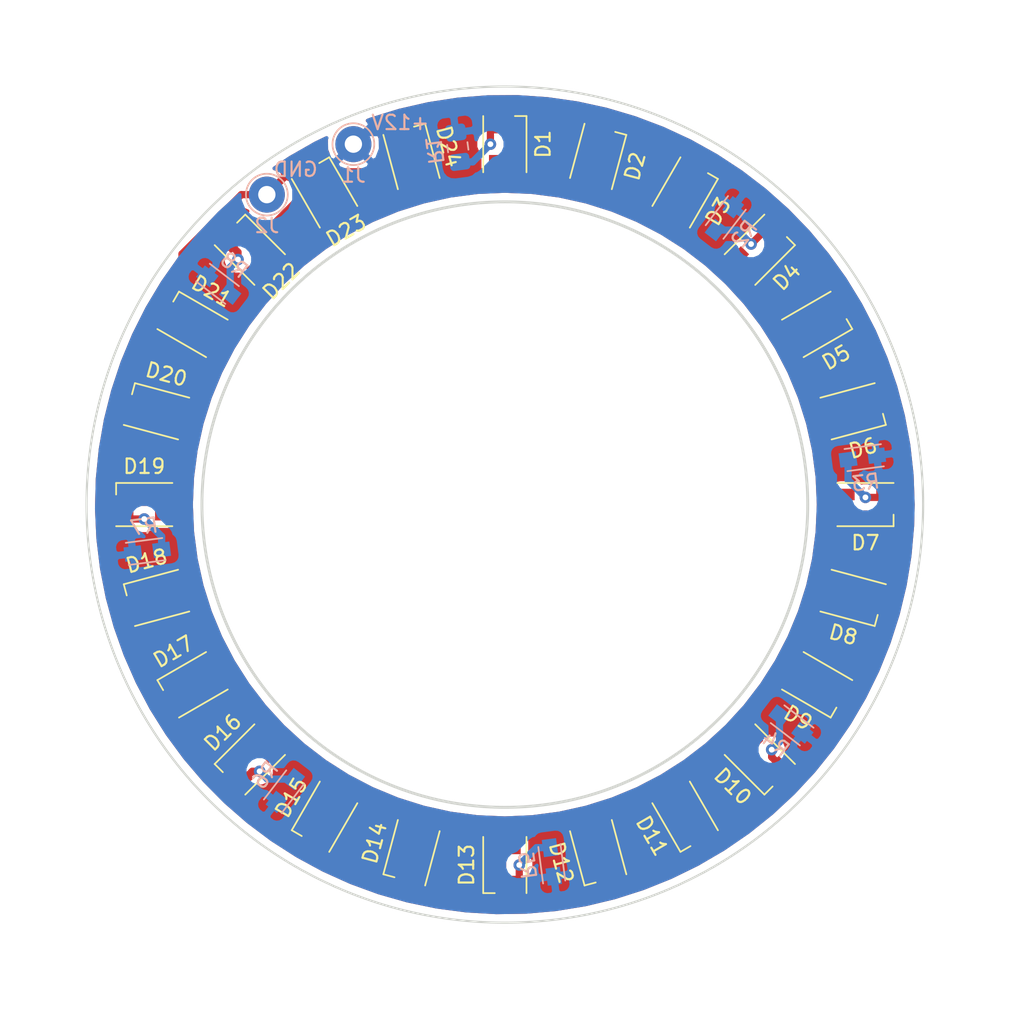
<source format=kicad_pcb>
(kicad_pcb (version 20171130) (host pcbnew 5.0.2+dfsg1-1)

  (general
    (thickness 1.6)
    (drawings 2)
    (tracks 79)
    (zones 0)
    (modules 34)
    (nets 27)
  )

  (page A4)
  (layers
    (0 F.Cu signal)
    (31 B.Cu signal)
    (32 B.Adhes user)
    (33 F.Adhes user)
    (34 B.Paste user)
    (35 F.Paste user)
    (36 B.SilkS user)
    (37 F.SilkS user)
    (38 B.Mask user)
    (39 F.Mask user)
    (40 Dwgs.User user)
    (41 Cmts.User user)
    (42 Eco1.User user)
    (43 Eco2.User user)
    (44 Edge.Cuts user)
    (45 Margin user)
    (46 B.CrtYd user)
    (47 F.CrtYd user)
    (48 B.Fab user)
    (49 F.Fab user)
  )

  (setup
    (last_trace_width 0.5)
    (trace_clearance 0.2)
    (zone_clearance 0.508)
    (zone_45_only no)
    (trace_min 0.2)
    (segment_width 0.2)
    (edge_width 0.15)
    (via_size 0.8)
    (via_drill 0.4)
    (via_min_size 0.4)
    (via_min_drill 0.3)
    (uvia_size 0.3)
    (uvia_drill 0.1)
    (uvias_allowed no)
    (uvia_min_size 0.2)
    (uvia_min_drill 0.1)
    (pcb_text_width 0.3)
    (pcb_text_size 1.5 1.5)
    (mod_edge_width 0.15)
    (mod_text_size 1 1)
    (mod_text_width 0.15)
    (pad_size 6.25 2.25)
    (pad_drill 5.23)
    (pad_to_mask_clearance 0.051)
    (solder_mask_min_width 0.25)
    (aux_axis_origin 0 0)
    (visible_elements FFFFFF7F)
    (pcbplotparams
      (layerselection 0x010fc_ffffffff)
      (usegerberextensions true)
      (usegerberattributes false)
      (usegerberadvancedattributes false)
      (creategerberjobfile false)
      (excludeedgelayer true)
      (linewidth 0.100000)
      (plotframeref false)
      (viasonmask false)
      (mode 1)
      (useauxorigin false)
      (hpglpennumber 1)
      (hpglpenspeed 20)
      (hpglpendiameter 15.000000)
      (psnegative false)
      (psa4output false)
      (plotreference true)
      (plotvalue true)
      (plotinvisibletext false)
      (padsonsilk false)
      (subtractmaskfromsilk false)
      (outputformat 1)
      (mirror false)
      (drillshape 0)
      (scaleselection 1)
      (outputdirectory "out/"))
  )

  (net 0 "")
  (net 1 "Net-(D1-Pad1)")
  (net 2 "Net-(D1-Pad2)")
  (net 3 "Net-(D2-Pad1)")
  (net 4 GND)
  (net 5 "Net-(D4-Pad2)")
  (net 6 "Net-(D4-Pad1)")
  (net 7 "Net-(D5-Pad1)")
  (net 8 "Net-(D7-Pad1)")
  (net 9 "Net-(D7-Pad2)")
  (net 10 "Net-(D8-Pad1)")
  (net 11 "Net-(D10-Pad2)")
  (net 12 "Net-(D10-Pad1)")
  (net 13 "Net-(D11-Pad1)")
  (net 14 +12V)
  (net 15 "Net-(D13-Pad1)")
  (net 16 "Net-(D13-Pad2)")
  (net 17 "Net-(D14-Pad1)")
  (net 18 "Net-(D16-Pad1)")
  (net 19 "Net-(D16-Pad2)")
  (net 20 "Net-(D17-Pad1)")
  (net 21 "Net-(D19-Pad2)")
  (net 22 "Net-(D19-Pad1)")
  (net 23 "Net-(D20-Pad1)")
  (net 24 "Net-(D22-Pad1)")
  (net 25 "Net-(D22-Pad2)")
  (net 26 "Net-(D23-Pad1)")

  (net_class Default "This is the default net class."
    (clearance 0.2)
    (trace_width 0.5)
    (via_dia 0.8)
    (via_drill 0.4)
    (uvia_dia 0.3)
    (uvia_drill 0.1)
    (add_net +12V)
    (add_net GND)
    (add_net "Net-(D1-Pad1)")
    (add_net "Net-(D1-Pad2)")
    (add_net "Net-(D10-Pad1)")
    (add_net "Net-(D10-Pad2)")
    (add_net "Net-(D11-Pad1)")
    (add_net "Net-(D13-Pad1)")
    (add_net "Net-(D13-Pad2)")
    (add_net "Net-(D14-Pad1)")
    (add_net "Net-(D16-Pad1)")
    (add_net "Net-(D16-Pad2)")
    (add_net "Net-(D17-Pad1)")
    (add_net "Net-(D19-Pad1)")
    (add_net "Net-(D19-Pad2)")
    (add_net "Net-(D2-Pad1)")
    (add_net "Net-(D20-Pad1)")
    (add_net "Net-(D22-Pad1)")
    (add_net "Net-(D22-Pad2)")
    (add_net "Net-(D23-Pad1)")
    (add_net "Net-(D4-Pad1)")
    (add_net "Net-(D4-Pad2)")
    (add_net "Net-(D5-Pad1)")
    (add_net "Net-(D7-Pad1)")
    (add_net "Net-(D7-Pad2)")
    (add_net "Net-(D8-Pad1)")
  )

  (module TestPoint:TestPoint_THTPad_D2.5mm_Drill1.2mm (layer B.Cu) (tedit 5E13F7B4) (tstamp 5E5BFEB3)
    (at 134.5 60)
    (descr "THT pad as test Point, diameter 2.5mm, hole diameter 1.2mm ")
    (tags "test point THT pad")
    (path /5E13D73D)
    (attr virtual)
    (fp_text reference J1 (at 0 2.148) (layer B.SilkS)
      (effects (font (size 1 1) (thickness 0.15)) (justify mirror))
    )
    (fp_text value +12V (at 3.25 -1.5) (layer B.SilkS)
      (effects (font (size 1 1) (thickness 0.15)) (justify mirror))
    )
    (fp_circle (center 0 0) (end 0 -1.45) (layer B.SilkS) (width 0.12))
    (fp_circle (center 0 0) (end 1.75 0) (layer B.CrtYd) (width 0.05))
    (fp_text user %R (at 0 2.15) (layer B.Fab)
      (effects (font (size 1 1) (thickness 0.15)) (justify mirror))
    )
    (pad 1 thru_hole circle (at 0 0) (size 2.5 2.5) (drill 1.2) (layers *.Cu *.Mask)
      (net 14 +12V))
  )

  (module TestPoint:TestPoint_THTPad_D2.5mm_Drill1.2mm (layer B.Cu) (tedit 5E13F7AC) (tstamp 5E5BFEAC)
    (at 128.5 63.5)
    (descr "THT pad as test Point, diameter 2.5mm, hole diameter 1.2mm ")
    (tags "test point THT pad")
    (path /5E13D828)
    (attr virtual)
    (fp_text reference J2 (at 0 2.148) (layer B.SilkS)
      (effects (font (size 1 1) (thickness 0.15)) (justify mirror))
    )
    (fp_text value GND (at 2 -1.75) (layer B.SilkS)
      (effects (font (size 1 1) (thickness 0.15)) (justify mirror))
    )
    (fp_text user %R (at 0 2.15) (layer B.Fab)
      (effects (font (size 1 1) (thickness 0.15)) (justify mirror))
    )
    (fp_circle (center 0 0) (end 1.75 0) (layer B.CrtYd) (width 0.05))
    (fp_circle (center 0 0) (end 0 -1.45) (layer B.SilkS) (width 0.12))
    (pad 1 thru_hole circle (at 0 0) (size 2.5 2.5) (drill 1.2) (layers *.Cu *.Mask)
      (net 4 GND))
  )

  (module LED_SMD:LED_Cree-PLCC4_3.2x2.8mm_CCW (layer F.Cu) (tedit 59D415EA) (tstamp 5E2A3839)
    (at 120.851854 91.470476 15)
    (descr "3.2mm x 2.8mm PLCC4 LED, http://www.cree.com/led-components/media/documents/CLV1AFKB(874).pdf")
    (tags "LED Cree PLCC-4")
    (path /5E13A5EC)
    (attr smd)
    (fp_text reference D18 (at 0 -2.65 15) (layer F.SilkS)
      (effects (font (size 1 1) (thickness 0.15)))
    )
    (fp_text value LED (at 0 2.65 15) (layer F.Fab)
      (effects (font (size 1 1) (thickness 0.15)))
    )
    (fp_circle (center 0 0) (end 1.12 0) (layer F.Fab) (width 0.1))
    (fp_line (start -2.2 -1.75) (end -2.2 1.75) (layer F.CrtYd) (width 0.05))
    (fp_line (start -2.2 1.75) (end 2.2 1.75) (layer F.CrtYd) (width 0.05))
    (fp_line (start 2.2 1.75) (end 2.2 -1.75) (layer F.CrtYd) (width 0.05))
    (fp_line (start 2.2 -1.75) (end -2.2 -1.75) (layer F.CrtYd) (width 0.05))
    (fp_line (start -0.6 -1.4) (end -1.6 -0.4) (layer F.Fab) (width 0.1))
    (fp_line (start -1.6 -1.4) (end -1.6 1.4) (layer F.Fab) (width 0.1))
    (fp_line (start -1.6 1.4) (end 1.6 1.4) (layer F.Fab) (width 0.1))
    (fp_line (start 1.6 1.4) (end 1.6 -1.4) (layer F.Fab) (width 0.1))
    (fp_line (start 1.6 -1.4) (end -1.6 -1.4) (layer F.Fab) (width 0.1))
    (fp_line (start -1.95 -0.7) (end -1.95 -1.5) (layer F.SilkS) (width 0.12))
    (fp_line (start -1.95 -1.5) (end 1.95 -1.5) (layer F.SilkS) (width 0.12))
    (fp_line (start -1.95 1.5) (end 1.95 1.5) (layer F.SilkS) (width 0.12))
    (fp_text user %R (at 0 0 15) (layer F.Fab)
      (effects (font (size 0.5 0.5) (thickness 0.075)))
    )
    (pad 1 smd rect (at -1.25 -0.7 15) (size 1 0.8) (layers F.Cu F.Paste F.Mask)
      (net 4 GND))
    (pad 4 smd rect (at 1.25 -0.7 15) (size 1 0.8) (layers F.Cu F.Paste F.Mask))
    (pad 3 smd rect (at 1.25 0.7 15) (size 1 0.8) (layers F.Cu F.Paste F.Mask))
    (pad 2 smd rect (at -1.25 0.7 15) (size 1 0.8) (layers F.Cu F.Paste F.Mask)
      (net 20 "Net-(D17-Pad1)"))
    (model ${KISYS3DMOD}/LED_SMD.3dshapes/LED_Cree-PLCC4_3.2x2.8mm_CCW.wrl
      (at (xyz 0 0 0))
      (scale (xyz 1 1 1))
      (rotate (xyz 0 0 0))
    )
  )

  (module LED_SMD:LED_Cree-PLCC4_3.2x2.8mm_CCW (layer F.Cu) (tedit 59D415EA) (tstamp 5E2A3824)
    (at 138.529524 60.851854 285)
    (descr "3.2mm x 2.8mm PLCC4 LED, http://www.cree.com/led-components/media/documents/CLV1AFKB(874).pdf")
    (tags "LED Cree PLCC-4")
    (path /5E13A624)
    (attr smd)
    (fp_text reference D24 (at 0 -2.65 285) (layer F.SilkS)
      (effects (font (size 1 1) (thickness 0.15)))
    )
    (fp_text value LED (at 0 2.65 285) (layer F.Fab)
      (effects (font (size 1 1) (thickness 0.15)))
    )
    (fp_text user %R (at 0 0 285) (layer F.Fab)
      (effects (font (size 0.5 0.5) (thickness 0.075)))
    )
    (fp_line (start -1.95 1.5) (end 1.95 1.5) (layer F.SilkS) (width 0.12))
    (fp_line (start -1.95 -1.5) (end 1.95 -1.5) (layer F.SilkS) (width 0.12))
    (fp_line (start -1.95 -0.7) (end -1.95 -1.5) (layer F.SilkS) (width 0.12))
    (fp_line (start 1.6 -1.4) (end -1.6 -1.4) (layer F.Fab) (width 0.1))
    (fp_line (start 1.6 1.4) (end 1.6 -1.4) (layer F.Fab) (width 0.1))
    (fp_line (start -1.6 1.4) (end 1.6 1.4) (layer F.Fab) (width 0.1))
    (fp_line (start -1.6 -1.4) (end -1.6 1.4) (layer F.Fab) (width 0.1))
    (fp_line (start -0.6 -1.4) (end -1.6 -0.4) (layer F.Fab) (width 0.1))
    (fp_line (start 2.2 -1.75) (end -2.2 -1.75) (layer F.CrtYd) (width 0.05))
    (fp_line (start 2.2 1.75) (end 2.2 -1.75) (layer F.CrtYd) (width 0.05))
    (fp_line (start -2.2 1.75) (end 2.2 1.75) (layer F.CrtYd) (width 0.05))
    (fp_line (start -2.2 -1.75) (end -2.2 1.75) (layer F.CrtYd) (width 0.05))
    (fp_circle (center 0 0) (end 1.12 0) (layer F.Fab) (width 0.1))
    (pad 2 smd rect (at -1.25 0.7 285) (size 1 0.8) (layers F.Cu F.Paste F.Mask)
      (net 26 "Net-(D23-Pad1)"))
    (pad 3 smd rect (at 1.25 0.7 285) (size 1 0.8) (layers F.Cu F.Paste F.Mask))
    (pad 4 smd rect (at 1.25 -0.7 285) (size 1 0.8) (layers F.Cu F.Paste F.Mask))
    (pad 1 smd rect (at -1.25 -0.7 285) (size 1 0.8) (layers F.Cu F.Paste F.Mask)
      (net 4 GND))
    (model ${KISYS3DMOD}/LED_SMD.3dshapes/LED_Cree-PLCC4_3.2x2.8mm_CCW.wrl
      (at (xyz 0 0 0))
      (scale (xyz 1 1 1))
      (rotate (xyz 0 0 0))
    )
  )

  (module LED_SMD:LED_Cree-PLCC4_3.2x2.8mm_CCW (layer F.Cu) (tedit 59D415EA) (tstamp 5E2A380F)
    (at 132.5 63.349365 300)
    (descr "3.2mm x 2.8mm PLCC4 LED, http://www.cree.com/led-components/media/documents/CLV1AFKB(874).pdf")
    (tags "LED Cree PLCC-4")
    (path /5E13A61D)
    (attr smd)
    (fp_text reference D23 (at 3.045517 0.026279 30) (layer F.SilkS)
      (effects (font (size 1 1) (thickness 0.15)))
    )
    (fp_text value LED (at 0 2.65 300) (layer F.Fab)
      (effects (font (size 1 1) (thickness 0.15)))
    )
    (fp_circle (center 0 0) (end 1.12 0) (layer F.Fab) (width 0.1))
    (fp_line (start -2.2 -1.75) (end -2.2 1.75) (layer F.CrtYd) (width 0.05))
    (fp_line (start -2.2 1.75) (end 2.2 1.75) (layer F.CrtYd) (width 0.05))
    (fp_line (start 2.2 1.75) (end 2.2 -1.75) (layer F.CrtYd) (width 0.05))
    (fp_line (start 2.2 -1.75) (end -2.2 -1.75) (layer F.CrtYd) (width 0.05))
    (fp_line (start -0.6 -1.4) (end -1.6 -0.4) (layer F.Fab) (width 0.1))
    (fp_line (start -1.6 -1.400001) (end -1.600001 1.4) (layer F.Fab) (width 0.1))
    (fp_line (start -1.600001 1.4) (end 1.6 1.400001) (layer F.Fab) (width 0.1))
    (fp_line (start 1.6 1.400001) (end 1.600001 -1.4) (layer F.Fab) (width 0.1))
    (fp_line (start 1.600001 -1.4) (end -1.6 -1.400001) (layer F.Fab) (width 0.1))
    (fp_line (start -1.95 -0.7) (end -1.95 -1.5) (layer F.SilkS) (width 0.12))
    (fp_line (start -1.95 -1.5) (end 1.95 -1.5) (layer F.SilkS) (width 0.12))
    (fp_line (start -1.95 1.5) (end 1.95 1.5) (layer F.SilkS) (width 0.12))
    (fp_text user %R (at 0 0 300) (layer F.Fab)
      (effects (font (size 0.5 0.5) (thickness 0.075)))
    )
    (pad 1 smd rect (at -1.25 -0.7 300) (size 1 0.8) (layers F.Cu F.Paste F.Mask)
      (net 26 "Net-(D23-Pad1)"))
    (pad 4 smd rect (at 1.25 -0.7 300) (size 1 0.8) (layers F.Cu F.Paste F.Mask))
    (pad 3 smd rect (at 1.25 0.7 300) (size 1 0.8) (layers F.Cu F.Paste F.Mask))
    (pad 2 smd rect (at -1.25 0.7 300) (size 1 0.8) (layers F.Cu F.Paste F.Mask)
      (net 24 "Net-(D22-Pad1)"))
    (model ${KISYS3DMOD}/LED_SMD.3dshapes/LED_Cree-PLCC4_3.2x2.8mm_CCW.wrl
      (at (xyz 0 0 0))
      (scale (xyz 1 1 1))
      (rotate (xyz 0 0 0))
    )
  )

  (module LED_SMD:LED_Cree-PLCC4_3.2x2.8mm_CCW (layer F.Cu) (tedit 59D415EA) (tstamp 5E2A37FA)
    (at 127.32233 67.32233 315)
    (descr "3.2mm x 2.8mm PLCC4 LED, http://www.cree.com/led-components/media/documents/CLV1AFKB(874).pdf")
    (tags "LED Cree PLCC-4")
    (path /5E13A616)
    (attr smd)
    (fp_text reference D22 (at 3.07969 0 45) (layer F.SilkS)
      (effects (font (size 1 1) (thickness 0.15)))
    )
    (fp_text value LED (at 0 2.65 315) (layer F.Fab)
      (effects (font (size 1 1) (thickness 0.15)))
    )
    (fp_text user %R (at 0 0 315) (layer F.Fab)
      (effects (font (size 0.5 0.5) (thickness 0.075)))
    )
    (fp_line (start -1.95 1.5) (end 1.95 1.5) (layer F.SilkS) (width 0.12))
    (fp_line (start -1.95 -1.5) (end 1.95 -1.5) (layer F.SilkS) (width 0.12))
    (fp_line (start -1.95 -0.7) (end -1.95 -1.5) (layer F.SilkS) (width 0.12))
    (fp_line (start 1.6 -1.4) (end -1.6 -1.4) (layer F.Fab) (width 0.1))
    (fp_line (start 1.6 1.4) (end 1.6 -1.4) (layer F.Fab) (width 0.1))
    (fp_line (start -1.6 1.4) (end 1.6 1.4) (layer F.Fab) (width 0.1))
    (fp_line (start -1.6 -1.4) (end -1.6 1.4) (layer F.Fab) (width 0.1))
    (fp_line (start -0.600001 -1.4) (end -1.6 -0.4) (layer F.Fab) (width 0.1))
    (fp_line (start 2.2 -1.75) (end -2.2 -1.75) (layer F.CrtYd) (width 0.05))
    (fp_line (start 2.2 1.75) (end 2.2 -1.75) (layer F.CrtYd) (width 0.05))
    (fp_line (start -2.2 1.75) (end 2.2 1.75) (layer F.CrtYd) (width 0.05))
    (fp_line (start -2.2 -1.75) (end -2.2 1.75) (layer F.CrtYd) (width 0.05))
    (fp_circle (center 0 0) (end 1.120001 0) (layer F.Fab) (width 0.1))
    (pad 2 smd rect (at -1.25 0.7 315) (size 1 0.8) (layers F.Cu F.Paste F.Mask)
      (net 25 "Net-(D22-Pad2)"))
    (pad 3 smd rect (at 1.25 0.7 315) (size 1 0.8) (layers F.Cu F.Paste F.Mask))
    (pad 4 smd rect (at 1.25 -0.7 315) (size 1 0.8) (layers F.Cu F.Paste F.Mask))
    (pad 1 smd rect (at -1.25 -0.7 315) (size 1 0.8) (layers F.Cu F.Paste F.Mask)
      (net 24 "Net-(D22-Pad1)"))
    (model ${KISYS3DMOD}/LED_SMD.3dshapes/LED_Cree-PLCC4_3.2x2.8mm_CCW.wrl
      (at (xyz 0 0 0))
      (scale (xyz 1 1 1))
      (rotate (xyz 0 0 0))
    )
  )

  (module LED_SMD:LED_Cree-PLCC4_3.2x2.8mm_CCW (layer F.Cu) (tedit 59D415EA) (tstamp 5E2A37E5)
    (at 123.349365 72.5 330)
    (descr "3.2mm x 2.8mm PLCC4 LED, http://www.cree.com/led-components/media/documents/CLV1AFKB(874).pdf")
    (tags "LED Cree PLCC-4")
    (path /5E13A608)
    (attr smd)
    (fp_text reference D21 (at 0 -2.65 330) (layer F.SilkS)
      (effects (font (size 1 1) (thickness 0.15)))
    )
    (fp_text value LED (at 0 2.65 330) (layer F.Fab)
      (effects (font (size 1 1) (thickness 0.15)))
    )
    (fp_circle (center 0 0) (end 1.12 0) (layer F.Fab) (width 0.1))
    (fp_line (start -2.2 -1.75) (end -2.2 1.75) (layer F.CrtYd) (width 0.05))
    (fp_line (start -2.2 1.75) (end 2.2 1.75) (layer F.CrtYd) (width 0.05))
    (fp_line (start 2.2 1.75) (end 2.2 -1.75) (layer F.CrtYd) (width 0.05))
    (fp_line (start 2.2 -1.75) (end -2.2 -1.75) (layer F.CrtYd) (width 0.05))
    (fp_line (start -0.6 -1.4) (end -1.6 -0.4) (layer F.Fab) (width 0.1))
    (fp_line (start -1.600001 -1.4) (end -1.6 1.400001) (layer F.Fab) (width 0.1))
    (fp_line (start -1.6 1.400001) (end 1.600001 1.4) (layer F.Fab) (width 0.1))
    (fp_line (start 1.600001 1.4) (end 1.6 -1.400001) (layer F.Fab) (width 0.1))
    (fp_line (start 1.6 -1.400001) (end -1.600001 -1.4) (layer F.Fab) (width 0.1))
    (fp_line (start -1.950001 -0.7) (end -1.95 -1.5) (layer F.SilkS) (width 0.12))
    (fp_line (start -1.95 -1.5) (end 1.95 -1.5) (layer F.SilkS) (width 0.12))
    (fp_line (start -1.95 1.5) (end 1.95 1.5) (layer F.SilkS) (width 0.12))
    (fp_text user %R (at 0 0 330) (layer F.Fab)
      (effects (font (size 0.5 0.5) (thickness 0.075)))
    )
    (pad 1 smd rect (at -1.25 -0.7 330) (size 1 0.8) (layers F.Cu F.Paste F.Mask)
      (net 4 GND))
    (pad 4 smd rect (at 1.25 -0.7 330) (size 1 0.8) (layers F.Cu F.Paste F.Mask))
    (pad 3 smd rect (at 1.25 0.7 330) (size 1 0.8) (layers F.Cu F.Paste F.Mask))
    (pad 2 smd rect (at -1.25 0.7 330) (size 1 0.8) (layers F.Cu F.Paste F.Mask)
      (net 23 "Net-(D20-Pad1)"))
    (model ${KISYS3DMOD}/LED_SMD.3dshapes/LED_Cree-PLCC4_3.2x2.8mm_CCW.wrl
      (at (xyz 0 0 0))
      (scale (xyz 1 1 1))
      (rotate (xyz 0 0 0))
    )
  )

  (module LED_SMD:LED_Cree-PLCC4_3.2x2.8mm_CCW (layer F.Cu) (tedit 59D415EA) (tstamp 5E2A37D0)
    (at 120.851854 78.529524 345)
    (descr "3.2mm x 2.8mm PLCC4 LED, http://www.cree.com/led-components/media/documents/CLV1AFKB(874).pdf")
    (tags "LED Cree PLCC-4")
    (path /5E13A601)
    (attr smd)
    (fp_text reference D20 (at 0 -2.65 345) (layer F.SilkS)
      (effects (font (size 1 1) (thickness 0.15)))
    )
    (fp_text value LED (at 0 2.65 345) (layer F.Fab)
      (effects (font (size 1 1) (thickness 0.15)))
    )
    (fp_text user %R (at 0 0 345) (layer F.Fab)
      (effects (font (size 0.5 0.5) (thickness 0.075)))
    )
    (fp_line (start -1.95 1.5) (end 1.95 1.5) (layer F.SilkS) (width 0.12))
    (fp_line (start -1.95 -1.5) (end 1.95 -1.5) (layer F.SilkS) (width 0.12))
    (fp_line (start -1.95 -0.7) (end -1.95 -1.5) (layer F.SilkS) (width 0.12))
    (fp_line (start 1.6 -1.4) (end -1.6 -1.4) (layer F.Fab) (width 0.1))
    (fp_line (start 1.6 1.4) (end 1.6 -1.4) (layer F.Fab) (width 0.1))
    (fp_line (start -1.6 1.4) (end 1.6 1.4) (layer F.Fab) (width 0.1))
    (fp_line (start -1.6 -1.4) (end -1.6 1.4) (layer F.Fab) (width 0.1))
    (fp_line (start -0.6 -1.4) (end -1.6 -0.4) (layer F.Fab) (width 0.1))
    (fp_line (start 2.2 -1.75) (end -2.2 -1.75) (layer F.CrtYd) (width 0.05))
    (fp_line (start 2.2 1.75) (end 2.2 -1.75) (layer F.CrtYd) (width 0.05))
    (fp_line (start -2.2 1.75) (end 2.2 1.75) (layer F.CrtYd) (width 0.05))
    (fp_line (start -2.2 -1.75) (end -2.2 1.75) (layer F.CrtYd) (width 0.05))
    (fp_circle (center 0 0) (end 1.12 0) (layer F.Fab) (width 0.1))
    (pad 2 smd rect (at -1.25 0.7 345) (size 1 0.8) (layers F.Cu F.Paste F.Mask)
      (net 22 "Net-(D19-Pad1)"))
    (pad 3 smd rect (at 1.25 0.7 345) (size 1 0.8) (layers F.Cu F.Paste F.Mask))
    (pad 4 smd rect (at 1.25 -0.7 345) (size 1 0.8) (layers F.Cu F.Paste F.Mask))
    (pad 1 smd rect (at -1.25 -0.7 345) (size 1 0.8) (layers F.Cu F.Paste F.Mask)
      (net 23 "Net-(D20-Pad1)"))
    (model ${KISYS3DMOD}/LED_SMD.3dshapes/LED_Cree-PLCC4_3.2x2.8mm_CCW.wrl
      (at (xyz 0 0 0))
      (scale (xyz 1 1 1))
      (rotate (xyz 0 0 0))
    )
  )

  (module LED_SMD:LED_Cree-PLCC4_3.2x2.8mm_CCW (layer F.Cu) (tedit 59D415EA) (tstamp 5E2A37BB)
    (at 120 85)
    (descr "3.2mm x 2.8mm PLCC4 LED, http://www.cree.com/led-components/media/documents/CLV1AFKB(874).pdf")
    (tags "LED Cree PLCC-4")
    (path /5E13A5FA)
    (attr smd)
    (fp_text reference D19 (at 0 -2.65) (layer F.SilkS)
      (effects (font (size 1 1) (thickness 0.15)))
    )
    (fp_text value LED (at 0 2.65) (layer F.Fab)
      (effects (font (size 1 1) (thickness 0.15)))
    )
    (fp_circle (center 0 0) (end 1.12 0) (layer F.Fab) (width 0.1))
    (fp_line (start -2.2 -1.75) (end -2.2 1.75) (layer F.CrtYd) (width 0.05))
    (fp_line (start -2.2 1.75) (end 2.2 1.75) (layer F.CrtYd) (width 0.05))
    (fp_line (start 2.2 1.75) (end 2.2 -1.75) (layer F.CrtYd) (width 0.05))
    (fp_line (start 2.2 -1.75) (end -2.2 -1.75) (layer F.CrtYd) (width 0.05))
    (fp_line (start -0.6 -1.4) (end -1.6 -0.4) (layer F.Fab) (width 0.1))
    (fp_line (start -1.6 -1.4) (end -1.6 1.4) (layer F.Fab) (width 0.1))
    (fp_line (start -1.6 1.4) (end 1.6 1.4) (layer F.Fab) (width 0.1))
    (fp_line (start 1.6 1.4) (end 1.6 -1.4) (layer F.Fab) (width 0.1))
    (fp_line (start 1.6 -1.4) (end -1.6 -1.4) (layer F.Fab) (width 0.1))
    (fp_line (start -1.95 -0.7) (end -1.95 -1.5) (layer F.SilkS) (width 0.12))
    (fp_line (start -1.95 -1.5) (end 1.95 -1.5) (layer F.SilkS) (width 0.12))
    (fp_line (start -1.95 1.5) (end 1.95 1.5) (layer F.SilkS) (width 0.12))
    (fp_text user %R (at 0 0) (layer F.Fab)
      (effects (font (size 0.5 0.5) (thickness 0.075)))
    )
    (pad 1 smd rect (at -1.25 -0.7) (size 1 0.8) (layers F.Cu F.Paste F.Mask)
      (net 22 "Net-(D19-Pad1)"))
    (pad 4 smd rect (at 1.25 -0.7) (size 1 0.8) (layers F.Cu F.Paste F.Mask))
    (pad 3 smd rect (at 1.25 0.7) (size 1 0.8) (layers F.Cu F.Paste F.Mask))
    (pad 2 smd rect (at -1.25 0.7) (size 1 0.8) (layers F.Cu F.Paste F.Mask)
      (net 21 "Net-(D19-Pad2)"))
    (model ${KISYS3DMOD}/LED_SMD.3dshapes/LED_Cree-PLCC4_3.2x2.8mm_CCW.wrl
      (at (xyz 0 0 0))
      (scale (xyz 1 1 1))
      (rotate (xyz 0 0 0))
    )
  )

  (module LED_SMD:LED_Cree-PLCC4_3.2x2.8mm_CCW (layer F.Cu) (tedit 59D415EA) (tstamp 5E2A37A6)
    (at 162.67767 102.67767 135)
    (descr "3.2mm x 2.8mm PLCC4 LED, http://www.cree.com/led-components/media/documents/CLV1AFKB(874).pdf")
    (tags "LED Cree PLCC-4")
    (path /5E12E974)
    (attr smd)
    (fp_text reference D10 (at 0 -2.65 135) (layer F.SilkS)
      (effects (font (size 1 1) (thickness 0.15)))
    )
    (fp_text value LED (at 0 2.65 135) (layer F.Fab)
      (effects (font (size 1 1) (thickness 0.15)))
    )
    (fp_text user %R (at 0 0 135) (layer F.Fab)
      (effects (font (size 0.5 0.5) (thickness 0.075)))
    )
    (fp_line (start -1.95 1.5) (end 1.95 1.5) (layer F.SilkS) (width 0.12))
    (fp_line (start -1.95 -1.5) (end 1.95 -1.5) (layer F.SilkS) (width 0.12))
    (fp_line (start -1.95 -0.7) (end -1.95 -1.5) (layer F.SilkS) (width 0.12))
    (fp_line (start 1.6 -1.4) (end -1.6 -1.4) (layer F.Fab) (width 0.1))
    (fp_line (start 1.6 1.4) (end 1.6 -1.4) (layer F.Fab) (width 0.1))
    (fp_line (start -1.6 1.4) (end 1.6 1.4) (layer F.Fab) (width 0.1))
    (fp_line (start -1.6 -1.4) (end -1.6 1.4) (layer F.Fab) (width 0.1))
    (fp_line (start -0.600001 -1.4) (end -1.6 -0.4) (layer F.Fab) (width 0.1))
    (fp_line (start 2.2 -1.75) (end -2.2 -1.75) (layer F.CrtYd) (width 0.05))
    (fp_line (start 2.2 1.75) (end 2.2 -1.75) (layer F.CrtYd) (width 0.05))
    (fp_line (start -2.2 1.75) (end 2.2 1.75) (layer F.CrtYd) (width 0.05))
    (fp_line (start -2.2 -1.75) (end -2.2 1.75) (layer F.CrtYd) (width 0.05))
    (fp_circle (center 0 0) (end 1.120001 0) (layer F.Fab) (width 0.1))
    (pad 2 smd rect (at -1.25 0.7 135) (size 1 0.8) (layers F.Cu F.Paste F.Mask)
      (net 11 "Net-(D10-Pad2)"))
    (pad 3 smd rect (at 1.25 0.7 135) (size 1 0.8) (layers F.Cu F.Paste F.Mask))
    (pad 4 smd rect (at 1.25 -0.7 135) (size 1 0.8) (layers F.Cu F.Paste F.Mask))
    (pad 1 smd rect (at -1.25 -0.7 135) (size 1 0.8) (layers F.Cu F.Paste F.Mask)
      (net 12 "Net-(D10-Pad1)"))
    (model ${KISYS3DMOD}/LED_SMD.3dshapes/LED_Cree-PLCC4_3.2x2.8mm_CCW.wrl
      (at (xyz 0 0 0))
      (scale (xyz 1 1 1))
      (rotate (xyz 0 0 0))
    )
  )

  (module LED_SMD:LED_Cree-PLCC4_3.2x2.8mm_CCW (layer F.Cu) (tedit 59D415EA) (tstamp 5E2A3791)
    (at 151.470476 60.851854 255)
    (descr "3.2mm x 2.8mm PLCC4 LED, http://www.cree.com/led-components/media/documents/CLV1AFKB(874).pdf")
    (tags "LED Cree PLCC-4")
    (path /5E12E4FA)
    (attr smd)
    (fp_text reference D2 (at 0 -2.65 255) (layer F.SilkS)
      (effects (font (size 1 1) (thickness 0.15)))
    )
    (fp_text value LED (at 0 2.65 255) (layer F.Fab)
      (effects (font (size 1 1) (thickness 0.15)))
    )
    (fp_circle (center 0 0) (end 1.12 0) (layer F.Fab) (width 0.1))
    (fp_line (start -2.2 -1.75) (end -2.2 1.75) (layer F.CrtYd) (width 0.05))
    (fp_line (start -2.2 1.75) (end 2.2 1.75) (layer F.CrtYd) (width 0.05))
    (fp_line (start 2.2 1.75) (end 2.2 -1.75) (layer F.CrtYd) (width 0.05))
    (fp_line (start 2.2 -1.75) (end -2.2 -1.75) (layer F.CrtYd) (width 0.05))
    (fp_line (start -0.6 -1.4) (end -1.6 -0.4) (layer F.Fab) (width 0.1))
    (fp_line (start -1.6 -1.4) (end -1.6 1.4) (layer F.Fab) (width 0.1))
    (fp_line (start -1.6 1.4) (end 1.6 1.4) (layer F.Fab) (width 0.1))
    (fp_line (start 1.6 1.4) (end 1.6 -1.4) (layer F.Fab) (width 0.1))
    (fp_line (start 1.6 -1.4) (end -1.6 -1.4) (layer F.Fab) (width 0.1))
    (fp_line (start -1.95 -0.7) (end -1.95 -1.5) (layer F.SilkS) (width 0.12))
    (fp_line (start -1.95 -1.5) (end 1.95 -1.5) (layer F.SilkS) (width 0.12))
    (fp_line (start -1.95 1.5) (end 1.95 1.5) (layer F.SilkS) (width 0.12))
    (fp_text user %R (at 0 0 255) (layer F.Fab)
      (effects (font (size 0.5 0.5) (thickness 0.075)))
    )
    (pad 1 smd rect (at -1.25 -0.7 255) (size 1 0.8) (layers F.Cu F.Paste F.Mask)
      (net 3 "Net-(D2-Pad1)"))
    (pad 4 smd rect (at 1.25 -0.7 255) (size 1 0.8) (layers F.Cu F.Paste F.Mask))
    (pad 3 smd rect (at 1.25 0.7 255) (size 1 0.8) (layers F.Cu F.Paste F.Mask))
    (pad 2 smd rect (at -1.25 0.7 255) (size 1 0.8) (layers F.Cu F.Paste F.Mask)
      (net 1 "Net-(D1-Pad1)"))
    (model ${KISYS3DMOD}/LED_SMD.3dshapes/LED_Cree-PLCC4_3.2x2.8mm_CCW.wrl
      (at (xyz 0 0 0))
      (scale (xyz 1 1 1))
      (rotate (xyz 0 0 0))
    )
  )

  (module LED_SMD:LED_Cree-PLCC4_3.2x2.8mm_CCW (layer F.Cu) (tedit 59D415EA) (tstamp 5E2A377C)
    (at 157.5 63.349365 240)
    (descr "3.2mm x 2.8mm PLCC4 LED, http://www.cree.com/led-components/media/documents/CLV1AFKB(874).pdf")
    (tags "LED Cree PLCC-4")
    (path /5E12E545)
    (attr smd)
    (fp_text reference D3 (at 0 -2.65 240) (layer F.SilkS)
      (effects (font (size 1 1) (thickness 0.15)))
    )
    (fp_text value LED (at 0 2.65 240) (layer F.Fab)
      (effects (font (size 1 1) (thickness 0.15)))
    )
    (fp_text user %R (at 0 0 240) (layer F.Fab)
      (effects (font (size 0.5 0.5) (thickness 0.075)))
    )
    (fp_line (start -1.95 1.5) (end 1.95 1.5) (layer F.SilkS) (width 0.12))
    (fp_line (start -1.95 -1.5) (end 1.95 -1.5) (layer F.SilkS) (width 0.12))
    (fp_line (start -1.950001 -0.7) (end -1.95 -1.5) (layer F.SilkS) (width 0.12))
    (fp_line (start 1.6 -1.400001) (end -1.600001 -1.4) (layer F.Fab) (width 0.1))
    (fp_line (start 1.600001 1.4) (end 1.6 -1.400001) (layer F.Fab) (width 0.1))
    (fp_line (start -1.6 1.400001) (end 1.600001 1.4) (layer F.Fab) (width 0.1))
    (fp_line (start -1.600001 -1.4) (end -1.6 1.400001) (layer F.Fab) (width 0.1))
    (fp_line (start -0.6 -1.4) (end -1.6 -0.4) (layer F.Fab) (width 0.1))
    (fp_line (start 2.2 -1.75) (end -2.2 -1.75) (layer F.CrtYd) (width 0.05))
    (fp_line (start 2.2 1.75) (end 2.2 -1.75) (layer F.CrtYd) (width 0.05))
    (fp_line (start -2.2 1.75) (end 2.2 1.75) (layer F.CrtYd) (width 0.05))
    (fp_line (start -2.2 -1.75) (end -2.2 1.75) (layer F.CrtYd) (width 0.05))
    (fp_circle (center 0 0) (end 1.12 0) (layer F.Fab) (width 0.1))
    (pad 2 smd rect (at -1.25 0.7 240) (size 1 0.8) (layers F.Cu F.Paste F.Mask)
      (net 3 "Net-(D2-Pad1)"))
    (pad 3 smd rect (at 1.25 0.7 240) (size 1 0.8) (layers F.Cu F.Paste F.Mask))
    (pad 4 smd rect (at 1.25 -0.7 240) (size 1 0.8) (layers F.Cu F.Paste F.Mask))
    (pad 1 smd rect (at -1.25 -0.7 240) (size 1 0.8) (layers F.Cu F.Paste F.Mask)
      (net 4 GND))
    (model ${KISYS3DMOD}/LED_SMD.3dshapes/LED_Cree-PLCC4_3.2x2.8mm_CCW.wrl
      (at (xyz 0 0 0))
      (scale (xyz 1 1 1))
      (rotate (xyz 0 0 0))
    )
  )

  (module LED_SMD:LED_Cree-PLCC4_3.2x2.8mm_CCW (layer F.Cu) (tedit 59D415EA) (tstamp 5E2A3767)
    (at 162.67767 67.32233 225)
    (descr "3.2mm x 2.8mm PLCC4 LED, http://www.cree.com/led-components/media/documents/CLV1AFKB(874).pdf")
    (tags "LED Cree PLCC-4")
    (path /5E12E7E4)
    (attr smd)
    (fp_text reference D4 (at 0 -2.65 225) (layer F.SilkS)
      (effects (font (size 1 1) (thickness 0.15)))
    )
    (fp_text value LED (at 0 2.65 225) (layer F.Fab)
      (effects (font (size 1 1) (thickness 0.15)))
    )
    (fp_circle (center 0 0) (end 1.120001 0) (layer F.Fab) (width 0.1))
    (fp_line (start -2.2 -1.75) (end -2.2 1.75) (layer F.CrtYd) (width 0.05))
    (fp_line (start -2.2 1.75) (end 2.2 1.75) (layer F.CrtYd) (width 0.05))
    (fp_line (start 2.2 1.75) (end 2.2 -1.75) (layer F.CrtYd) (width 0.05))
    (fp_line (start 2.2 -1.75) (end -2.2 -1.75) (layer F.CrtYd) (width 0.05))
    (fp_line (start -0.600001 -1.4) (end -1.6 -0.4) (layer F.Fab) (width 0.1))
    (fp_line (start -1.6 -1.4) (end -1.6 1.4) (layer F.Fab) (width 0.1))
    (fp_line (start -1.6 1.4) (end 1.6 1.4) (layer F.Fab) (width 0.1))
    (fp_line (start 1.6 1.4) (end 1.6 -1.4) (layer F.Fab) (width 0.1))
    (fp_line (start 1.6 -1.4) (end -1.6 -1.4) (layer F.Fab) (width 0.1))
    (fp_line (start -1.95 -0.7) (end -1.95 -1.5) (layer F.SilkS) (width 0.12))
    (fp_line (start -1.95 -1.5) (end 1.95 -1.5) (layer F.SilkS) (width 0.12))
    (fp_line (start -1.95 1.5) (end 1.95 1.5) (layer F.SilkS) (width 0.12))
    (fp_text user %R (at 0 0 225) (layer F.Fab)
      (effects (font (size 0.5 0.5) (thickness 0.075)))
    )
    (pad 1 smd rect (at -1.25 -0.7 225) (size 1 0.8) (layers F.Cu F.Paste F.Mask)
      (net 6 "Net-(D4-Pad1)"))
    (pad 4 smd rect (at 1.25 -0.7 225) (size 1 0.8) (layers F.Cu F.Paste F.Mask))
    (pad 3 smd rect (at 1.25 0.7 225) (size 1 0.8) (layers F.Cu F.Paste F.Mask))
    (pad 2 smd rect (at -1.25 0.7 225) (size 1 0.8) (layers F.Cu F.Paste F.Mask)
      (net 5 "Net-(D4-Pad2)"))
    (model ${KISYS3DMOD}/LED_SMD.3dshapes/LED_Cree-PLCC4_3.2x2.8mm_CCW.wrl
      (at (xyz 0 0 0))
      (scale (xyz 1 1 1))
      (rotate (xyz 0 0 0))
    )
  )

  (module LED_SMD:LED_Cree-PLCC4_3.2x2.8mm_CCW (layer F.Cu) (tedit 59D415EA) (tstamp 5E2A3752)
    (at 166.650635 72.5 210)
    (descr "3.2mm x 2.8mm PLCC4 LED, http://www.cree.com/led-components/media/documents/CLV1AFKB(874).pdf")
    (tags "LED Cree PLCC-4")
    (path /5E12E7EB)
    (attr smd)
    (fp_text reference D5 (at 0 -2.65 210) (layer F.SilkS)
      (effects (font (size 1 1) (thickness 0.15)))
    )
    (fp_text value LED (at 0 2.65 210) (layer F.Fab)
      (effects (font (size 1 1) (thickness 0.15)))
    )
    (fp_text user %R (at 0 0 210) (layer F.Fab)
      (effects (font (size 0.5 0.5) (thickness 0.075)))
    )
    (fp_line (start -1.95 1.5) (end 1.95 1.5) (layer F.SilkS) (width 0.12))
    (fp_line (start -1.95 -1.5) (end 1.95 -1.5) (layer F.SilkS) (width 0.12))
    (fp_line (start -1.95 -0.7) (end -1.95 -1.5) (layer F.SilkS) (width 0.12))
    (fp_line (start 1.600001 -1.4) (end -1.6 -1.400001) (layer F.Fab) (width 0.1))
    (fp_line (start 1.6 1.400001) (end 1.600001 -1.4) (layer F.Fab) (width 0.1))
    (fp_line (start -1.600001 1.4) (end 1.6 1.400001) (layer F.Fab) (width 0.1))
    (fp_line (start -1.6 -1.400001) (end -1.600001 1.4) (layer F.Fab) (width 0.1))
    (fp_line (start -0.6 -1.4) (end -1.6 -0.4) (layer F.Fab) (width 0.1))
    (fp_line (start 2.2 -1.75) (end -2.2 -1.75) (layer F.CrtYd) (width 0.05))
    (fp_line (start 2.2 1.75) (end 2.2 -1.75) (layer F.CrtYd) (width 0.05))
    (fp_line (start -2.2 1.75) (end 2.2 1.75) (layer F.CrtYd) (width 0.05))
    (fp_line (start -2.2 -1.75) (end -2.2 1.75) (layer F.CrtYd) (width 0.05))
    (fp_circle (center 0 0) (end 1.12 0) (layer F.Fab) (width 0.1))
    (pad 2 smd rect (at -1.25 0.7 210) (size 1 0.8) (layers F.Cu F.Paste F.Mask)
      (net 6 "Net-(D4-Pad1)"))
    (pad 3 smd rect (at 1.25 0.7 210) (size 1 0.8) (layers F.Cu F.Paste F.Mask))
    (pad 4 smd rect (at 1.25 -0.7 210) (size 1 0.8) (layers F.Cu F.Paste F.Mask))
    (pad 1 smd rect (at -1.25 -0.7 210) (size 1 0.8) (layers F.Cu F.Paste F.Mask)
      (net 7 "Net-(D5-Pad1)"))
    (model ${KISYS3DMOD}/LED_SMD.3dshapes/LED_Cree-PLCC4_3.2x2.8mm_CCW.wrl
      (at (xyz 0 0 0))
      (scale (xyz 1 1 1))
      (rotate (xyz 0 0 0))
    )
  )

  (module LED_SMD:LED_Cree-PLCC4_3.2x2.8mm_CCW (layer F.Cu) (tedit 59D415EA) (tstamp 5E2A373D)
    (at 127.32233 102.67767 45)
    (descr "3.2mm x 2.8mm PLCC4 LED, http://www.cree.com/led-components/media/documents/CLV1AFKB(874).pdf")
    (tags "LED Cree PLCC-4")
    (path /5E13A5DE)
    (attr smd)
    (fp_text reference D16 (at 0 -2.65 45) (layer F.SilkS)
      (effects (font (size 1 1) (thickness 0.15)))
    )
    (fp_text value LED (at 0 2.65 45) (layer F.Fab)
      (effects (font (size 1 1) (thickness 0.15)))
    )
    (fp_circle (center 0 0) (end 1.120001 0) (layer F.Fab) (width 0.1))
    (fp_line (start -2.2 -1.75) (end -2.2 1.75) (layer F.CrtYd) (width 0.05))
    (fp_line (start -2.2 1.75) (end 2.2 1.75) (layer F.CrtYd) (width 0.05))
    (fp_line (start 2.2 1.75) (end 2.2 -1.75) (layer F.CrtYd) (width 0.05))
    (fp_line (start 2.2 -1.75) (end -2.2 -1.75) (layer F.CrtYd) (width 0.05))
    (fp_line (start -0.600001 -1.4) (end -1.6 -0.4) (layer F.Fab) (width 0.1))
    (fp_line (start -1.6 -1.4) (end -1.6 1.4) (layer F.Fab) (width 0.1))
    (fp_line (start -1.6 1.4) (end 1.6 1.4) (layer F.Fab) (width 0.1))
    (fp_line (start 1.6 1.4) (end 1.6 -1.4) (layer F.Fab) (width 0.1))
    (fp_line (start 1.6 -1.4) (end -1.6 -1.4) (layer F.Fab) (width 0.1))
    (fp_line (start -1.95 -0.7) (end -1.95 -1.5) (layer F.SilkS) (width 0.12))
    (fp_line (start -1.95 -1.5) (end 1.95 -1.5) (layer F.SilkS) (width 0.12))
    (fp_line (start -1.95 1.5) (end 1.95 1.5) (layer F.SilkS) (width 0.12))
    (fp_text user %R (at 0 0 45) (layer F.Fab)
      (effects (font (size 0.5 0.5) (thickness 0.075)))
    )
    (pad 1 smd rect (at -1.25 -0.7 45) (size 1 0.8) (layers F.Cu F.Paste F.Mask)
      (net 18 "Net-(D16-Pad1)"))
    (pad 4 smd rect (at 1.25 -0.7 45) (size 1 0.8) (layers F.Cu F.Paste F.Mask))
    (pad 3 smd rect (at 1.25 0.7 45) (size 1 0.8) (layers F.Cu F.Paste F.Mask))
    (pad 2 smd rect (at -1.25 0.7 45) (size 1 0.8) (layers F.Cu F.Paste F.Mask)
      (net 19 "Net-(D16-Pad2)"))
    (model ${KISYS3DMOD}/LED_SMD.3dshapes/LED_Cree-PLCC4_3.2x2.8mm_CCW.wrl
      (at (xyz 0 0 0))
      (scale (xyz 1 1 1))
      (rotate (xyz 0 0 0))
    )
  )

  (module LED_SMD:LED_Cree-PLCC4_3.2x2.8mm_CCW (layer F.Cu) (tedit 59D415EA) (tstamp 5E2A3728)
    (at 132.5 106.650635 60)
    (descr "3.2mm x 2.8mm PLCC4 LED, http://www.cree.com/led-components/media/documents/CLV1AFKB(874).pdf")
    (tags "LED Cree PLCC-4")
    (path /5E13A5D0)
    (attr smd)
    (fp_text reference D15 (at 0 -2.65 60) (layer F.SilkS)
      (effects (font (size 1 1) (thickness 0.15)))
    )
    (fp_text value LED (at 0 2.65 60) (layer F.Fab)
      (effects (font (size 1 1) (thickness 0.15)))
    )
    (fp_text user %R (at 0 0 60) (layer F.Fab)
      (effects (font (size 0.5 0.5) (thickness 0.075)))
    )
    (fp_line (start -1.95 1.5) (end 1.95 1.5) (layer F.SilkS) (width 0.12))
    (fp_line (start -1.95 -1.5) (end 1.95 -1.5) (layer F.SilkS) (width 0.12))
    (fp_line (start -1.950001 -0.7) (end -1.95 -1.5) (layer F.SilkS) (width 0.12))
    (fp_line (start 1.6 -1.400001) (end -1.600001 -1.4) (layer F.Fab) (width 0.1))
    (fp_line (start 1.600001 1.4) (end 1.6 -1.400001) (layer F.Fab) (width 0.1))
    (fp_line (start -1.6 1.400001) (end 1.600001 1.4) (layer F.Fab) (width 0.1))
    (fp_line (start -1.600001 -1.4) (end -1.6 1.400001) (layer F.Fab) (width 0.1))
    (fp_line (start -0.6 -1.4) (end -1.6 -0.4) (layer F.Fab) (width 0.1))
    (fp_line (start 2.2 -1.75) (end -2.2 -1.75) (layer F.CrtYd) (width 0.05))
    (fp_line (start 2.2 1.75) (end 2.2 -1.75) (layer F.CrtYd) (width 0.05))
    (fp_line (start -2.2 1.75) (end 2.2 1.75) (layer F.CrtYd) (width 0.05))
    (fp_line (start -2.2 -1.75) (end -2.2 1.75) (layer F.CrtYd) (width 0.05))
    (fp_circle (center 0 0) (end 1.12 0) (layer F.Fab) (width 0.1))
    (pad 2 smd rect (at -1.25 0.7 60) (size 1 0.8) (layers F.Cu F.Paste F.Mask)
      (net 17 "Net-(D14-Pad1)"))
    (pad 3 smd rect (at 1.25 0.7 60) (size 1 0.8) (layers F.Cu F.Paste F.Mask))
    (pad 4 smd rect (at 1.25 -0.7 60) (size 1 0.8) (layers F.Cu F.Paste F.Mask))
    (pad 1 smd rect (at -1.25 -0.7 60) (size 1 0.8) (layers F.Cu F.Paste F.Mask)
      (net 4 GND))
    (model ${KISYS3DMOD}/LED_SMD.3dshapes/LED_Cree-PLCC4_3.2x2.8mm_CCW.wrl
      (at (xyz 0 0 0))
      (scale (xyz 1 1 1))
      (rotate (xyz 0 0 0))
    )
  )

  (module LED_SMD:LED_Cree-PLCC4_3.2x2.8mm_CCW (layer F.Cu) (tedit 59D415EA) (tstamp 5E2A3713)
    (at 138.529524 109.148146 75)
    (descr "3.2mm x 2.8mm PLCC4 LED, http://www.cree.com/led-components/media/documents/CLV1AFKB(874).pdf")
    (tags "LED Cree PLCC-4")
    (path /5E13A5C9)
    (attr smd)
    (fp_text reference D14 (at 0 -2.65 75) (layer F.SilkS)
      (effects (font (size 1 1) (thickness 0.15)))
    )
    (fp_text value LED (at 0 2.65 75) (layer F.Fab)
      (effects (font (size 1 1) (thickness 0.15)))
    )
    (fp_circle (center 0 0) (end 1.12 0) (layer F.Fab) (width 0.1))
    (fp_line (start -2.2 -1.75) (end -2.2 1.75) (layer F.CrtYd) (width 0.05))
    (fp_line (start -2.2 1.75) (end 2.2 1.75) (layer F.CrtYd) (width 0.05))
    (fp_line (start 2.2 1.75) (end 2.2 -1.75) (layer F.CrtYd) (width 0.05))
    (fp_line (start 2.2 -1.75) (end -2.2 -1.75) (layer F.CrtYd) (width 0.05))
    (fp_line (start -0.6 -1.4) (end -1.6 -0.4) (layer F.Fab) (width 0.1))
    (fp_line (start -1.6 -1.4) (end -1.6 1.4) (layer F.Fab) (width 0.1))
    (fp_line (start -1.6 1.4) (end 1.6 1.4) (layer F.Fab) (width 0.1))
    (fp_line (start 1.6 1.4) (end 1.6 -1.4) (layer F.Fab) (width 0.1))
    (fp_line (start 1.6 -1.4) (end -1.6 -1.4) (layer F.Fab) (width 0.1))
    (fp_line (start -1.95 -0.7) (end -1.95 -1.5) (layer F.SilkS) (width 0.12))
    (fp_line (start -1.95 -1.5) (end 1.95 -1.5) (layer F.SilkS) (width 0.12))
    (fp_line (start -1.95 1.5) (end 1.95 1.5) (layer F.SilkS) (width 0.12))
    (fp_text user %R (at 0 0 75) (layer F.Fab)
      (effects (font (size 0.5 0.5) (thickness 0.075)))
    )
    (pad 1 smd rect (at -1.25 -0.7 75) (size 1 0.8) (layers F.Cu F.Paste F.Mask)
      (net 17 "Net-(D14-Pad1)"))
    (pad 4 smd rect (at 1.25 -0.7 75) (size 1 0.8) (layers F.Cu F.Paste F.Mask))
    (pad 3 smd rect (at 1.25 0.7 75) (size 1 0.8) (layers F.Cu F.Paste F.Mask))
    (pad 2 smd rect (at -1.25 0.7 75) (size 1 0.8) (layers F.Cu F.Paste F.Mask)
      (net 15 "Net-(D13-Pad1)"))
    (model ${KISYS3DMOD}/LED_SMD.3dshapes/LED_Cree-PLCC4_3.2x2.8mm_CCW.wrl
      (at (xyz 0 0 0))
      (scale (xyz 1 1 1))
      (rotate (xyz 0 0 0))
    )
  )

  (module LED_SMD:LED_Cree-PLCC4_3.2x2.8mm_CCW (layer F.Cu) (tedit 59D415EA) (tstamp 5E2A36FE)
    (at 145 110 90)
    (descr "3.2mm x 2.8mm PLCC4 LED, http://www.cree.com/led-components/media/documents/CLV1AFKB(874).pdf")
    (tags "LED Cree PLCC-4")
    (path /5E13A5C2)
    (attr smd)
    (fp_text reference D13 (at 0 -2.65 90) (layer F.SilkS)
      (effects (font (size 1 1) (thickness 0.15)))
    )
    (fp_text value LED (at 0 2.65 90) (layer F.Fab)
      (effects (font (size 1 1) (thickness 0.15)))
    )
    (fp_text user %R (at 0 0 90) (layer F.Fab)
      (effects (font (size 0.5 0.5) (thickness 0.075)))
    )
    (fp_line (start -1.95 1.5) (end 1.95 1.5) (layer F.SilkS) (width 0.12))
    (fp_line (start -1.95 -1.5) (end 1.95 -1.5) (layer F.SilkS) (width 0.12))
    (fp_line (start -1.95 -0.7) (end -1.95 -1.5) (layer F.SilkS) (width 0.12))
    (fp_line (start 1.6 -1.4) (end -1.6 -1.4) (layer F.Fab) (width 0.1))
    (fp_line (start 1.6 1.4) (end 1.6 -1.4) (layer F.Fab) (width 0.1))
    (fp_line (start -1.6 1.4) (end 1.6 1.4) (layer F.Fab) (width 0.1))
    (fp_line (start -1.6 -1.4) (end -1.6 1.4) (layer F.Fab) (width 0.1))
    (fp_line (start -0.6 -1.4) (end -1.6 -0.4) (layer F.Fab) (width 0.1))
    (fp_line (start 2.2 -1.75) (end -2.2 -1.75) (layer F.CrtYd) (width 0.05))
    (fp_line (start 2.2 1.75) (end 2.2 -1.75) (layer F.CrtYd) (width 0.05))
    (fp_line (start -2.2 1.75) (end 2.2 1.75) (layer F.CrtYd) (width 0.05))
    (fp_line (start -2.2 -1.75) (end -2.2 1.75) (layer F.CrtYd) (width 0.05))
    (fp_circle (center 0 0) (end 1.12 0) (layer F.Fab) (width 0.1))
    (pad 2 smd rect (at -1.25 0.7 90) (size 1 0.8) (layers F.Cu F.Paste F.Mask)
      (net 16 "Net-(D13-Pad2)"))
    (pad 3 smd rect (at 1.25 0.7 90) (size 1 0.8) (layers F.Cu F.Paste F.Mask))
    (pad 4 smd rect (at 1.25 -0.7 90) (size 1 0.8) (layers F.Cu F.Paste F.Mask))
    (pad 1 smd rect (at -1.25 -0.7 90) (size 1 0.8) (layers F.Cu F.Paste F.Mask)
      (net 15 "Net-(D13-Pad1)"))
    (model ${KISYS3DMOD}/LED_SMD.3dshapes/LED_Cree-PLCC4_3.2x2.8mm_CCW.wrl
      (at (xyz 0 0 0))
      (scale (xyz 1 1 1))
      (rotate (xyz 0 0 0))
    )
  )

  (module LED_SMD:LED_Cree-PLCC4_3.2x2.8mm_CCW (layer F.Cu) (tedit 59D415EA) (tstamp 5E2A36E9)
    (at 151.470476 109.148146 105)
    (descr "3.2mm x 2.8mm PLCC4 LED, http://www.cree.com/led-components/media/documents/CLV1AFKB(874).pdf")
    (tags "LED Cree PLCC-4")
    (path /5E12E982)
    (attr smd)
    (fp_text reference D12 (at 0 -2.65 105) (layer F.SilkS)
      (effects (font (size 1 1) (thickness 0.15)))
    )
    (fp_text value LED (at 0 2.65 105) (layer F.Fab)
      (effects (font (size 1 1) (thickness 0.15)))
    )
    (fp_circle (center 0 0) (end 1.12 0) (layer F.Fab) (width 0.1))
    (fp_line (start -2.2 -1.75) (end -2.2 1.75) (layer F.CrtYd) (width 0.05))
    (fp_line (start -2.2 1.75) (end 2.2 1.75) (layer F.CrtYd) (width 0.05))
    (fp_line (start 2.2 1.75) (end 2.2 -1.75) (layer F.CrtYd) (width 0.05))
    (fp_line (start 2.2 -1.75) (end -2.2 -1.75) (layer F.CrtYd) (width 0.05))
    (fp_line (start -0.6 -1.4) (end -1.6 -0.4) (layer F.Fab) (width 0.1))
    (fp_line (start -1.6 -1.4) (end -1.6 1.4) (layer F.Fab) (width 0.1))
    (fp_line (start -1.6 1.4) (end 1.6 1.4) (layer F.Fab) (width 0.1))
    (fp_line (start 1.6 1.4) (end 1.6 -1.4) (layer F.Fab) (width 0.1))
    (fp_line (start 1.6 -1.4) (end -1.6 -1.4) (layer F.Fab) (width 0.1))
    (fp_line (start -1.95 -0.7) (end -1.95 -1.5) (layer F.SilkS) (width 0.12))
    (fp_line (start -1.95 -1.5) (end 1.95 -1.5) (layer F.SilkS) (width 0.12))
    (fp_line (start -1.95 1.5) (end 1.95 1.5) (layer F.SilkS) (width 0.12))
    (fp_text user %R (at 0 0 105) (layer F.Fab)
      (effects (font (size 0.5 0.5) (thickness 0.075)))
    )
    (pad 1 smd rect (at -1.25 -0.7 105) (size 1 0.8) (layers F.Cu F.Paste F.Mask)
      (net 4 GND))
    (pad 4 smd rect (at 1.25 -0.7 105) (size 1 0.8) (layers F.Cu F.Paste F.Mask))
    (pad 3 smd rect (at 1.25 0.7 105) (size 1 0.8) (layers F.Cu F.Paste F.Mask))
    (pad 2 smd rect (at -1.25 0.7 105) (size 1 0.8) (layers F.Cu F.Paste F.Mask)
      (net 13 "Net-(D11-Pad1)"))
    (model ${KISYS3DMOD}/LED_SMD.3dshapes/LED_Cree-PLCC4_3.2x2.8mm_CCW.wrl
      (at (xyz 0 0 0))
      (scale (xyz 1 1 1))
      (rotate (xyz 0 0 0))
    )
  )

  (module LED_SMD:LED_Cree-PLCC4_3.2x2.8mm_CCW (layer F.Cu) (tedit 59D415EA) (tstamp 5E2A36D4)
    (at 157.5 106.650635 120)
    (descr "3.2mm x 2.8mm PLCC4 LED, http://www.cree.com/led-components/media/documents/CLV1AFKB(874).pdf")
    (tags "LED Cree PLCC-4")
    (path /5E12E97B)
    (attr smd)
    (fp_text reference D11 (at 0 -2.65 120) (layer F.SilkS)
      (effects (font (size 1 1) (thickness 0.15)))
    )
    (fp_text value LED (at 0 2.65 120) (layer F.Fab)
      (effects (font (size 1 1) (thickness 0.15)))
    )
    (fp_text user %R (at 0 0 120) (layer F.Fab)
      (effects (font (size 0.5 0.5) (thickness 0.075)))
    )
    (fp_line (start -1.95 1.5) (end 1.95 1.5) (layer F.SilkS) (width 0.12))
    (fp_line (start -1.95 -1.5) (end 1.95 -1.5) (layer F.SilkS) (width 0.12))
    (fp_line (start -1.95 -0.7) (end -1.95 -1.5) (layer F.SilkS) (width 0.12))
    (fp_line (start 1.600001 -1.4) (end -1.6 -1.400001) (layer F.Fab) (width 0.1))
    (fp_line (start 1.6 1.400001) (end 1.600001 -1.4) (layer F.Fab) (width 0.1))
    (fp_line (start -1.600001 1.4) (end 1.6 1.400001) (layer F.Fab) (width 0.1))
    (fp_line (start -1.6 -1.400001) (end -1.600001 1.4) (layer F.Fab) (width 0.1))
    (fp_line (start -0.6 -1.4) (end -1.6 -0.4) (layer F.Fab) (width 0.1))
    (fp_line (start 2.2 -1.75) (end -2.2 -1.75) (layer F.CrtYd) (width 0.05))
    (fp_line (start 2.2 1.75) (end 2.2 -1.75) (layer F.CrtYd) (width 0.05))
    (fp_line (start -2.2 1.75) (end 2.2 1.75) (layer F.CrtYd) (width 0.05))
    (fp_line (start -2.2 -1.75) (end -2.2 1.75) (layer F.CrtYd) (width 0.05))
    (fp_circle (center 0 0) (end 1.12 0) (layer F.Fab) (width 0.1))
    (pad 2 smd rect (at -1.25 0.7 120) (size 1 0.8) (layers F.Cu F.Paste F.Mask)
      (net 12 "Net-(D10-Pad1)"))
    (pad 3 smd rect (at 1.25 0.7 120) (size 1 0.8) (layers F.Cu F.Paste F.Mask))
    (pad 4 smd rect (at 1.25 -0.7 120) (size 1 0.8) (layers F.Cu F.Paste F.Mask))
    (pad 1 smd rect (at -1.25 -0.7 120) (size 1 0.8) (layers F.Cu F.Paste F.Mask)
      (net 13 "Net-(D11-Pad1)"))
    (model ${KISYS3DMOD}/LED_SMD.3dshapes/LED_Cree-PLCC4_3.2x2.8mm_CCW.wrl
      (at (xyz 0 0 0))
      (scale (xyz 1 1 1))
      (rotate (xyz 0 0 0))
    )
  )

  (module LED_SMD:LED_Cree-PLCC4_3.2x2.8mm_CCW (layer F.Cu) (tedit 59D415EA) (tstamp 5E2A36BF)
    (at 145 60 270)
    (descr "3.2mm x 2.8mm PLCC4 LED, http://www.cree.com/led-components/media/documents/CLV1AFKB(874).pdf")
    (tags "LED Cree PLCC-4")
    (path /5E12E40C)
    (attr smd)
    (fp_text reference D1 (at 0 -2.65 270) (layer F.SilkS)
      (effects (font (size 1 1) (thickness 0.15)))
    )
    (fp_text value LED (at 0 2.65 270) (layer F.Fab)
      (effects (font (size 1 1) (thickness 0.15)))
    )
    (fp_circle (center 0 0) (end 1.12 0) (layer F.Fab) (width 0.1))
    (fp_line (start -2.2 -1.75) (end -2.2 1.75) (layer F.CrtYd) (width 0.05))
    (fp_line (start -2.2 1.75) (end 2.2 1.75) (layer F.CrtYd) (width 0.05))
    (fp_line (start 2.2 1.75) (end 2.2 -1.75) (layer F.CrtYd) (width 0.05))
    (fp_line (start 2.2 -1.75) (end -2.2 -1.75) (layer F.CrtYd) (width 0.05))
    (fp_line (start -0.6 -1.4) (end -1.6 -0.4) (layer F.Fab) (width 0.1))
    (fp_line (start -1.6 -1.4) (end -1.6 1.4) (layer F.Fab) (width 0.1))
    (fp_line (start -1.6 1.4) (end 1.6 1.4) (layer F.Fab) (width 0.1))
    (fp_line (start 1.6 1.4) (end 1.6 -1.4) (layer F.Fab) (width 0.1))
    (fp_line (start 1.6 -1.4) (end -1.6 -1.4) (layer F.Fab) (width 0.1))
    (fp_line (start -1.95 -0.7) (end -1.95 -1.5) (layer F.SilkS) (width 0.12))
    (fp_line (start -1.95 -1.5) (end 1.95 -1.5) (layer F.SilkS) (width 0.12))
    (fp_line (start -1.95 1.5) (end 1.95 1.5) (layer F.SilkS) (width 0.12))
    (fp_text user %R (at 0 0 270) (layer F.Fab)
      (effects (font (size 0.5 0.5) (thickness 0.075)))
    )
    (pad 1 smd rect (at -1.25 -0.7 270) (size 1 0.8) (layers F.Cu F.Paste F.Mask)
      (net 1 "Net-(D1-Pad1)"))
    (pad 4 smd rect (at 1.25 -0.7 270) (size 1 0.8) (layers F.Cu F.Paste F.Mask))
    (pad 3 smd rect (at 1.25 0.7 270) (size 1 0.8) (layers F.Cu F.Paste F.Mask))
    (pad 2 smd rect (at -1.25 0.7 270) (size 1 0.8) (layers F.Cu F.Paste F.Mask)
      (net 2 "Net-(D1-Pad2)"))
    (model ${KISYS3DMOD}/LED_SMD.3dshapes/LED_Cree-PLCC4_3.2x2.8mm_CCW.wrl
      (at (xyz 0 0 0))
      (scale (xyz 1 1 1))
      (rotate (xyz 0 0 0))
    )
  )

  (module LED_SMD:LED_Cree-PLCC4_3.2x2.8mm_CCW (layer F.Cu) (tedit 59D415EA) (tstamp 5E2A36AA)
    (at 166.650635 97.5 150)
    (descr "3.2mm x 2.8mm PLCC4 LED, http://www.cree.com/led-components/media/documents/CLV1AFKB(874).pdf")
    (tags "LED Cree PLCC-4")
    (path /5E12E966)
    (attr smd)
    (fp_text reference D9 (at 0 -2.65 150) (layer F.SilkS)
      (effects (font (size 1 1) (thickness 0.15)))
    )
    (fp_text value LED (at 0 2.65 150) (layer F.Fab)
      (effects (font (size 1 1) (thickness 0.15)))
    )
    (fp_text user %R (at 0 0 150) (layer F.Fab)
      (effects (font (size 0.5 0.5) (thickness 0.075)))
    )
    (fp_line (start -1.95 1.5) (end 1.95 1.5) (layer F.SilkS) (width 0.12))
    (fp_line (start -1.95 -1.5) (end 1.95 -1.5) (layer F.SilkS) (width 0.12))
    (fp_line (start -1.950001 -0.7) (end -1.95 -1.5) (layer F.SilkS) (width 0.12))
    (fp_line (start 1.6 -1.400001) (end -1.600001 -1.4) (layer F.Fab) (width 0.1))
    (fp_line (start 1.600001 1.4) (end 1.6 -1.400001) (layer F.Fab) (width 0.1))
    (fp_line (start -1.6 1.400001) (end 1.600001 1.4) (layer F.Fab) (width 0.1))
    (fp_line (start -1.600001 -1.4) (end -1.6 1.400001) (layer F.Fab) (width 0.1))
    (fp_line (start -0.6 -1.4) (end -1.6 -0.4) (layer F.Fab) (width 0.1))
    (fp_line (start 2.2 -1.75) (end -2.2 -1.75) (layer F.CrtYd) (width 0.05))
    (fp_line (start 2.2 1.75) (end 2.2 -1.75) (layer F.CrtYd) (width 0.05))
    (fp_line (start -2.2 1.75) (end 2.2 1.75) (layer F.CrtYd) (width 0.05))
    (fp_line (start -2.2 -1.75) (end -2.2 1.75) (layer F.CrtYd) (width 0.05))
    (fp_circle (center 0 0) (end 1.12 0) (layer F.Fab) (width 0.1))
    (pad 2 smd rect (at -1.25 0.7 150) (size 1 0.8) (layers F.Cu F.Paste F.Mask)
      (net 10 "Net-(D8-Pad1)"))
    (pad 3 smd rect (at 1.25 0.7 150) (size 1 0.8) (layers F.Cu F.Paste F.Mask))
    (pad 4 smd rect (at 1.25 -0.7 150) (size 1 0.8) (layers F.Cu F.Paste F.Mask))
    (pad 1 smd rect (at -1.25 -0.7 150) (size 1 0.8) (layers F.Cu F.Paste F.Mask)
      (net 4 GND))
    (model ${KISYS3DMOD}/LED_SMD.3dshapes/LED_Cree-PLCC4_3.2x2.8mm_CCW.wrl
      (at (xyz 0 0 0))
      (scale (xyz 1 1 1))
      (rotate (xyz 0 0 0))
    )
  )

  (module LED_SMD:LED_Cree-PLCC4_3.2x2.8mm_CCW (layer F.Cu) (tedit 59D415EA) (tstamp 5E2A3695)
    (at 169.148146 91.470476 165)
    (descr "3.2mm x 2.8mm PLCC4 LED, http://www.cree.com/led-components/media/documents/CLV1AFKB(874).pdf")
    (tags "LED Cree PLCC-4")
    (path /5E12E95F)
    (attr smd)
    (fp_text reference D8 (at 0 -2.65 165) (layer F.SilkS)
      (effects (font (size 1 1) (thickness 0.15)))
    )
    (fp_text value LED (at 0 2.65 165) (layer F.Fab)
      (effects (font (size 1 1) (thickness 0.15)))
    )
    (fp_circle (center 0 0) (end 1.12 0) (layer F.Fab) (width 0.1))
    (fp_line (start -2.2 -1.75) (end -2.2 1.75) (layer F.CrtYd) (width 0.05))
    (fp_line (start -2.2 1.75) (end 2.2 1.75) (layer F.CrtYd) (width 0.05))
    (fp_line (start 2.2 1.75) (end 2.2 -1.75) (layer F.CrtYd) (width 0.05))
    (fp_line (start 2.2 -1.75) (end -2.2 -1.75) (layer F.CrtYd) (width 0.05))
    (fp_line (start -0.6 -1.4) (end -1.6 -0.4) (layer F.Fab) (width 0.1))
    (fp_line (start -1.6 -1.4) (end -1.6 1.4) (layer F.Fab) (width 0.1))
    (fp_line (start -1.6 1.4) (end 1.6 1.4) (layer F.Fab) (width 0.1))
    (fp_line (start 1.6 1.4) (end 1.6 -1.4) (layer F.Fab) (width 0.1))
    (fp_line (start 1.6 -1.4) (end -1.6 -1.4) (layer F.Fab) (width 0.1))
    (fp_line (start -1.95 -0.7) (end -1.95 -1.5) (layer F.SilkS) (width 0.12))
    (fp_line (start -1.95 -1.5) (end 1.95 -1.5) (layer F.SilkS) (width 0.12))
    (fp_line (start -1.95 1.5) (end 1.95 1.5) (layer F.SilkS) (width 0.12))
    (fp_text user %R (at 0 0 165) (layer F.Fab)
      (effects (font (size 0.5 0.5) (thickness 0.075)))
    )
    (pad 1 smd rect (at -1.25 -0.7 165) (size 1 0.8) (layers F.Cu F.Paste F.Mask)
      (net 10 "Net-(D8-Pad1)"))
    (pad 4 smd rect (at 1.25 -0.7 165) (size 1 0.8) (layers F.Cu F.Paste F.Mask))
    (pad 3 smd rect (at 1.25 0.7 165) (size 1 0.8) (layers F.Cu F.Paste F.Mask))
    (pad 2 smd rect (at -1.25 0.7 165) (size 1 0.8) (layers F.Cu F.Paste F.Mask)
      (net 8 "Net-(D7-Pad1)"))
    (model ${KISYS3DMOD}/LED_SMD.3dshapes/LED_Cree-PLCC4_3.2x2.8mm_CCW.wrl
      (at (xyz 0 0 0))
      (scale (xyz 1 1 1))
      (rotate (xyz 0 0 0))
    )
  )

  (module LED_SMD:LED_Cree-PLCC4_3.2x2.8mm_CCW (layer F.Cu) (tedit 59D415EA) (tstamp 5E2A3680)
    (at 170 85 180)
    (descr "3.2mm x 2.8mm PLCC4 LED, http://www.cree.com/led-components/media/documents/CLV1AFKB(874).pdf")
    (tags "LED Cree PLCC-4")
    (path /5E12E958)
    (attr smd)
    (fp_text reference D7 (at 0 -2.65 180) (layer F.SilkS)
      (effects (font (size 1 1) (thickness 0.15)))
    )
    (fp_text value LED (at 0 2.65 180) (layer F.Fab)
      (effects (font (size 1 1) (thickness 0.15)))
    )
    (fp_text user %R (at 0 0 180) (layer F.Fab)
      (effects (font (size 0.5 0.5) (thickness 0.075)))
    )
    (fp_line (start -1.95 1.5) (end 1.95 1.5) (layer F.SilkS) (width 0.12))
    (fp_line (start -1.95 -1.5) (end 1.95 -1.5) (layer F.SilkS) (width 0.12))
    (fp_line (start -1.95 -0.7) (end -1.95 -1.5) (layer F.SilkS) (width 0.12))
    (fp_line (start 1.6 -1.4) (end -1.6 -1.4) (layer F.Fab) (width 0.1))
    (fp_line (start 1.6 1.4) (end 1.6 -1.4) (layer F.Fab) (width 0.1))
    (fp_line (start -1.6 1.4) (end 1.6 1.4) (layer F.Fab) (width 0.1))
    (fp_line (start -1.6 -1.4) (end -1.6 1.4) (layer F.Fab) (width 0.1))
    (fp_line (start -0.6 -1.4) (end -1.6 -0.4) (layer F.Fab) (width 0.1))
    (fp_line (start 2.2 -1.75) (end -2.2 -1.75) (layer F.CrtYd) (width 0.05))
    (fp_line (start 2.2 1.75) (end 2.2 -1.75) (layer F.CrtYd) (width 0.05))
    (fp_line (start -2.2 1.75) (end 2.2 1.75) (layer F.CrtYd) (width 0.05))
    (fp_line (start -2.2 -1.75) (end -2.2 1.75) (layer F.CrtYd) (width 0.05))
    (fp_circle (center 0 0) (end 1.12 0) (layer F.Fab) (width 0.1))
    (pad 2 smd rect (at -1.25 0.7 180) (size 1 0.8) (layers F.Cu F.Paste F.Mask)
      (net 9 "Net-(D7-Pad2)"))
    (pad 3 smd rect (at 1.25 0.7 180) (size 1 0.8) (layers F.Cu F.Paste F.Mask))
    (pad 4 smd rect (at 1.25 -0.7 180) (size 1 0.8) (layers F.Cu F.Paste F.Mask))
    (pad 1 smd rect (at -1.25 -0.7 180) (size 1 0.8) (layers F.Cu F.Paste F.Mask)
      (net 8 "Net-(D7-Pad1)"))
    (model ${KISYS3DMOD}/LED_SMD.3dshapes/LED_Cree-PLCC4_3.2x2.8mm_CCW.wrl
      (at (xyz 0 0 0))
      (scale (xyz 1 1 1))
      (rotate (xyz 0 0 0))
    )
  )

  (module LED_SMD:LED_Cree-PLCC4_3.2x2.8mm_CCW (layer F.Cu) (tedit 59D415EA) (tstamp 5E2A366B)
    (at 123.349365 97.5 30)
    (descr "3.2mm x 2.8mm PLCC4 LED, http://www.cree.com/led-components/media/documents/CLV1AFKB(874).pdf")
    (tags "LED Cree PLCC-4")
    (path /5E13A5E5)
    (attr smd)
    (fp_text reference D17 (at 0 -2.65 30) (layer F.SilkS)
      (effects (font (size 1 1) (thickness 0.15)))
    )
    (fp_text value LED (at 0 2.65 30) (layer F.Fab)
      (effects (font (size 1 1) (thickness 0.15)))
    )
    (fp_circle (center 0 0) (end 1.12 0) (layer F.Fab) (width 0.1))
    (fp_line (start -2.2 -1.75) (end -2.2 1.75) (layer F.CrtYd) (width 0.05))
    (fp_line (start -2.2 1.75) (end 2.2 1.75) (layer F.CrtYd) (width 0.05))
    (fp_line (start 2.2 1.75) (end 2.2 -1.75) (layer F.CrtYd) (width 0.05))
    (fp_line (start 2.2 -1.75) (end -2.2 -1.75) (layer F.CrtYd) (width 0.05))
    (fp_line (start -0.6 -1.4) (end -1.6 -0.4) (layer F.Fab) (width 0.1))
    (fp_line (start -1.6 -1.400001) (end -1.600001 1.4) (layer F.Fab) (width 0.1))
    (fp_line (start -1.600001 1.4) (end 1.6 1.400001) (layer F.Fab) (width 0.1))
    (fp_line (start 1.6 1.400001) (end 1.600001 -1.4) (layer F.Fab) (width 0.1))
    (fp_line (start 1.600001 -1.4) (end -1.6 -1.400001) (layer F.Fab) (width 0.1))
    (fp_line (start -1.95 -0.7) (end -1.95 -1.5) (layer F.SilkS) (width 0.12))
    (fp_line (start -1.95 -1.5) (end 1.95 -1.5) (layer F.SilkS) (width 0.12))
    (fp_line (start -1.95 1.5) (end 1.95 1.5) (layer F.SilkS) (width 0.12))
    (fp_text user %R (at 0 0 30) (layer F.Fab)
      (effects (font (size 0.5 0.5) (thickness 0.075)))
    )
    (pad 1 smd rect (at -1.25 -0.7 30) (size 1 0.8) (layers F.Cu F.Paste F.Mask)
      (net 20 "Net-(D17-Pad1)"))
    (pad 4 smd rect (at 1.25 -0.7 30) (size 1 0.8) (layers F.Cu F.Paste F.Mask))
    (pad 3 smd rect (at 1.25 0.7 30) (size 1 0.8) (layers F.Cu F.Paste F.Mask))
    (pad 2 smd rect (at -1.25 0.7 30) (size 1 0.8) (layers F.Cu F.Paste F.Mask)
      (net 18 "Net-(D16-Pad1)"))
    (model ${KISYS3DMOD}/LED_SMD.3dshapes/LED_Cree-PLCC4_3.2x2.8mm_CCW.wrl
      (at (xyz 0 0 0))
      (scale (xyz 1 1 1))
      (rotate (xyz 0 0 0))
    )
  )

  (module LED_SMD:LED_Cree-PLCC4_3.2x2.8mm_CCW (layer F.Cu) (tedit 59D415EA) (tstamp 5E2A3656)
    (at 169.148146 78.529524 195)
    (descr "3.2mm x 2.8mm PLCC4 LED, http://www.cree.com/led-components/media/documents/CLV1AFKB(874).pdf")
    (tags "LED Cree PLCC-4")
    (path /5E12E7F2)
    (attr smd)
    (fp_text reference D6 (at 0 -2.65 195) (layer F.SilkS)
      (effects (font (size 1 1) (thickness 0.15)))
    )
    (fp_text value LED (at 0 2.65 195) (layer F.Fab)
      (effects (font (size 1 1) (thickness 0.15)))
    )
    (fp_text user %R (at 0 0 195) (layer F.Fab)
      (effects (font (size 0.5 0.5) (thickness 0.075)))
    )
    (fp_line (start -1.95 1.5) (end 1.95 1.5) (layer F.SilkS) (width 0.12))
    (fp_line (start -1.95 -1.5) (end 1.95 -1.5) (layer F.SilkS) (width 0.12))
    (fp_line (start -1.95 -0.7) (end -1.95 -1.5) (layer F.SilkS) (width 0.12))
    (fp_line (start 1.6 -1.4) (end -1.6 -1.4) (layer F.Fab) (width 0.1))
    (fp_line (start 1.6 1.4) (end 1.6 -1.4) (layer F.Fab) (width 0.1))
    (fp_line (start -1.6 1.4) (end 1.6 1.4) (layer F.Fab) (width 0.1))
    (fp_line (start -1.6 -1.4) (end -1.6 1.4) (layer F.Fab) (width 0.1))
    (fp_line (start -0.6 -1.4) (end -1.6 -0.4) (layer F.Fab) (width 0.1))
    (fp_line (start 2.2 -1.75) (end -2.2 -1.75) (layer F.CrtYd) (width 0.05))
    (fp_line (start 2.2 1.75) (end 2.2 -1.75) (layer F.CrtYd) (width 0.05))
    (fp_line (start -2.2 1.75) (end 2.2 1.75) (layer F.CrtYd) (width 0.05))
    (fp_line (start -2.2 -1.75) (end -2.2 1.75) (layer F.CrtYd) (width 0.05))
    (fp_circle (center 0 0) (end 1.12 0) (layer F.Fab) (width 0.1))
    (pad 2 smd rect (at -1.25 0.7 195) (size 1 0.8) (layers F.Cu F.Paste F.Mask)
      (net 7 "Net-(D5-Pad1)"))
    (pad 3 smd rect (at 1.25 0.7 195) (size 1 0.8) (layers F.Cu F.Paste F.Mask))
    (pad 4 smd rect (at 1.25 -0.7 195) (size 1 0.8) (layers F.Cu F.Paste F.Mask))
    (pad 1 smd rect (at -1.25 -0.7 195) (size 1 0.8) (layers F.Cu F.Paste F.Mask)
      (net 4 GND))
    (model ${KISYS3DMOD}/LED_SMD.3dshapes/LED_Cree-PLCC4_3.2x2.8mm_CCW.wrl
      (at (xyz 0 0 0))
      (scale (xyz 1 1 1))
      (rotate (xyz 0 0 0))
    )
  )

  (module LED_SMD:LED_miniPLCC_2315_Handsoldering (layer B.Cu) (tedit 587A7904) (tstamp 5E2A3643)
    (at 120.213878 88.263155 7.5)
    (descr https://docs.broadcom.com/cs/Satellite?blobcol=urldata&blobheader=application%2Fpdf&blobheadername1=Content-Disposition&blobheadername2=Content-Type&blobheadername3=MDT-Type&blobheadervalue1=attachment%3Bfilename%3DAV02-2205EN_DS_ASMT-TxBM_2014-05-09.pdf&blobheadervalue2=application%2Fx-download&blobheadervalue3=abinary%253B%2Bcharset%253DUTF-8&blobkey=id&blobnocache=true&blobtable=MungoBlobs&blobwhere=1430858274704&ssbinary=true)
    (tags LED)
    (path /5E13A60F)
    (attr smd)
    (fp_text reference R7 (at 0 -1.75 7.5) (layer B.SilkS)
      (effects (font (size 1 1) (thickness 0.15)) (justify mirror))
    )
    (fp_text value 82 (at 0 1.75 7.5) (layer B.Fab)
      (effects (font (size 1 1) (thickness 0.15)) (justify mirror))
    )
    (fp_line (start -1.85 0.95) (end 1.85 0.95) (layer B.CrtYd) (width 0.05))
    (fp_line (start 1.85 0.95) (end 1.85 -0.95) (layer B.CrtYd) (width 0.05))
    (fp_line (start 1.85 -0.95) (end -1.85 -0.95) (layer B.CrtYd) (width 0.05))
    (fp_line (start -1.85 -0.95) (end -1.85 0.95) (layer B.CrtYd) (width 0.05))
    (fp_line (start 1.15 0.75) (end -1.4 0.75) (layer B.SilkS) (width 0.12))
    (fp_line (start -1.4 -0.8) (end 1.15 -0.8) (layer B.SilkS) (width 0.12))
    (fp_line (start -0.25 0) (end 0.1 -0.3) (layer B.Fab) (width 0.1))
    (fp_line (start 0.1 -0.3) (end 0.1 0.35) (layer B.Fab) (width 0.1))
    (fp_line (start 0.1 0.35) (end -0.25 0) (layer B.Fab) (width 0.1))
    (fp_line (start -0.25 0.35) (end -0.25 -0.3) (layer B.Fab) (width 0.1))
    (fp_line (start 1.15 0.7) (end 1.15 -0.7) (layer B.Fab) (width 0.1))
    (fp_line (start -1.15 0.7) (end 1.15 0.7) (layer B.Fab) (width 0.1))
    (fp_line (start -1.15 -0.7) (end -1.15 0.7) (layer B.Fab) (width 0.1))
    (fp_line (start 1.15 -0.7) (end -1.15 -0.7) (layer B.Fab) (width 0.1))
    (pad 1 smd rect (at -1 0 187.5) (size 1.2 1) (layers B.Cu B.Paste B.Mask)
      (net 14 +12V))
    (pad 2 smd rect (at 1 0 187.5) (size 1.2 1) (layers B.Cu B.Paste B.Mask)
      (net 21 "Net-(D19-Pad2)"))
    (model ${KISYS3DMOD}/LED_SMD.3dshapes/LED_miniPLCC_2315.wrl
      (at (xyz 0 0 0))
      (scale (xyz 1 1 1))
      (rotate (xyz 0 0 0))
    )
  )

  (module LED_SMD:LED_miniPLCC_2315_Handsoldering (layer B.Cu) (tedit 587A7904) (tstamp 5E2A3630)
    (at 129.780964 104.833834 52.5)
    (descr https://docs.broadcom.com/cs/Satellite?blobcol=urldata&blobheader=application%2Fpdf&blobheadername1=Content-Disposition&blobheadername2=Content-Type&blobheadername3=MDT-Type&blobheadervalue1=attachment%3Bfilename%3DAV02-2205EN_DS_ASMT-TxBM_2014-05-09.pdf&blobheadervalue2=application%2Fx-download&blobheadervalue3=abinary%253B%2Bcharset%253DUTF-8&blobkey=id&blobnocache=true&blobtable=MungoBlobs&blobwhere=1430858274704&ssbinary=true)
    (tags LED)
    (path /5E13A5F3)
    (attr smd)
    (fp_text reference R6 (at 0 -1.75 52.5) (layer B.SilkS)
      (effects (font (size 1 1) (thickness 0.15)) (justify mirror))
    )
    (fp_text value 82 (at 0 1.75 52.5) (layer B.Fab)
      (effects (font (size 1 1) (thickness 0.15)) (justify mirror))
    )
    (fp_line (start 1.15 -0.7) (end -1.15 -0.7) (layer B.Fab) (width 0.1))
    (fp_line (start -1.15 -0.7) (end -1.15 0.7) (layer B.Fab) (width 0.1))
    (fp_line (start -1.15 0.7) (end 1.15 0.7) (layer B.Fab) (width 0.1))
    (fp_line (start 1.15 0.7) (end 1.15 -0.7) (layer B.Fab) (width 0.1))
    (fp_line (start -0.25 0.35) (end -0.25 -0.3) (layer B.Fab) (width 0.1))
    (fp_line (start 0.1 0.35) (end -0.25 0) (layer B.Fab) (width 0.1))
    (fp_line (start 0.1 -0.3) (end 0.1 0.35) (layer B.Fab) (width 0.1))
    (fp_line (start -0.25 0) (end 0.1 -0.3) (layer B.Fab) (width 0.1))
    (fp_line (start -1.4 -0.8) (end 1.15 -0.8) (layer B.SilkS) (width 0.12))
    (fp_line (start 1.15 0.75) (end -1.4 0.75) (layer B.SilkS) (width 0.12))
    (fp_line (start -1.85 -0.95) (end -1.85 0.95) (layer B.CrtYd) (width 0.05))
    (fp_line (start 1.85 -0.95) (end -1.85 -0.95) (layer B.CrtYd) (width 0.05))
    (fp_line (start 1.85 0.95) (end 1.85 -0.95) (layer B.CrtYd) (width 0.05))
    (fp_line (start -1.85 0.95) (end 1.85 0.95) (layer B.CrtYd) (width 0.05))
    (pad 2 smd rect (at 0.999999 0 232.5) (size 1.2 1) (layers B.Cu B.Paste B.Mask)
      (net 19 "Net-(D16-Pad2)"))
    (pad 1 smd rect (at -0.999999 0 232.5) (size 1.2 1) (layers B.Cu B.Paste B.Mask)
      (net 14 +12V))
    (model ${KISYS3DMOD}/LED_SMD.3dshapes/LED_miniPLCC_2315.wrl
      (at (xyz 0 0 0))
      (scale (xyz 1 1 1))
      (rotate (xyz 0 0 0))
    )
  )

  (module LED_SMD:LED_miniPLCC_2315_Handsoldering (layer B.Cu) (tedit 587A7904) (tstamp 5E2A361D)
    (at 148.263155 109.786122 97.5)
    (descr https://docs.broadcom.com/cs/Satellite?blobcol=urldata&blobheader=application%2Fpdf&blobheadername1=Content-Disposition&blobheadername2=Content-Type&blobheadername3=MDT-Type&blobheadervalue1=attachment%3Bfilename%3DAV02-2205EN_DS_ASMT-TxBM_2014-05-09.pdf&blobheadervalue2=application%2Fx-download&blobheadervalue3=abinary%253B%2Bcharset%253DUTF-8&blobkey=id&blobnocache=true&blobtable=MungoBlobs&blobwhere=1430858274704&ssbinary=true)
    (tags LED)
    (path /5E13A5D7)
    (attr smd)
    (fp_text reference R5 (at 0 -1.75 97.5) (layer B.SilkS)
      (effects (font (size 1 1) (thickness 0.15)) (justify mirror))
    )
    (fp_text value 82 (at 0 1.75 97.5) (layer B.Fab)
      (effects (font (size 1 1) (thickness 0.15)) (justify mirror))
    )
    (fp_line (start -1.85 0.95) (end 1.85 0.95) (layer B.CrtYd) (width 0.05))
    (fp_line (start 1.85 0.95) (end 1.85 -0.95) (layer B.CrtYd) (width 0.05))
    (fp_line (start 1.85 -0.95) (end -1.85 -0.95) (layer B.CrtYd) (width 0.05))
    (fp_line (start -1.85 -0.95) (end -1.85 0.95) (layer B.CrtYd) (width 0.05))
    (fp_line (start 1.15 0.75) (end -1.4 0.75) (layer B.SilkS) (width 0.12))
    (fp_line (start -1.4 -0.8) (end 1.15 -0.8) (layer B.SilkS) (width 0.12))
    (fp_line (start -0.25 0) (end 0.1 -0.3) (layer B.Fab) (width 0.1))
    (fp_line (start 0.1 -0.3) (end 0.1 0.35) (layer B.Fab) (width 0.1))
    (fp_line (start 0.1 0.35) (end -0.25 0) (layer B.Fab) (width 0.1))
    (fp_line (start -0.25 0.35) (end -0.25 -0.3) (layer B.Fab) (width 0.1))
    (fp_line (start 1.15 0.7) (end 1.15 -0.7) (layer B.Fab) (width 0.1))
    (fp_line (start -1.15 0.7) (end 1.15 0.7) (layer B.Fab) (width 0.1))
    (fp_line (start -1.15 -0.7) (end -1.15 0.7) (layer B.Fab) (width 0.1))
    (fp_line (start 1.15 -0.7) (end -1.15 -0.7) (layer B.Fab) (width 0.1))
    (pad 1 smd rect (at -1 0 277.5) (size 1.2 1) (layers B.Cu B.Paste B.Mask)
      (net 14 +12V))
    (pad 2 smd rect (at 1 0 277.5) (size 1.2 1) (layers B.Cu B.Paste B.Mask)
      (net 16 "Net-(D13-Pad2)"))
    (model ${KISYS3DMOD}/LED_SMD.3dshapes/LED_miniPLCC_2315.wrl
      (at (xyz 0 0 0))
      (scale (xyz 1 1 1))
      (rotate (xyz 0 0 0))
    )
  )

  (module LED_SMD:LED_miniPLCC_2315_Handsoldering (layer B.Cu) (tedit 587A7904) (tstamp 5E2A360A)
    (at 164.833834 100.219036 142.5)
    (descr https://docs.broadcom.com/cs/Satellite?blobcol=urldata&blobheader=application%2Fpdf&blobheadername1=Content-Disposition&blobheadername2=Content-Type&blobheadername3=MDT-Type&blobheadervalue1=attachment%3Bfilename%3DAV02-2205EN_DS_ASMT-TxBM_2014-05-09.pdf&blobheadervalue2=application%2Fx-download&blobheadervalue3=abinary%253B%2Bcharset%253DUTF-8&blobkey=id&blobnocache=true&blobtable=MungoBlobs&blobwhere=1430858274704&ssbinary=true)
    (tags LED)
    (path /5E12E989)
    (attr smd)
    (fp_text reference R4 (at 0 -1.75 142.5) (layer B.SilkS)
      (effects (font (size 1 1) (thickness 0.15)) (justify mirror))
    )
    (fp_text value 82 (at 0 1.75 142.5) (layer B.Fab)
      (effects (font (size 1 1) (thickness 0.15)) (justify mirror))
    )
    (fp_line (start 1.15 -0.7) (end -1.15 -0.7) (layer B.Fab) (width 0.1))
    (fp_line (start -1.15 -0.7) (end -1.15 0.7) (layer B.Fab) (width 0.1))
    (fp_line (start -1.15 0.7) (end 1.15 0.7) (layer B.Fab) (width 0.1))
    (fp_line (start 1.15 0.7) (end 1.15 -0.7) (layer B.Fab) (width 0.1))
    (fp_line (start -0.25 0.35) (end -0.25 -0.3) (layer B.Fab) (width 0.1))
    (fp_line (start 0.1 0.35) (end -0.25 0) (layer B.Fab) (width 0.1))
    (fp_line (start 0.1 -0.3) (end 0.1 0.35) (layer B.Fab) (width 0.1))
    (fp_line (start -0.25 0) (end 0.1 -0.3) (layer B.Fab) (width 0.1))
    (fp_line (start -1.4 -0.8) (end 1.15 -0.8) (layer B.SilkS) (width 0.12))
    (fp_line (start 1.15 0.75) (end -1.4 0.75) (layer B.SilkS) (width 0.12))
    (fp_line (start -1.85 -0.95) (end -1.85 0.95) (layer B.CrtYd) (width 0.05))
    (fp_line (start 1.85 -0.95) (end -1.85 -0.95) (layer B.CrtYd) (width 0.05))
    (fp_line (start 1.85 0.95) (end 1.85 -0.95) (layer B.CrtYd) (width 0.05))
    (fp_line (start -1.85 0.95) (end 1.85 0.95) (layer B.CrtYd) (width 0.05))
    (pad 2 smd rect (at 0.999999 0 322.5) (size 1.2 1) (layers B.Cu B.Paste B.Mask)
      (net 11 "Net-(D10-Pad2)"))
    (pad 1 smd rect (at -0.999999 0 322.5) (size 1.2 1) (layers B.Cu B.Paste B.Mask)
      (net 14 +12V))
    (model ${KISYS3DMOD}/LED_SMD.3dshapes/LED_miniPLCC_2315.wrl
      (at (xyz 0 0 0))
      (scale (xyz 1 1 1))
      (rotate (xyz 0 0 0))
    )
  )

  (module LED_SMD:LED_miniPLCC_2315_Handsoldering (layer B.Cu) (tedit 587A7904) (tstamp 5E2A35F7)
    (at 169.786122 81.736845 187.5)
    (descr https://docs.broadcom.com/cs/Satellite?blobcol=urldata&blobheader=application%2Fpdf&blobheadername1=Content-Disposition&blobheadername2=Content-Type&blobheadername3=MDT-Type&blobheadervalue1=attachment%3Bfilename%3DAV02-2205EN_DS_ASMT-TxBM_2014-05-09.pdf&blobheadervalue2=application%2Fx-download&blobheadervalue3=abinary%253B%2Bcharset%253DUTF-8&blobkey=id&blobnocache=true&blobtable=MungoBlobs&blobwhere=1430858274704&ssbinary=true)
    (tags LED)
    (path /5E12E96D)
    (attr smd)
    (fp_text reference R3 (at 0 -1.75 187.5) (layer B.SilkS)
      (effects (font (size 1 1) (thickness 0.15)) (justify mirror))
    )
    (fp_text value 82 (at 0 1.75 187.5) (layer B.Fab)
      (effects (font (size 1 1) (thickness 0.15)) (justify mirror))
    )
    (fp_line (start -1.85 0.95) (end 1.85 0.95) (layer B.CrtYd) (width 0.05))
    (fp_line (start 1.85 0.95) (end 1.85 -0.95) (layer B.CrtYd) (width 0.05))
    (fp_line (start 1.85 -0.95) (end -1.85 -0.95) (layer B.CrtYd) (width 0.05))
    (fp_line (start -1.85 -0.95) (end -1.85 0.95) (layer B.CrtYd) (width 0.05))
    (fp_line (start 1.15 0.75) (end -1.4 0.75) (layer B.SilkS) (width 0.12))
    (fp_line (start -1.4 -0.8) (end 1.15 -0.8) (layer B.SilkS) (width 0.12))
    (fp_line (start -0.25 0) (end 0.1 -0.3) (layer B.Fab) (width 0.1))
    (fp_line (start 0.1 -0.3) (end 0.1 0.35) (layer B.Fab) (width 0.1))
    (fp_line (start 0.1 0.35) (end -0.25 0) (layer B.Fab) (width 0.1))
    (fp_line (start -0.25 0.35) (end -0.25 -0.3) (layer B.Fab) (width 0.1))
    (fp_line (start 1.15 0.7) (end 1.15 -0.7) (layer B.Fab) (width 0.1))
    (fp_line (start -1.15 0.7) (end 1.15 0.7) (layer B.Fab) (width 0.1))
    (fp_line (start -1.15 -0.7) (end -1.15 0.7) (layer B.Fab) (width 0.1))
    (fp_line (start 1.15 -0.7) (end -1.15 -0.7) (layer B.Fab) (width 0.1))
    (pad 1 smd rect (at -1 0 7.5) (size 1.2 1) (layers B.Cu B.Paste B.Mask)
      (net 14 +12V))
    (pad 2 smd rect (at 1 0 7.5) (size 1.2 1) (layers B.Cu B.Paste B.Mask)
      (net 9 "Net-(D7-Pad2)"))
    (model ${KISYS3DMOD}/LED_SMD.3dshapes/LED_miniPLCC_2315.wrl
      (at (xyz 0 0 0))
      (scale (xyz 1 1 1))
      (rotate (xyz 0 0 0))
    )
  )

  (module LED_SMD:LED_miniPLCC_2315_Handsoldering (layer B.Cu) (tedit 587A7904) (tstamp 5E2A35E4)
    (at 160.219036 65.166166 232.5)
    (descr https://docs.broadcom.com/cs/Satellite?blobcol=urldata&blobheader=application%2Fpdf&blobheadername1=Content-Disposition&blobheadername2=Content-Type&blobheadername3=MDT-Type&blobheadervalue1=attachment%3Bfilename%3DAV02-2205EN_DS_ASMT-TxBM_2014-05-09.pdf&blobheadervalue2=application%2Fx-download&blobheadervalue3=abinary%253B%2Bcharset%253DUTF-8&blobkey=id&blobnocache=true&blobtable=MungoBlobs&blobwhere=1430858274704&ssbinary=true)
    (tags LED)
    (path /5E12E7F9)
    (attr smd)
    (fp_text reference R2 (at 0 -1.75 232.5) (layer B.SilkS)
      (effects (font (size 1 1) (thickness 0.15)) (justify mirror))
    )
    (fp_text value 82 (at 0 1.75 232.5) (layer B.Fab)
      (effects (font (size 1 1) (thickness 0.15)) (justify mirror))
    )
    (fp_line (start 1.15 -0.7) (end -1.15 -0.7) (layer B.Fab) (width 0.1))
    (fp_line (start -1.15 -0.7) (end -1.15 0.7) (layer B.Fab) (width 0.1))
    (fp_line (start -1.15 0.7) (end 1.15 0.7) (layer B.Fab) (width 0.1))
    (fp_line (start 1.15 0.7) (end 1.15 -0.7) (layer B.Fab) (width 0.1))
    (fp_line (start -0.25 0.35) (end -0.25 -0.3) (layer B.Fab) (width 0.1))
    (fp_line (start 0.1 0.35) (end -0.25 0) (layer B.Fab) (width 0.1))
    (fp_line (start 0.1 -0.3) (end 0.1 0.35) (layer B.Fab) (width 0.1))
    (fp_line (start -0.25 0) (end 0.1 -0.3) (layer B.Fab) (width 0.1))
    (fp_line (start -1.4 -0.8) (end 1.15 -0.8) (layer B.SilkS) (width 0.12))
    (fp_line (start 1.15 0.75) (end -1.4 0.75) (layer B.SilkS) (width 0.12))
    (fp_line (start -1.85 -0.95) (end -1.85 0.95) (layer B.CrtYd) (width 0.05))
    (fp_line (start 1.85 -0.95) (end -1.85 -0.95) (layer B.CrtYd) (width 0.05))
    (fp_line (start 1.85 0.95) (end 1.85 -0.95) (layer B.CrtYd) (width 0.05))
    (fp_line (start -1.85 0.95) (end 1.85 0.95) (layer B.CrtYd) (width 0.05))
    (pad 2 smd rect (at 0.999999 0 52.5) (size 1.2 1) (layers B.Cu B.Paste B.Mask)
      (net 5 "Net-(D4-Pad2)"))
    (pad 1 smd rect (at -0.999999 0 52.5) (size 1.2 1) (layers B.Cu B.Paste B.Mask)
      (net 14 +12V))
    (model ${KISYS3DMOD}/LED_SMD.3dshapes/LED_miniPLCC_2315.wrl
      (at (xyz 0 0 0))
      (scale (xyz 1 1 1))
      (rotate (xyz 0 0 0))
    )
  )

  (module LED_SMD:LED_miniPLCC_2315_Handsoldering (layer B.Cu) (tedit 587A7904) (tstamp 5E2A35D1)
    (at 125.166166 69.780964 322.5)
    (descr https://docs.broadcom.com/cs/Satellite?blobcol=urldata&blobheader=application%2Fpdf&blobheadername1=Content-Disposition&blobheadername2=Content-Type&blobheadername3=MDT-Type&blobheadervalue1=attachment%3Bfilename%3DAV02-2205EN_DS_ASMT-TxBM_2014-05-09.pdf&blobheadervalue2=application%2Fx-download&blobheadervalue3=abinary%253B%2Bcharset%253DUTF-8&blobkey=id&blobnocache=true&blobtable=MungoBlobs&blobwhere=1430858274704&ssbinary=true)
    (tags LED)
    (path /5E13A62B)
    (attr smd)
    (fp_text reference R8 (at 0 -1.75 322.5) (layer B.SilkS)
      (effects (font (size 1 1) (thickness 0.15)) (justify mirror))
    )
    (fp_text value 82 (at 0 1.75 322.5) (layer B.Fab)
      (effects (font (size 1 1) (thickness 0.15)) (justify mirror))
    )
    (fp_line (start -1.85 0.95) (end 1.85 0.95) (layer B.CrtYd) (width 0.05))
    (fp_line (start 1.85 0.95) (end 1.85 -0.95) (layer B.CrtYd) (width 0.05))
    (fp_line (start 1.85 -0.95) (end -1.85 -0.95) (layer B.CrtYd) (width 0.05))
    (fp_line (start -1.85 -0.95) (end -1.85 0.95) (layer B.CrtYd) (width 0.05))
    (fp_line (start 1.15 0.75) (end -1.4 0.75) (layer B.SilkS) (width 0.12))
    (fp_line (start -1.4 -0.8) (end 1.15 -0.8) (layer B.SilkS) (width 0.12))
    (fp_line (start -0.25 0) (end 0.1 -0.3) (layer B.Fab) (width 0.1))
    (fp_line (start 0.1 -0.3) (end 0.1 0.35) (layer B.Fab) (width 0.1))
    (fp_line (start 0.1 0.35) (end -0.25 0) (layer B.Fab) (width 0.1))
    (fp_line (start -0.25 0.35) (end -0.25 -0.3) (layer B.Fab) (width 0.1))
    (fp_line (start 1.15 0.7) (end 1.15 -0.7) (layer B.Fab) (width 0.1))
    (fp_line (start -1.15 0.7) (end 1.15 0.7) (layer B.Fab) (width 0.1))
    (fp_line (start -1.15 -0.7) (end -1.15 0.7) (layer B.Fab) (width 0.1))
    (fp_line (start 1.15 -0.7) (end -1.15 -0.7) (layer B.Fab) (width 0.1))
    (pad 1 smd rect (at -0.999999 0 142.5) (size 1.2 1) (layers B.Cu B.Paste B.Mask)
      (net 14 +12V))
    (pad 2 smd rect (at 0.999999 0 142.5) (size 1.2 1) (layers B.Cu B.Paste B.Mask)
      (net 25 "Net-(D22-Pad2)"))
    (model ${KISYS3DMOD}/LED_SMD.3dshapes/LED_miniPLCC_2315.wrl
      (at (xyz 0 0 0))
      (scale (xyz 1 1 1))
      (rotate (xyz 0 0 0))
    )
  )

  (module Resistor_SMD:R_0805_2012Metric_Pad1.15x1.40mm_HandSolder (layer B.Cu) (tedit 5B36C52B) (tstamp 5E2A35C1)
    (at 141.736845 60.213878 277.5)
    (descr "Resistor SMD 0805 (2012 Metric), square (rectangular) end terminal, IPC_7351 nominal with elongated pad for handsoldering. (Body size source: https://docs.google.com/spreadsheets/d/1BsfQQcO9C6DZCsRaXUlFlo91Tg2WpOkGARC1WS5S8t0/edit?usp=sharing), generated with kicad-footprint-generator")
    (tags "resistor handsolder")
    (path /5E12E716)
    (attr smd)
    (fp_text reference R1 (at 0 1.65 277.5) (layer B.SilkS)
      (effects (font (size 1 1) (thickness 0.15)) (justify mirror))
    )
    (fp_text value 82 (at 0 -1.65 277.5) (layer B.Fab)
      (effects (font (size 1 1) (thickness 0.15)) (justify mirror))
    )
    (fp_line (start -1 -0.6) (end -1 0.6) (layer B.Fab) (width 0.1))
    (fp_line (start -1 0.6) (end 1 0.6) (layer B.Fab) (width 0.1))
    (fp_line (start 1 0.6) (end 1 -0.6) (layer B.Fab) (width 0.1))
    (fp_line (start 1 -0.6) (end -1 -0.6) (layer B.Fab) (width 0.1))
    (fp_line (start -0.261252 0.71) (end 0.261252 0.71) (layer B.SilkS) (width 0.12))
    (fp_line (start -0.261252 -0.71) (end 0.261252 -0.71) (layer B.SilkS) (width 0.12))
    (fp_line (start -1.85 -0.95) (end -1.85 0.95) (layer B.CrtYd) (width 0.05))
    (fp_line (start -1.85 0.95) (end 1.85 0.95) (layer B.CrtYd) (width 0.05))
    (fp_line (start 1.85 0.95) (end 1.85 -0.95) (layer B.CrtYd) (width 0.05))
    (fp_line (start 1.85 -0.95) (end -1.85 -0.95) (layer B.CrtYd) (width 0.05))
    (fp_text user %R (at 0 0 277.5) (layer B.Fab)
      (effects (font (size 0.5 0.5) (thickness 0.08)) (justify mirror))
    )
    (pad 1 smd roundrect (at -1.025 0 277.5) (size 1.15 1.4) (layers B.Cu B.Paste B.Mask) (roundrect_rratio 0.217391)
      (net 14 +12V))
    (pad 2 smd roundrect (at 1.025 0 277.5) (size 1.15 1.4) (layers B.Cu B.Paste B.Mask) (roundrect_rratio 0.217391)
      (net 2 "Net-(D1-Pad2)"))
    (model ${KISYS3DMOD}/Resistor_SMD.3dshapes/R_0805_2012Metric.wrl
      (at (xyz 0 0 0))
      (scale (xyz 1 1 1))
      (rotate (xyz 0 0 0))
    )
  )

  (gr_circle (center 145 85) (end 174 85) (layer Edge.Cuts) (width 0.15))
  (gr_circle (center 145 85) (end 166 85) (layer Edge.Cuts) (width 0.2))

  (segment (start 150.404579 58.75) (end 151.117852 59.463273) (width 0.5) (layer F.Cu) (net 1) (status 20))
  (segment (start 145.7 58.75) (end 150.404579 58.75) (width 0.5) (layer F.Cu) (net 1) (status 10))
  (via (at 144 60) (size 0.8) (drill 0.4) (layers F.Cu B.Cu) (net 2))
  (segment (start 141.870634 61.230109) (end 142.769891 61.230109) (width 0.5) (layer B.Cu) (net 2) (status 10))
  (segment (start 142.769891 61.230109) (end 144 60) (width 0.5) (layer B.Cu) (net 2))
  (segment (start 144 59.05) (end 144.3 58.75) (width 0.5) (layer F.Cu) (net 2) (status 30))
  (segment (start 144 60) (end 144 59.05) (width 0.5) (layer F.Cu) (net 2) (status 20))
  (segment (start 155.427569 59.82562) (end 157.518782 61.916833) (width 0.5) (layer F.Cu) (net 3) (status 20))
  (segment (start 152.470148 59.82562) (end 155.427569 59.82562) (width 0.5) (layer F.Cu) (net 3) (status 10))
  (segment (start 122.616833 67.615401) (end 122.616833 71.268782) (width 0.5) (layer F.Cu) (net 4) (status 20))
  (segment (start 126.732234 63.5) (end 122.616833 67.615401) (width 0.5) (layer F.Cu) (net 4))
  (segment (start 128.5 63.5) (end 126.732234 63.5) (width 0.5) (layer F.Cu) (net 4) (status 10))
  (via (at 162.071605 66.928395) (size 0.8) (drill 0.4) (layers F.Cu B.Cu) (net 5))
  (segment (start 159.610275 65.959519) (end 161.102729 65.959519) (width 0.5) (layer B.Cu) (net 5) (status 10))
  (segment (start 161.102729 65.959519) (end 162.071605 66.928395) (width 0.5) (layer B.Cu) (net 5))
  (segment (start 162.081656 66.928395) (end 163.066579 65.943472) (width 0.5) (layer F.Cu) (net 5) (status 20))
  (segment (start 162.071605 66.928395) (end 162.081656 66.928395) (width 0.5) (layer F.Cu) (net 5))
  (segment (start 164.056528 67.942143) (end 167.383167 71.268782) (width 0.5) (layer F.Cu) (net 6) (status 20))
  (segment (start 164.056528 66.933421) (end 164.056528 67.942143) (width 0.5) (layer F.Cu) (net 6) (status 10))
  (segment (start 168.083167 75.438639) (end 170.17438 77.529852) (width 0.5) (layer F.Cu) (net 7) (status 20))
  (segment (start 168.083167 72.481218) (end 168.083167 75.438639) (width 0.5) (layer F.Cu) (net 7) (status 10))
  (segment (start 171.25 90.404579) (end 170.536727 91.117852) (width 0.5) (layer F.Cu) (net 8) (status 20))
  (segment (start 171.25 85.7) (end 171.25 90.404579) (width 0.5) (layer F.Cu) (net 8) (status 10))
  (segment (start 168.794677 81.867371) (end 168.794677 83.294677) (width 0.5) (layer B.Cu) (net 9) (status 10))
  (via (at 170 84.5) (size 0.8) (drill 0.4) (layers F.Cu B.Cu) (net 9))
  (segment (start 168.794677 83.294677) (end 170 84.5) (width 0.5) (layer B.Cu) (net 9))
  (segment (start 171.05 84.5) (end 171.25 84.3) (width 0.5) (layer F.Cu) (net 9) (status 30))
  (segment (start 170 84.5) (end 171.05 84.5) (width 0.5) (layer F.Cu) (net 9) (status 20))
  (segment (start 170.17438 95.427569) (end 168.083167 97.518782) (width 0.5) (layer F.Cu) (net 10) (status 20))
  (segment (start 170.17438 92.470148) (end 170.17438 95.427569) (width 0.5) (layer F.Cu) (net 10) (status 10))
  (via (at 163.5 102) (size 0.8) (drill 0.4) (layers F.Cu B.Cu) (net 11))
  (segment (start 164.040481 99.610275) (end 164.040481 101.459519) (width 0.5) (layer B.Cu) (net 11) (status 10))
  (segment (start 164.040481 101.459519) (end 163.5 102) (width 0.5) (layer B.Cu) (net 11))
  (segment (start 163.5 102.510051) (end 164.056528 103.066579) (width 0.5) (layer F.Cu) (net 11) (status 20))
  (segment (start 163.5 102) (end 163.5 102.510051) (width 0.5) (layer F.Cu) (net 11))
  (segment (start 162.057857 104.056528) (end 158.731218 107.383167) (width 0.5) (layer F.Cu) (net 12) (status 20))
  (segment (start 163.066579 104.056528) (end 162.057857 104.056528) (width 0.5) (layer F.Cu) (net 12) (status 10))
  (segment (start 154.561361 108.083167) (end 152.470148 110.17438) (width 0.5) (layer F.Cu) (net 13) (status 20))
  (segment (start 157.518782 108.083167) (end 154.561361 108.083167) (width 0.5) (layer F.Cu) (net 13) (status 10))
  (segment (start 135.302353 59.197647) (end 134.5 60) (width 0.5) (layer B.Cu) (net 14) (status 30))
  (segment (start 141.603056 59.197647) (end 135.302353 59.197647) (width 0.5) (layer B.Cu) (net 14) (status 30))
  (segment (start 139.595421 111.25) (end 138.882148 110.536727) (width 0.5) (layer F.Cu) (net 15) (status 20))
  (segment (start 144.3 111.25) (end 139.595421 111.25) (width 0.5) (layer F.Cu) (net 15) (status 10))
  (via (at 146 110) (size 0.8) (drill 0.4) (layers F.Cu B.Cu) (net 16))
  (segment (start 148.132629 108.794677) (end 147.205323 108.794677) (width 0.5) (layer B.Cu) (net 16) (status 10))
  (segment (start 147.205323 108.794677) (end 146 110) (width 0.5) (layer B.Cu) (net 16))
  (segment (start 146 110.95) (end 145.7 111.25) (width 0.5) (layer F.Cu) (net 16) (status 30))
  (segment (start 146 110) (end 146 110.95) (width 0.5) (layer F.Cu) (net 16) (status 20))
  (segment (start 134.572431 110.17438) (end 132.481218 108.083167) (width 0.5) (layer F.Cu) (net 17) (status 20))
  (segment (start 137.529852 110.17438) (end 134.572431 110.17438) (width 0.5) (layer F.Cu) (net 17) (status 10))
  (segment (start 125.943472 102.057857) (end 122.616833 98.731218) (width 0.5) (layer F.Cu) (net 18) (status 20))
  (segment (start 125.943472 103.066579) (end 125.943472 102.057857) (width 0.5) (layer F.Cu) (net 18) (status 10))
  (via (at 128 103.5) (size 0.8) (drill 0.4) (layers F.Cu B.Cu) (net 19))
  (segment (start 130.389725 104.040481) (end 128.540481 104.040481) (width 0.5) (layer B.Cu) (net 19) (status 10))
  (segment (start 128.540481 104.040481) (end 128 103.5) (width 0.5) (layer B.Cu) (net 19))
  (segment (start 127.489949 103.5) (end 126.933421 104.056528) (width 0.5) (layer F.Cu) (net 19) (status 20))
  (segment (start 128 103.5) (end 127.489949 103.5) (width 0.5) (layer F.Cu) (net 19))
  (segment (start 121.916833 94.561361) (end 119.82562 92.470148) (width 0.5) (layer F.Cu) (net 20) (status 20))
  (segment (start 121.916833 97.518782) (end 121.916833 94.561361) (width 0.5) (layer F.Cu) (net 20) (status 10))
  (via (at 120 86) (size 0.8) (drill 0.4) (layers F.Cu B.Cu) (net 21))
  (segment (start 121.205323 88.132629) (end 121.205323 87.205323) (width 0.5) (layer B.Cu) (net 21) (status 10))
  (segment (start 121.205323 87.205323) (end 120 86) (width 0.5) (layer B.Cu) (net 21))
  (segment (start 119.05 86) (end 118.75 85.7) (width 0.5) (layer F.Cu) (net 21) (status 30))
  (segment (start 120 86) (end 119.05 86) (width 0.5) (layer F.Cu) (net 21) (status 20))
  (segment (start 118.75 79.595421) (end 119.463273 78.882148) (width 0.5) (layer F.Cu) (net 22) (status 20))
  (segment (start 118.75 84.3) (end 118.75 79.595421) (width 0.5) (layer F.Cu) (net 22) (status 10))
  (segment (start 119.82562 74.572431) (end 121.916833 72.481218) (width 0.5) (layer F.Cu) (net 23) (status 20))
  (segment (start 119.82562 77.529852) (end 119.82562 74.572431) (width 0.5) (layer F.Cu) (net 23) (status 10))
  (segment (start 128.57253 65.943472) (end 126.933421 65.943472) (width 0.5) (layer F.Cu) (net 24) (status 20))
  (segment (start 130.905252 63.61075) (end 128.57253 65.943472) (width 0.5) (layer F.Cu) (net 24))
  (segment (start 130.905252 62.980363) (end 130.905252 63.61075) (width 0.5) (layer F.Cu) (net 24))
  (segment (start 131.268782 62.616833) (end 130.905252 62.980363) (width 0.5) (layer F.Cu) (net 24) (status 10))
  (via (at 126.5 68) (size 0.8) (drill 0.4) (layers F.Cu B.Cu) (net 25))
  (segment (start 125.959519 70.389725) (end 125.959519 68.540481) (width 0.5) (layer B.Cu) (net 25) (status 10))
  (segment (start 125.959519 68.540481) (end 126.5 68) (width 0.5) (layer B.Cu) (net 25))
  (segment (start 126.5 67.489949) (end 125.943472 66.933421) (width 0.5) (layer F.Cu) (net 25) (status 20))
  (segment (start 126.5 68) (end 126.5 67.489949) (width 0.5) (layer F.Cu) (net 25))
  (segment (start 135.438639 61.916833) (end 137.529852 59.82562) (width 0.5) (layer F.Cu) (net 26) (status 20))
  (segment (start 132.481218 61.916833) (end 135.438639 61.916833) (width 0.5) (layer F.Cu) (net 26) (status 10))

  (zone (net 4) (net_name GND) (layer F.Cu) (tstamp 5E2185AB) (hatch edge 0.508)
    (connect_pads (clearance 0.508))
    (min_thickness 0.254)
    (fill yes (arc_segments 16) (thermal_gap 0.508) (thermal_bridge_width 0.508))
    (polygon
      (pts
        (xy 110 50) (xy 110 120) (xy 181 120) (xy 181 50)
      )
    )
    (filled_polygon
      (pts
        (xy 147.95711 56.864976) (xy 150.009727 57.157106) (xy 152.035437 57.598782) (xy 154.023359 58.187632) (xy 155.962816 58.920491)
        (xy 157.843391 59.793425) (xy 159.654984 60.801745) (xy 161.387864 61.940035) (xy 163.032725 63.20218) (xy 164.58073 64.581403)
        (xy 166.023567 66.070295) (xy 167.353485 67.660859) (xy 168.563342 69.344553) (xy 169.646639 71.112333) (xy 170.597557 72.954704)
        (xy 171.41099 74.861771) (xy 172.082569 76.82329) (xy 172.608685 78.828728) (xy 172.986514 80.867311) (xy 173.214027 82.928091)
        (xy 173.29 85) (xy 173.25123 86.480584) (xy 173.066925 88.545677) (xy 172.731872 90.591726) (xy 172.247869 92.607742)
        (xy 171.617517 94.582896) (xy 170.844201 96.50658) (xy 169.932075 98.368461) (xy 168.886037 100.15854) (xy 167.711706 101.867202)
        (xy 166.41539 103.485269) (xy 165.004051 105.004051) (xy 163.485269 106.41539) (xy 161.867202 107.711706) (xy 160.15854 108.886037)
        (xy 158.368461 109.932075) (xy 156.50658 110.844201) (xy 154.582896 111.617517) (xy 152.607742 112.247869) (xy 150.591726 112.731872)
        (xy 148.545677 113.066925) (xy 146.480584 113.25123) (xy 144.407539 113.283796) (xy 142.337676 113.164448) (xy 140.282112 112.893828)
        (xy 138.251888 112.473389) (xy 136.257909 111.905389) (xy 134.310884 111.192879) (xy 132.421271 110.339686) (xy 130.599218 109.350392)
        (xy 128.950797 108.292124) (xy 130.890642 108.292124) (xy 130.948749 108.508981) (xy 131.15708 108.629261) (xy 131.343276 108.653774)
        (xy 131.371159 108.710316) (xy 131.561088 108.876879) (xy 132.253908 109.276879) (xy 132.49312 109.358081) (xy 132.50385 109.357378)
        (xy 133.885008 110.738536) (xy 133.934382 110.812429) (xy 134.008275 110.861803) (xy 134.008276 110.861804) (xy 134.072461 110.904691)
        (xy 134.227121 111.008032) (xy 134.485266 111.05938) (xy 134.48527 111.05938) (xy 134.572431 111.076717) (xy 134.659592 111.05938)
        (xy 136.612846 111.05938) (xy 136.619935 111.067463) (xy 136.846502 111.179194) (xy 137.619243 111.38625) (xy 137.871321 111.402772)
        (xy 137.93081 111.382578) (xy 137.972231 111.42981) (xy 138.198798 111.541541) (xy 138.795185 111.701343) (xy 138.907998 111.814156)
        (xy 138.957372 111.888049) (xy 139.031265 111.937423) (xy 139.031266 111.937424) (xy 139.121573 111.997765) (xy 139.250111 112.083652)
        (xy 139.508256 112.135) (xy 139.50826 112.135) (xy 139.59542 112.152337) (xy 139.68258 112.135) (xy 143.393541 112.135)
        (xy 143.442191 112.207809) (xy 143.652235 112.348157) (xy 143.9 112.39744) (xy 144.7 112.39744) (xy 144.947765 112.348157)
        (xy 145 112.313254) (xy 145.052235 112.348157) (xy 145.3 112.39744) (xy 146.1 112.39744) (xy 146.347765 112.348157)
        (xy 146.557809 112.207809) (xy 146.698157 111.997765) (xy 146.74744 111.75) (xy 146.74744 111.424335) (xy 146.833652 111.29531)
        (xy 146.876356 111.080618) (xy 150.192076 111.080618) (xy 150.280219 111.409573) (xy 150.434004 111.609988) (xy 150.652778 111.736298)
        (xy 150.903235 111.769272) (xy 151.135598 111.70701) (xy 151.247852 111.512582) (xy 151.028049 110.69227) (xy 150.30433 110.88619)
        (xy 150.192076 111.080618) (xy 146.876356 111.080618) (xy 146.885 111.037165) (xy 146.885 111.03716) (xy 146.902337 110.950001)
        (xy 146.885 110.862841) (xy 146.885 110.568007) (xy 147.035 110.205874) (xy 147.035 110.199637) (xy 149.956018 110.199637)
        (xy 150.044161 110.528591) (xy 150.238589 110.640845) (xy 150.962309 110.446924) (xy 150.742507 109.626612) (xy 150.628642 109.560872)
        (xy 150.987852 109.560872) (xy 151.207655 110.381184) (xy 151.226973 110.376008) (xy 151.292714 110.621354) (xy 151.273395 110.62653)
        (xy 151.493197 111.446842) (xy 151.687625 111.559095) (xy 151.919988 111.496834) (xy 152.068981 111.382507) (xy 152.12868 111.402772)
        (xy 152.380757 111.38625) (xy 153.153498 111.179194) (xy 153.380064 111.067464) (xy 153.546627 110.877535) (xy 153.627829 110.638323)
        (xy 153.611307 110.386245) (xy 153.589869 110.306237) (xy 154.92794 108.968167) (xy 156.820257 108.968167) (xy 156.861672 109.0399)
        (xy 157.028236 109.229829) (xy 157.254802 109.341559) (xy 157.50688 109.358081) (xy 157.746092 109.276879) (xy 158.438912 108.876879)
        (xy 158.628841 108.710317) (xy 158.656627 108.653972) (xy 158.719316 108.658081) (xy 158.958528 108.576879) (xy 159.651348 108.176879)
        (xy 159.841277 108.010317) (xy 159.953007 107.78375) (xy 159.969529 107.531672) (xy 159.935256 107.430707) (xy 162.424436 104.941528)
        (xy 162.470276 104.941528) (xy 162.679481 105.150733) (xy 162.889525 105.291081) (xy 163.13729 105.340364) (xy 163.385055 105.291081)
        (xy 163.595099 105.150733) (xy 164.160784 104.585048) (xy 164.301132 104.375004) (xy 164.313388 104.313388) (xy 164.375004 104.301132)
        (xy 164.585048 104.160784) (xy 165.150733 103.595099) (xy 165.291081 103.385055) (xy 165.340364 103.13729) (xy 165.291081 102.889525)
        (xy 165.150733 102.679481) (xy 164.535 102.063748) (xy 164.535 101.794126) (xy 164.377431 101.41372) (xy 164.08628 101.122569)
        (xy 163.705874 100.965) (xy 163.418571 100.965) (xy 163.382966 100.911714) (xy 162.675859 100.204607) (xy 162.465815 100.064259)
        (xy 162.21805 100.014976) (xy 161.970285 100.064259) (xy 161.760241 100.204607) (xy 161.194556 100.770292) (xy 161.054208 100.980336)
        (xy 161.041952 101.041952) (xy 160.980336 101.054208) (xy 160.770292 101.194556) (xy 160.204607 101.760241) (xy 160.064259 101.970285)
        (xy 160.014976 102.21805) (xy 160.064259 102.465815) (xy 160.204607 102.675859) (xy 160.911714 103.382966) (xy 161.121758 103.523314)
        (xy 161.303368 103.559438) (xy 158.75385 106.108956) (xy 158.74312 106.108253) (xy 158.503908 106.189455) (xy 157.811088 106.589455)
        (xy 157.621159 106.756017) (xy 157.593373 106.812362) (xy 157.530684 106.808253) (xy 157.291472 106.889455) (xy 156.756767 107.198167)
        (xy 154.648522 107.198167) (xy 154.561361 107.18083) (xy 154.4742 107.198167) (xy 154.474196 107.198167) (xy 154.216051 107.249515)
        (xy 153.997206 107.395743) (xy 153.997205 107.395744) (xy 153.923312 107.445118) (xy 153.873938 107.519011) (xy 152.383186 109.009764)
        (xy 151.786798 109.169566) (xy 151.560232 109.281296) (xy 151.518664 109.328696) (xy 151.332469 109.304182) (xy 151.088458 109.369565)
        (xy 151.100106 109.366444) (xy 150.987852 109.560872) (xy 150.628642 109.560872) (xy 150.548079 109.514359) (xy 150.315716 109.57662)
        (xy 150.1153 109.730405) (xy 149.988992 109.949179) (xy 149.956018 110.199637) (xy 147.035 110.199637) (xy 147.035 109.794126)
        (xy 146.877431 109.41372) (xy 146.741844 109.278133) (xy 146.74744 109.25) (xy 146.74744 108.25) (xy 146.698157 108.002235)
        (xy 146.557809 107.792191) (xy 146.356934 107.657969) (xy 149.313123 107.657969) (xy 149.329645 107.910047) (xy 149.588464 108.875973)
        (xy 149.700195 109.10254) (xy 149.890123 109.269103) (xy 150.129336 109.350304) (xy 150.381413 109.333782) (xy 151.154154 109.126726)
        (xy 151.38072 109.014996) (xy 151.422142 108.967763) (xy 151.481632 108.987957) (xy 151.733709 108.971435) (xy 152.50645 108.764379)
        (xy 152.733016 108.652649) (xy 152.899579 108.46272) (xy 152.980781 108.223508) (xy 152.964259 107.97143) (xy 152.70544 107.005504)
        (xy 152.593709 106.778937) (xy 152.403781 106.612374) (xy 152.164568 106.531173) (xy 151.912491 106.547695) (xy 151.13975 106.754751)
        (xy 150.913184 106.866481) (xy 150.871762 106.913714) (xy 150.812272 106.89352) (xy 150.560195 106.910042) (xy 149.787454 107.117098)
        (xy 149.560888 107.228828) (xy 149.394325 107.418757) (xy 149.313123 107.657969) (xy 146.356934 107.657969) (xy 146.347765 107.651843)
        (xy 146.1 107.60256) (xy 145.3 107.60256) (xy 145.052235 107.651843) (xy 145 107.686746) (xy 144.947765 107.651843)
        (xy 144.7 107.60256) (xy 143.9 107.60256) (xy 143.652235 107.651843) (xy 143.442191 107.792191) (xy 143.301843 108.002235)
        (xy 143.25256 108.25) (xy 143.25256 109.25) (xy 143.301843 109.497765) (xy 143.442191 109.707809) (xy 143.652235 109.848157)
        (xy 143.9 109.89744) (xy 144.7 109.89744) (xy 144.947765 109.848157) (xy 144.965 109.836641) (xy 144.965 110.163359)
        (xy 144.947765 110.151843) (xy 144.7 110.10256) (xy 143.9 110.10256) (xy 143.652235 110.151843) (xy 143.442191 110.292191)
        (xy 143.393541 110.365) (xy 140.012552 110.365) (xy 140.023307 110.324862) (xy 140.039829 110.072785) (xy 139.958628 109.833572)
        (xy 139.792065 109.643644) (xy 139.565498 109.531913) (xy 138.792757 109.324857) (xy 138.540679 109.308335) (xy 138.48119 109.328529)
        (xy 138.439769 109.281297) (xy 138.213202 109.169566) (xy 137.440461 108.96251) (xy 137.188383 108.945988) (xy 136.949171 109.02719)
        (xy 136.759242 109.193753) (xy 136.712084 109.28938) (xy 134.93901 109.28938) (xy 133.873137 108.223507) (xy 137.019219 108.223507)
        (xy 137.10042 108.46272) (xy 137.266983 108.652648) (xy 137.49355 108.764379) (xy 138.266291 108.971435) (xy 138.518369 108.987957)
        (xy 138.577858 108.967763) (xy 138.619279 109.014995) (xy 138.845846 109.126726) (xy 139.618587 109.333782) (xy 139.870665 109.350304)
        (xy 140.109877 109.269102) (xy 140.299806 109.102539) (xy 140.411536 108.875973) (xy 140.670355 107.910047) (xy 140.686877 107.65797)
        (xy 140.605676 107.418757) (xy 140.439113 107.228829) (xy 140.212546 107.117098) (xy 139.439805 106.910042) (xy 139.187727 106.89352)
        (xy 139.128238 106.913714) (xy 139.086817 106.866482) (xy 138.86025 106.754751) (xy 138.087509 106.547695) (xy 137.835431 106.531173)
        (xy 137.596219 106.612375) (xy 137.40629 106.778938) (xy 137.29456 107.005504) (xy 137.035741 107.97143) (xy 137.019219 108.223507)
        (xy 133.873137 108.223507) (xy 133.685256 108.035627) (xy 133.719529 107.934662) (xy 133.703007 107.682584) (xy 133.591277 107.456018)
        (xy 133.401348 107.289455) (xy 132.708528 106.889455) (xy 132.469316 106.808253) (xy 132.406406 106.812376) (xy 132.29208 106.663383)
        (xy 132.083748 106.543103) (xy 131.866892 106.60121) (xy 131.442267 107.336682) (xy 131.459588 107.346682) (xy 131.332588 107.566652)
        (xy 131.315267 107.556652) (xy 130.890642 108.292124) (xy 128.950797 108.292124) (xy 128.854513 108.230311) (xy 128.845084 108.223231)
        (xy 130.453815 108.223231) (xy 130.464259 108.22926) (xy 130.453816 108.223231) (xy 130.453815 108.223231) (xy 128.845084 108.223231)
        (xy 128.092965 107.658524) (xy 130.026318 107.658524) (xy 130.0917 107.902535) (xy 130.245484 108.102951) (xy 130.453816 108.223231)
        (xy 130.670672 108.165124) (xy 131.095297 107.429652) (xy 130.446427 107.055027) (xy 130.229571 107.113134) (xy 130.059291 107.408067)
        (xy 130.026318 107.658524) (xy 128.092965 107.658524) (xy 127.196526 106.985459) (xy 126.77553 106.6182) (xy 130.515321 106.6182)
        (xy 130.573427 106.835057) (xy 131.222297 107.209682) (xy 131.610627 106.537074) (xy 132.073305 106.537074) (xy 132.083748 106.543103)
        (xy 132.083749 106.543103) (xy 132.073305 106.537074) (xy 131.610627 106.537074) (xy 131.646922 106.47421) (xy 131.588815 106.257353)
        (xy 131.380484 106.137073) (xy 131.130027 106.1041) (xy 130.886016 106.169483) (xy 130.6856 106.323267) (xy 130.515321 106.6182)
        (xy 126.77553 106.6182) (xy 125.634162 105.622522) (xy 125.380914 105.366608) (xy 131.280471 105.366608) (xy 131.296993 105.618686)
        (xy 131.408723 105.845252) (xy 131.598652 106.011815) (xy 132.291472 106.411815) (xy 132.530684 106.493017) (xy 132.593373 106.488908)
        (xy 132.621159 106.545252) (xy 132.811088 106.711815) (xy 133.503908 107.111815) (xy 133.74312 107.193017) (xy 133.995198 107.176495)
        (xy 134.221765 107.064765) (xy 134.388328 106.874836) (xy 134.888328 106.00881) (xy 134.969529 105.769598) (xy 134.953007 105.51752)
        (xy 134.841277 105.290954) (xy 134.651348 105.124391) (xy 133.958528 104.724391) (xy 133.719316 104.643189) (xy 133.656627 104.647298)
        (xy 133.628841 104.590954) (xy 133.438912 104.424391) (xy 132.746092 104.024391) (xy 132.50688 103.943189) (xy 132.254802 103.959711)
        (xy 132.028235 104.071441) (xy 131.861672 104.26137) (xy 131.361672 105.127396) (xy 131.280471 105.366608) (xy 125.380914 105.366608)
        (xy 124.175813 104.148821) (xy 122.829312 102.572271) (xy 121.601891 100.901339) (xy 120.500141 99.145) (xy 119.529982 97.312688)
        (xy 118.696623 95.414244) (xy 118.004541 93.459864) (xy 117.519712 91.687625) (xy 118.440905 91.687625) (xy 118.503166 91.919988)
        (xy 118.617493 92.068981) (xy 118.597228 92.12868) (xy 118.61375 92.380757) (xy 118.820806 93.153498) (xy 118.932536 93.380064)
        (xy 119.122465 93.546627) (xy 119.361677 93.627829) (xy 119.613755 93.611307) (xy 119.693763 93.589869) (xy 121.031834 94.927941)
        (xy 121.031833 96.820257) (xy 120.9601 96.861672) (xy 120.770171 97.028236) (xy 120.658441 97.254802) (xy 120.641919 97.50688)
        (xy 120.723121 97.746092) (xy 121.123121 98.438912) (xy 121.289683 98.628841) (xy 121.346028 98.656627) (xy 121.341919 98.719316)
        (xy 121.423121 98.958528) (xy 121.823121 99.651348) (xy 121.989683 99.841277) (xy 122.21625 99.953007) (xy 122.468328 99.969529)
        (xy 122.569293 99.935256) (xy 125.058473 102.424437) (xy 125.058473 102.470275) (xy 124.849267 102.679481) (xy 124.708919 102.889525)
        (xy 124.659636 103.13729) (xy 124.708919 103.385055) (xy 124.849267 103.595099) (xy 125.414952 104.160784) (xy 125.624996 104.301132)
        (xy 125.686612 104.313388) (xy 125.698868 104.375004) (xy 125.839216 104.585048) (xy 126.404901 105.150733) (xy 126.614945 105.291081)
        (xy 126.86271 105.340364) (xy 127.110475 105.291081) (xy 127.320519 105.150733) (xy 127.936252 104.535) (xy 128.205874 104.535)
        (xy 128.58628 104.377431) (xy 128.877431 104.08628) (xy 129.035 103.705874) (xy 129.035 103.418571) (xy 129.088286 103.382966)
        (xy 129.795393 102.675859) (xy 129.935741 102.465815) (xy 129.985024 102.21805) (xy 129.935741 101.970285) (xy 129.795393 101.760241)
        (xy 129.229708 101.194556) (xy 129.019664 101.054208) (xy 128.958048 101.041952) (xy 128.945792 100.980336) (xy 128.805444 100.770292)
        (xy 128.239759 100.204607) (xy 128.029715 100.064259) (xy 127.78195 100.014976) (xy 127.534185 100.064259) (xy 127.324141 100.204607)
        (xy 126.617034 100.911714) (xy 126.476686 101.121758) (xy 126.440562 101.303368) (xy 123.891044 98.75385) (xy 123.891747 98.74312)
        (xy 123.810545 98.503908) (xy 123.410545 97.811088) (xy 123.243983 97.621159) (xy 123.187638 97.593373) (xy 123.191747 97.530684)
        (xy 123.110545 97.291472) (xy 122.801833 96.756767) (xy 122.801833 96.25688) (xy 122.806983 96.25688) (xy 122.888185 96.496092)
        (xy 123.288185 97.188912) (xy 123.454747 97.378841) (xy 123.511092 97.406627) (xy 123.506983 97.469316) (xy 123.588185 97.708528)
        (xy 123.988185 98.401348) (xy 124.154747 98.591277) (xy 124.381314 98.703007) (xy 124.633392 98.719529) (xy 124.872604 98.638328)
        (xy 125.73863 98.138328) (xy 125.928559 97.971764) (xy 126.040289 97.745198) (xy 126.056811 97.49312) (xy 125.975609 97.253908)
        (xy 125.575609 96.561088) (xy 125.409047 96.371159) (xy 125.352702 96.343373) (xy 125.356811 96.280684) (xy 125.275609 96.041472)
        (xy 124.875609 95.348652) (xy 124.709047 95.158723) (xy 124.48248 95.046993) (xy 124.230402 95.030471) (xy 123.99119 95.111672)
        (xy 123.125164 95.611672) (xy 122.935235 95.778236) (xy 122.823505 96.004802) (xy 122.806983 96.25688) (xy 122.801833 96.25688)
        (xy 122.801833 94.648522) (xy 122.81917 94.561361) (xy 122.801833 94.4742) (xy 122.801833 94.474196) (xy 122.750485 94.216051)
        (xy 122.554882 93.923312) (xy 122.480989 93.873938) (xy 120.990236 92.383186) (xy 120.830434 91.786798) (xy 120.718704 91.560232)
        (xy 120.671304 91.518664) (xy 120.695818 91.332469) (xy 120.633556 91.100106) (xy 120.439128 90.987852) (xy 119.618816 91.207655)
        (xy 119.623992 91.226973) (xy 119.378646 91.292714) (xy 119.37347 91.273395) (xy 118.553158 91.493197) (xy 118.440905 91.687625)
        (xy 117.519712 91.687625) (xy 117.457453 91.460046) (xy 117.348212 90.903235) (xy 118.230728 90.903235) (xy 118.294102 91.13975)
        (xy 118.29299 91.135598) (xy 118.487418 91.247852) (xy 119.30773 91.028049) (xy 119.11381 90.30433) (xy 118.999945 90.238589)
        (xy 119.359155 90.238589) (xy 119.553076 90.962309) (xy 120.373388 90.742507) (xy 120.485641 90.548079) (xy 120.42338 90.315716)
        (xy 120.280366 90.129336) (xy 120.649696 90.129336) (xy 120.666218 90.381413) (xy 120.873274 91.154154) (xy 120.985004 91.38072)
        (xy 121.032237 91.422142) (xy 121.012043 91.481632) (xy 121.028565 91.733709) (xy 121.235621 92.50645) (xy 121.347351 92.733016)
        (xy 121.53728 92.899579) (xy 121.776492 92.980781) (xy 122.02857 92.964259) (xy 122.994496 92.70544) (xy 123.221063 92.593709)
        (xy 123.387626 92.403781) (xy 123.468827 92.164568) (xy 123.452305 91.912491) (xy 123.245249 91.13975) (xy 123.133519 90.913184)
        (xy 123.086286 90.871762) (xy 123.10648 90.812272) (xy 123.089958 90.560195) (xy 122.882902 89.787454) (xy 122.771172 89.560888)
        (xy 122.581243 89.394325) (xy 122.342031 89.313123) (xy 122.089953 89.329645) (xy 121.124027 89.588464) (xy 120.89746 89.700195)
        (xy 120.730897 89.890123) (xy 120.649696 90.129336) (xy 120.280366 90.129336) (xy 120.269595 90.1153) (xy 120.050821 89.988992)
        (xy 119.800363 89.956018) (xy 119.471409 90.044161) (xy 119.359155 90.238589) (xy 118.999945 90.238589) (xy 118.919382 90.192076)
        (xy 118.590427 90.280219) (xy 118.390012 90.434004) (xy 118.263702 90.652778) (xy 118.230728 90.903235) (xy 117.348212 90.903235)
        (xy 117.058297 89.425531) (xy 116.809217 87.367246) (xy 116.711551 85.296247) (xy 116.748113 83.9) (xy 117.60256 83.9)
        (xy 117.60256 84.7) (xy 117.651843 84.947765) (xy 117.686746 85) (xy 117.651843 85.052235) (xy 117.60256 85.3)
        (xy 117.60256 86.1) (xy 117.651843 86.347765) (xy 117.792191 86.557809) (xy 118.002235 86.698157) (xy 118.25 86.74744)
        (xy 118.575665 86.74744) (xy 118.70469 86.833652) (xy 118.962835 86.885) (xy 118.96284 86.885) (xy 119.049999 86.902337)
        (xy 119.137159 86.885) (xy 119.431993 86.885) (xy 119.794126 87.035) (xy 120.205874 87.035) (xy 120.58628 86.877431)
        (xy 120.721867 86.741844) (xy 120.75 86.74744) (xy 121.75 86.74744) (xy 121.997765 86.698157) (xy 122.207809 86.557809)
        (xy 122.348157 86.347765) (xy 122.39744 86.1) (xy 122.39744 85.3) (xy 122.348157 85.052235) (xy 122.313254 85)
        (xy 123.245 85) (xy 123.327784 86.896073) (xy 123.575507 88.777716) (xy 123.986284 90.630608) (xy 124.556987 92.440648)
        (xy 125.283274 94.19406) (xy 126.159617 95.8775) (xy 127.179347 97.478155) (xy 128.334703 98.983844) (xy 129.616892 100.383108)
        (xy 131.016156 101.665297) (xy 132.521845 102.820653) (xy 134.1225 103.840383) (xy 135.80594 104.716726) (xy 137.559352 105.443013)
        (xy 139.369392 106.013716) (xy 141.222284 106.424493) (xy 143.103927 106.672216) (xy 145 106.755) (xy 146.896073 106.672216)
        (xy 148.777716 106.424493) (xy 150.630608 106.013716) (xy 151.404851 105.769598) (xy 155.030471 105.769598) (xy 155.111672 106.00881)
        (xy 155.611672 106.874836) (xy 155.778236 107.064765) (xy 156.004802 107.176495) (xy 156.25688 107.193017) (xy 156.496092 107.111815)
        (xy 157.188912 106.711815) (xy 157.378841 106.545253) (xy 157.406627 106.488908) (xy 157.469316 106.493017) (xy 157.708528 106.411815)
        (xy 158.401348 106.011815) (xy 158.591277 105.845253) (xy 158.703007 105.618686) (xy 158.719529 105.366608) (xy 158.638328 105.127396)
        (xy 158.138328 104.26137) (xy 157.971764 104.071441) (xy 157.745198 103.959711) (xy 157.49312 103.943189) (xy 157.253908 104.024391)
        (xy 156.561088 104.424391) (xy 156.371159 104.590953) (xy 156.343373 104.647298) (xy 156.280684 104.643189) (xy 156.041472 104.724391)
        (xy 155.348652 105.124391) (xy 155.158723 105.290953) (xy 155.046993 105.51752) (xy 155.030471 105.769598) (xy 151.404851 105.769598)
        (xy 152.440648 105.443013) (xy 154.19406 104.716726) (xy 155.8775 103.840383) (xy 157.478155 102.820653) (xy 158.983844 101.665297)
        (xy 160.383108 100.383108) (xy 161.143236 99.553573) (xy 167.055027 99.553573) (xy 167.113134 99.770429) (xy 167.408067 99.940709)
        (xy 167.658524 99.973682) (xy 167.902535 99.9083) (xy 168.102951 99.754516) (xy 168.223231 99.546184) (xy 168.223231 99.546185)
        (xy 168.22926 99.535741) (xy 168.223231 99.546184) (xy 168.165124 99.329328) (xy 167.429652 98.904703) (xy 167.055027 99.553573)
        (xy 161.143236 99.553573) (xy 161.665297 98.983844) (xy 161.752673 98.869973) (xy 166.1041 98.869973) (xy 166.169483 99.113984)
        (xy 166.323267 99.3144) (xy 166.6182 99.484679) (xy 166.835057 99.426573) (xy 167.209682 98.777703) (xy 166.47421 98.353078)
        (xy 166.257353 98.411185) (xy 166.137073 98.619516) (xy 166.1041 98.869973) (xy 161.752673 98.869973) (xy 162.809169 97.49312)
        (xy 163.943189 97.49312) (xy 163.959711 97.745198) (xy 164.071441 97.971765) (xy 164.26137 98.138328) (xy 165.127396 98.638328)
        (xy 165.366608 98.719529) (xy 165.618686 98.703007) (xy 165.845252 98.591277) (xy 166.011815 98.401348) (xy 166.285856 97.926695)
        (xy 166.537074 97.926695) (xy 166.543103 97.916252) (xy 166.60121 98.133108) (xy 167.336682 98.557733) (xy 167.346682 98.540412)
        (xy 167.566652 98.667412) (xy 167.556652 98.684733) (xy 168.292124 99.109358) (xy 168.508981 99.051251) (xy 168.629261 98.84292)
        (xy 168.653774 98.656724) (xy 168.710316 98.628841) (xy 168.876879 98.438912) (xy 169.276879 97.746092) (xy 169.358081 97.50688)
        (xy 169.357378 97.49615) (xy 170.738536 96.114992) (xy 170.812429 96.065618) (xy 171.008032 95.772879) (xy 171.05938 95.514734)
        (xy 171.05938 95.51473) (xy 171.076717 95.427569) (xy 171.05938 95.340408) (xy 171.05938 93.387154) (xy 171.067463 93.380065)
        (xy 171.179194 93.153498) (xy 171.38625 92.380757) (xy 171.402772 92.128679) (xy 171.382578 92.06919) (xy 171.42981 92.027769)
        (xy 171.541541 91.801202) (xy 171.701343 91.204815) (xy 171.814156 91.092002) (xy 171.888049 91.042628) (xy 171.956116 90.94076)
        (xy 172.083651 90.74989) (xy 172.083652 90.749889) (xy 172.135 90.491744) (xy 172.135 90.49174) (xy 172.152337 90.40458)
        (xy 172.135 90.31742) (xy 172.135 86.606459) (xy 172.207809 86.557809) (xy 172.348157 86.347765) (xy 172.39744 86.1)
        (xy 172.39744 85.3) (xy 172.348157 85.052235) (xy 172.313254 85) (xy 172.348157 84.947765) (xy 172.39744 84.7)
        (xy 172.39744 83.9) (xy 172.348157 83.652235) (xy 172.207809 83.442191) (xy 171.997765 83.301843) (xy 171.75 83.25256)
        (xy 170.75 83.25256) (xy 170.502235 83.301843) (xy 170.292191 83.442191) (xy 170.261543 83.488059) (xy 170.205874 83.465)
        (xy 169.794126 83.465) (xy 169.738457 83.488059) (xy 169.707809 83.442191) (xy 169.497765 83.301843) (xy 169.25 83.25256)
        (xy 168.25 83.25256) (xy 168.002235 83.301843) (xy 167.792191 83.442191) (xy 167.651843 83.652235) (xy 167.60256 83.9)
        (xy 167.60256 84.7) (xy 167.651843 84.947765) (xy 167.686746 85) (xy 167.651843 85.052235) (xy 167.60256 85.3)
        (xy 167.60256 86.1) (xy 167.651843 86.347765) (xy 167.792191 86.557809) (xy 168.002235 86.698157) (xy 168.25 86.74744)
        (xy 169.25 86.74744) (xy 169.497765 86.698157) (xy 169.707809 86.557809) (xy 169.848157 86.347765) (xy 169.89744 86.1)
        (xy 169.89744 85.535) (xy 170.10256 85.535) (xy 170.10256 86.1) (xy 170.151843 86.347765) (xy 170.292191 86.557809)
        (xy 170.365 86.606459) (xy 170.365001 89.987448) (xy 170.324862 89.976693) (xy 170.072785 89.960171) (xy 169.833572 90.041372)
        (xy 169.643644 90.207935) (xy 169.531913 90.434502) (xy 169.324857 91.207243) (xy 169.308335 91.459321) (xy 169.328529 91.51881)
        (xy 169.281297 91.560231) (xy 169.169566 91.786798) (xy 168.96251 92.559539) (xy 168.945988 92.811617) (xy 169.02719 93.050829)
        (xy 169.193753 93.240758) (xy 169.28938 93.287916) (xy 169.289381 95.060989) (xy 168.035627 96.314744) (xy 167.934662 96.280471)
        (xy 167.682584 96.296993) (xy 167.456018 96.408723) (xy 167.289455 96.598652) (xy 166.889455 97.291472) (xy 166.808253 97.530684)
        (xy 166.812376 97.593594) (xy 166.663383 97.70792) (xy 166.543103 97.916252) (xy 166.543103 97.916251) (xy 166.537074 97.926695)
        (xy 166.285856 97.926695) (xy 166.411815 97.708528) (xy 166.493017 97.469316) (xy 166.488908 97.406627) (xy 166.545252 97.378841)
        (xy 166.711815 97.188912) (xy 167.111815 96.496092) (xy 167.193017 96.25688) (xy 167.176495 96.004802) (xy 167.064765 95.778235)
        (xy 166.874836 95.611672) (xy 166.00881 95.111672) (xy 165.769598 95.030471) (xy 165.51752 95.046993) (xy 165.290954 95.158723)
        (xy 165.124391 95.348652) (xy 164.724391 96.041472) (xy 164.643189 96.280684) (xy 164.647298 96.343373) (xy 164.590954 96.371159)
        (xy 164.424391 96.561088) (xy 164.024391 97.253908) (xy 163.943189 97.49312) (xy 162.809169 97.49312) (xy 162.820653 97.478155)
        (xy 163.840383 95.8775) (xy 164.716726 94.19406) (xy 165.443013 92.440648) (xy 165.53006 92.164569) (xy 166.531173 92.164569)
        (xy 166.612375 92.403781) (xy 166.778938 92.59371) (xy 167.005504 92.70544) (xy 167.97143 92.964259) (xy 168.223507 92.980781)
        (xy 168.46272 92.89958) (xy 168.652648 92.733017) (xy 168.764379 92.50645) (xy 168.971435 91.733709) (xy 168.987957 91.481631)
        (xy 168.967763 91.422142) (xy 169.014995 91.380721) (xy 169.126726 91.154154) (xy 169.333782 90.381413) (xy 169.350304 90.129335)
        (xy 169.269102 89.890123) (xy 169.102539 89.700194) (xy 168.875973 89.588464) (xy 167.910047 89.329645) (xy 167.65797 89.313123)
        (xy 167.418757 89.394324) (xy 167.228829 89.560887) (xy 167.117098 89.787454) (xy 166.910042 90.560195) (xy 166.89352 90.812273)
        (xy 166.913714 90.871762) (xy 166.866482 90.913183) (xy 166.754751 91.13975) (xy 166.547695 91.912491) (xy 166.531173 92.164569)
        (xy 165.53006 92.164569) (xy 166.013716 90.630608) (xy 166.424493 88.777716) (xy 166.672216 86.896073) (xy 166.755 85)
        (xy 166.672216 83.103927) (xy 166.424493 81.222284) (xy 166.013716 79.369392) (xy 165.530061 77.835432) (xy 166.531173 77.835432)
        (xy 166.547695 78.087509) (xy 166.754751 78.86025) (xy 166.866481 79.086816) (xy 166.913714 79.128238) (xy 166.89352 79.187728)
        (xy 166.910042 79.439805) (xy 167.117098 80.212546) (xy 167.228828 80.439112) (xy 167.418757 80.605675) (xy 167.657969 80.686877)
        (xy 167.910047 80.670355) (xy 168.875973 80.411536) (xy 169.10254 80.299805) (xy 169.269103 80.109877) (xy 169.350304 79.870664)
        (xy 169.333782 79.618587) (xy 169.289124 79.451921) (xy 169.514359 79.451921) (xy 169.57662 79.684284) (xy 169.730405 79.8847)
        (xy 169.949179 80.011008) (xy 170.199637 80.043982) (xy 170.528591 79.955839) (xy 170.640845 79.761411) (xy 170.446924 79.037691)
        (xy 169.626612 79.257493) (xy 169.514359 79.451921) (xy 169.289124 79.451921) (xy 169.126726 78.845846) (xy 169.014996 78.61928)
        (xy 168.967763 78.577858) (xy 168.987957 78.518368) (xy 168.971435 78.266291) (xy 168.764379 77.49355) (xy 168.652649 77.266984)
        (xy 168.46272 77.100421) (xy 168.223508 77.019219) (xy 167.97143 77.035741) (xy 167.005504 77.29456) (xy 166.778937 77.406291)
        (xy 166.612374 77.596219) (xy 166.531173 77.835432) (xy 165.530061 77.835432) (xy 165.443013 77.559352) (xy 164.716726 75.80594)
        (xy 163.840383 74.1225) (xy 162.820653 72.521845) (xy 162.80917 72.50688) (xy 163.943189 72.50688) (xy 164.024391 72.746092)
        (xy 164.424391 73.438912) (xy 164.590953 73.628841) (xy 164.647298 73.656627) (xy 164.643189 73.719316) (xy 164.724391 73.958528)
        (xy 165.124391 74.651348) (xy 165.290953 74.841277) (xy 165.51752 74.953007) (xy 165.769598 74.969529) (xy 166.00881 74.888328)
        (xy 166.874836 74.388328) (xy 167.064765 74.221764) (xy 167.176495 73.995198) (xy 167.193017 73.74312) (xy 167.111815 73.503908)
        (xy 166.711815 72.811088) (xy 166.545253 72.621159) (xy 166.488908 72.593373) (xy 166.493017 72.530684) (xy 166.411815 72.291472)
        (xy 166.011815 71.598652) (xy 165.845253 71.408723) (xy 165.618686 71.296993) (xy 165.366608 71.280471) (xy 165.127396 71.361672)
        (xy 164.26137 71.861672) (xy 164.071441 72.028236) (xy 163.959711 72.254802) (xy 163.943189 72.50688) (xy 162.80917 72.50688)
        (xy 161.665297 71.016156) (xy 160.383108 69.616892) (xy 158.983844 68.334703) (xy 158.263483 67.78195) (xy 160.014976 67.78195)
        (xy 160.064259 68.029715) (xy 160.204607 68.239759) (xy 160.770292 68.805444) (xy 160.980336 68.945792) (xy 161.041952 68.958048)
        (xy 161.054208 69.019664) (xy 161.194556 69.229708) (xy 161.760241 69.795393) (xy 161.970285 69.935741) (xy 162.21805 69.985024)
        (xy 162.465815 69.935741) (xy 162.675859 69.795393) (xy 163.382966 69.088286) (xy 163.523314 68.878242) (xy 163.559438 68.696631)
        (xy 166.108956 71.24615) (xy 166.108253 71.25688) (xy 166.189455 71.496092) (xy 166.589455 72.188912) (xy 166.756017 72.378841)
        (xy 166.812362 72.406627) (xy 166.808253 72.469316) (xy 166.889455 72.708528) (xy 167.198167 73.243233) (xy 167.198168 75.351474)
        (xy 167.18083 75.438639) (xy 167.249515 75.783948) (xy 167.395743 76.002793) (xy 167.395745 76.002795) (xy 167.445119 76.076688)
        (xy 167.519012 76.126062) (xy 169.009764 77.616815) (xy 169.169566 78.213202) (xy 169.281296 78.439768) (xy 169.328696 78.481336)
        (xy 169.304182 78.667531) (xy 169.368615 78.907998) (xy 169.366444 78.899894) (xy 169.560872 79.012148) (xy 169.710888 78.971951)
        (xy 170.69227 78.971951) (xy 170.88619 79.69567) (xy 171.080618 79.807924) (xy 171.409573 79.719781) (xy 171.609988 79.565996)
        (xy 171.736298 79.347222) (xy 171.769272 79.096765) (xy 171.70701 78.864402) (xy 171.512582 78.752148) (xy 170.69227 78.971951)
        (xy 169.710888 78.971951) (xy 170.381184 78.792345) (xy 170.376008 78.773027) (xy 170.621354 78.707286) (xy 170.62653 78.726605)
        (xy 171.446842 78.506803) (xy 171.559095 78.312375) (xy 171.496834 78.080012) (xy 171.382507 77.931019) (xy 171.402772 77.87132)
        (xy 171.38625 77.619243) (xy 171.179194 76.846502) (xy 171.067464 76.619936) (xy 170.877535 76.453373) (xy 170.638323 76.372171)
        (xy 170.386245 76.388693) (xy 170.306238 76.410131) (xy 168.968167 75.072061) (xy 168.968167 73.179743) (xy 169.0399 73.138328)
        (xy 169.229829 72.971764) (xy 169.341559 72.745198) (xy 169.358081 72.49312) (xy 169.276879 72.253908) (xy 168.876879 71.561088)
        (xy 168.710317 71.371159) (xy 168.653972 71.343373) (xy 168.658081 71.280684) (xy 168.576879 71.041472) (xy 168.176879 70.348652)
        (xy 168.010317 70.158723) (xy 167.78375 70.046993) (xy 167.531672 70.030471) (xy 167.430707 70.064744) (xy 164.941528 67.575565)
        (xy 164.941528 67.529724) (xy 165.150733 67.320519) (xy 165.291081 67.110475) (xy 165.340364 66.86271) (xy 165.291081 66.614945)
        (xy 165.150733 66.404901) (xy 164.585048 65.839216) (xy 164.375004 65.698868) (xy 164.313388 65.686612) (xy 164.301132 65.624996)
        (xy 164.160784 65.414952) (xy 163.595099 64.849267) (xy 163.385055 64.708919) (xy 163.13729 64.659636) (xy 162.889525 64.708919)
        (xy 162.679481 64.849267) (xy 161.972374 65.556374) (xy 161.832026 65.766418) (xy 161.801475 65.920011) (xy 161.485325 66.050964)
        (xy 161.194174 66.342115) (xy 161.13993 66.473071) (xy 161.121758 66.476686) (xy 160.911714 66.617034) (xy 160.204607 67.324141)
        (xy 160.064259 67.534185) (xy 160.014976 67.78195) (xy 158.263483 67.78195) (xy 157.478155 67.179347) (xy 155.8775 66.159617)
        (xy 154.19406 65.283274) (xy 152.440648 64.556987) (xy 151.404852 64.230402) (xy 155.030471 64.230402) (xy 155.046993 64.48248)
        (xy 155.158723 64.709046) (xy 155.348652 64.875609) (xy 156.041472 65.275609) (xy 156.280684 65.356811) (xy 156.343373 65.352702)
        (xy 156.371159 65.409046) (xy 156.561088 65.575609) (xy 157.253908 65.975609) (xy 157.49312 66.056811) (xy 157.745198 66.040289)
        (xy 157.971765 65.928559) (xy 158.138328 65.73863) (xy 158.638328 64.872604) (xy 158.719529 64.633392) (xy 158.703007 64.381314)
        (xy 158.591277 64.154748) (xy 158.401348 63.988185) (xy 157.708528 63.588185) (xy 157.52472 63.52579) (xy 158.353078 63.52579)
        (xy 158.411185 63.742647) (xy 158.619516 63.862927) (xy 158.869973 63.8959) (xy 159.113984 63.830517) (xy 159.3144 63.676733)
        (xy 159.484679 63.3818) (xy 159.426573 63.164943) (xy 158.777703 62.790318) (xy 158.353078 63.52579) (xy 157.52472 63.52579)
        (xy 157.469316 63.506983) (xy 157.406627 63.511092) (xy 157.379901 63.456897) (xy 157.916251 63.456897) (xy 157.926695 63.462926)
        (xy 157.916252 63.456897) (xy 157.916251 63.456897) (xy 157.379901 63.456897) (xy 157.378841 63.454748) (xy 157.188912 63.288185)
        (xy 156.496092 62.888185) (xy 156.25688 62.806983) (xy 156.004802 62.823505) (xy 155.778235 62.935235) (xy 155.611672 63.125164)
        (xy 155.111672 63.99119) (xy 155.030471 64.230402) (xy 151.404852 64.230402) (xy 150.630608 63.986284) (xy 148.777716 63.575507)
        (xy 146.896073 63.327784) (xy 145 63.245) (xy 143.103927 63.327784) (xy 141.222284 63.575507) (xy 139.369392 63.986284)
        (xy 137.559352 64.556987) (xy 135.80594 65.283274) (xy 134.1225 66.159617) (xy 132.521845 67.179347) (xy 131.016156 68.334703)
        (xy 129.616892 69.616892) (xy 128.334703 71.016156) (xy 127.179347 72.521845) (xy 126.159617 74.1225) (xy 125.283274 75.80594)
        (xy 124.556987 77.559352) (xy 123.986284 79.369392) (xy 123.575507 81.222284) (xy 123.327784 83.103927) (xy 123.245 85)
        (xy 122.313254 85) (xy 122.348157 84.947765) (xy 122.39744 84.7) (xy 122.39744 83.9) (xy 122.348157 83.652235)
        (xy 122.207809 83.442191) (xy 121.997765 83.301843) (xy 121.75 83.25256) (xy 120.75 83.25256) (xy 120.502235 83.301843)
        (xy 120.292191 83.442191) (xy 120.151843 83.652235) (xy 120.10256 83.9) (xy 120.10256 84.7) (xy 120.151843 84.947765)
        (xy 120.163359 84.965) (xy 119.836641 84.965) (xy 119.848157 84.947765) (xy 119.89744 84.7) (xy 119.89744 83.9)
        (xy 119.848157 83.652235) (xy 119.707809 83.442191) (xy 119.635 83.393541) (xy 119.635 80.012552) (xy 119.675138 80.023307)
        (xy 119.927215 80.039829) (xy 120.166428 79.958628) (xy 120.26673 79.870665) (xy 120.649696 79.870665) (xy 120.730898 80.109877)
        (xy 120.897461 80.299806) (xy 121.124027 80.411536) (xy 122.089953 80.670355) (xy 122.34203 80.686877) (xy 122.581243 80.605676)
        (xy 122.771171 80.439113) (xy 122.882902 80.212546) (xy 123.089958 79.439805) (xy 123.10648 79.187727) (xy 123.086286 79.128238)
        (xy 123.133518 79.086817) (xy 123.245249 78.86025) (xy 123.452305 78.087509) (xy 123.468827 77.835431) (xy 123.387625 77.596219)
        (xy 123.221062 77.40629) (xy 122.994496 77.29456) (xy 122.02857 77.035741) (xy 121.776493 77.019219) (xy 121.53728 77.10042)
        (xy 121.347352 77.266983) (xy 121.235621 77.49355) (xy 121.028565 78.266291) (xy 121.012043 78.518369) (xy 121.032237 78.577858)
        (xy 120.985005 78.619279) (xy 120.873274 78.845846) (xy 120.666218 79.618587) (xy 120.649696 79.870665) (xy 120.26673 79.870665)
        (xy 120.356356 79.792065) (xy 120.468087 79.565498) (xy 120.675143 78.792757) (xy 120.691665 78.540679) (xy 120.671471 78.48119)
        (xy 120.718703 78.439769) (xy 120.830434 78.213202) (xy 121.03749 77.440461) (xy 121.054012 77.188383) (xy 120.97281 76.949171)
        (xy 120.806247 76.759242) (xy 120.71062 76.712084) (xy 120.71062 74.939009) (xy 121.906509 73.74312) (xy 122.806983 73.74312)
        (xy 122.823505 73.995198) (xy 122.935235 74.221765) (xy 123.125164 74.388328) (xy 123.99119 74.888328) (xy 124.230402 74.969529)
        (xy 124.48248 74.953007) (xy 124.709046 74.841277) (xy 124.875609 74.651348) (xy 125.275609 73.958528) (xy 125.356811 73.719316)
        (xy 125.352702 73.656627) (xy 125.409046 73.628841) (xy 125.575609 73.438912) (xy 125.975609 72.746092) (xy 126.056811 72.50688)
        (xy 126.040289 72.254802) (xy 125.928559 72.028235) (xy 125.73863 71.861672) (xy 124.872604 71.361672) (xy 124.633392 71.280471)
        (xy 124.381314 71.296993) (xy 124.154748 71.408723) (xy 123.988185 71.598652) (xy 123.588185 72.291472) (xy 123.506983 72.530684)
        (xy 123.511092 72.593373) (xy 123.454748 72.621159) (xy 123.288185 72.811088) (xy 122.888185 73.503908) (xy 122.806983 73.74312)
        (xy 121.906509 73.74312) (xy 121.964373 73.685256) (xy 122.065338 73.719529) (xy 122.317416 73.703007) (xy 122.543982 73.591277)
        (xy 122.710545 73.401348) (xy 123.110545 72.708528) (xy 123.191747 72.469316) (xy 123.187624 72.406406) (xy 123.336617 72.29208)
        (xy 123.456897 72.083748) (xy 123.456897 72.083749) (xy 123.462926 72.073305) (xy 123.456897 72.083748) (xy 123.39879 71.866892)
        (xy 122.663318 71.442267) (xy 122.653318 71.459588) (xy 122.433348 71.332588) (xy 122.443348 71.315267) (xy 122.28232 71.222297)
        (xy 122.790318 71.222297) (xy 123.52579 71.646922) (xy 123.742647 71.588815) (xy 123.862927 71.380484) (xy 123.8959 71.130027)
        (xy 123.830517 70.886016) (xy 123.676733 70.6856) (xy 123.3818 70.515321) (xy 123.164943 70.573427) (xy 122.790318 71.222297)
        (xy 122.28232 71.222297) (xy 121.707876 70.890642) (xy 121.491019 70.948749) (xy 121.370739 71.15708) (xy 121.346226 71.343276)
        (xy 121.289684 71.371159) (xy 121.123121 71.561088) (xy 120.723121 72.253908) (xy 120.641919 72.49312) (xy 120.642622 72.50385)
        (xy 119.261465 73.885008) (xy 119.187572 73.934382) (xy 119.138198 74.008275) (xy 119.138196 74.008277) (xy 118.991968 74.227122)
        (xy 118.923283 74.572431) (xy 118.940621 74.659596) (xy 118.94062 76.612846) (xy 118.932537 76.619935) (xy 118.820806 76.846502)
        (xy 118.61375 77.619243) (xy 118.597228 77.871321) (xy 118.617422 77.93081) (xy 118.57019 77.972231) (xy 118.458459 78.198798)
        (xy 118.298657 78.795186) (xy 118.185845 78.907998) (xy 118.111952 78.957372) (xy 118.062578 79.031265) (xy 118.062576 79.031267)
        (xy 117.916348 79.250112) (xy 117.847663 79.595421) (xy 117.865001 79.682586) (xy 117.865 83.393541) (xy 117.792191 83.442191)
        (xy 117.651843 83.652235) (xy 117.60256 83.9) (xy 116.748113 83.9) (xy 116.765824 83.223656) (xy 116.971744 81.160606)
        (xy 117.328204 79.118178) (xy 117.833292 77.107342) (xy 118.484293 75.138897) (xy 119.27771 73.223416) (xy 120.209284 71.371189)
        (xy 120.75207 70.464259) (xy 121.77074 70.464259) (xy 121.776769 70.453816) (xy 121.834876 70.670672) (xy 122.570348 71.095297)
        (xy 122.944973 70.446427) (xy 122.886866 70.229571) (xy 122.591933 70.059291) (xy 122.341476 70.026318) (xy 122.097465 70.0917)
        (xy 121.897049 70.245484) (xy 121.776769 70.453816) (xy 121.776769 70.453815) (xy 121.77074 70.464259) (xy 120.75207 70.464259)
        (xy 121.27401 69.592162) (xy 122.466169 67.895891) (xy 123.779358 66.291487) (xy 125.206524 64.787568) (xy 126.614493 63.506414)
        (xy 126.62575 63.925435) (xy 126.873877 64.524467) (xy 127.166678 64.653714) (xy 127.111073 64.709319) (xy 127.110475 64.708919)
        (xy 126.86271 64.659636) (xy 126.614945 64.708919) (xy 126.404901 64.849267) (xy 125.839216 65.414952) (xy 125.698868 65.624996)
        (xy 125.686612 65.686612) (xy 125.624996 65.698868) (xy 125.414952 65.839216) (xy 124.849267 66.404901) (xy 124.708919 66.614945)
        (xy 124.659636 66.86271) (xy 124.708919 67.110475) (xy 124.849267 67.320519) (xy 125.465 67.936252) (xy 125.465 68.205874)
        (xy 125.622569 68.58628) (xy 125.91372 68.877431) (xy 126.294126 69.035) (xy 126.581429 69.035) (xy 126.617034 69.088286)
        (xy 127.324141 69.795393) (xy 127.534185 69.935741) (xy 127.78195 69.985024) (xy 128.029715 69.935741) (xy 128.239759 69.795393)
        (xy 128.805444 69.229708) (xy 128.945792 69.019664) (xy 128.958048 68.958048) (xy 129.019664 68.945792) (xy 129.229708 68.805444)
        (xy 129.795393 68.239759) (xy 129.935741 68.029715) (xy 129.985024 67.78195) (xy 129.935741 67.534185) (xy 129.795393 67.324141)
        (xy 129.115981 66.644729) (xy 129.210579 66.581521) (xy 129.259955 66.507625) (xy 131.290731 64.47685) (xy 131.280471 64.633392)
        (xy 131.361672 64.872604) (xy 131.861672 65.73863) (xy 132.028236 65.928559) (xy 132.254802 66.040289) (xy 132.50688 66.056811)
        (xy 132.746092 65.975609) (xy 133.438912 65.575609) (xy 133.628841 65.409047) (xy 133.656627 65.352702) (xy 133.719316 65.356811)
        (xy 133.958528 65.275609) (xy 134.651348 64.875609) (xy 134.841277 64.709047) (xy 134.953007 64.48248) (xy 134.969529 64.230402)
        (xy 134.888328 63.99119) (xy 134.388328 63.125164) (xy 134.221764 62.935235) (xy 133.995198 62.823505) (xy 133.74312 62.806983)
        (xy 133.503908 62.888185) (xy 132.811088 63.288185) (xy 132.621159 63.454747) (xy 132.593373 63.511092) (xy 132.530684 63.506983)
        (xy 132.291472 63.588185) (xy 131.749881 63.900873) (xy 131.790252 63.697915) (xy 131.790252 63.697911) (xy 131.803106 63.633291)
        (xy 132.188912 63.410545) (xy 132.378841 63.243983) (xy 132.406627 63.187638) (xy 132.469316 63.191747) (xy 132.708528 63.110545)
        (xy 133.243233 62.801833) (xy 135.351478 62.801833) (xy 135.438639 62.81917) (xy 135.5258 62.801833) (xy 135.525804 62.801833)
        (xy 135.783949 62.750485) (xy 136.076688 62.554882) (xy 136.126064 62.480986) (xy 136.830558 61.776492) (xy 137.019219 61.776492)
        (xy 137.035741 62.02857) (xy 137.29456 62.994496) (xy 137.406291 63.221063) (xy 137.596219 63.387626) (xy 137.835432 63.468827)
        (xy 138.087509 63.452305) (xy 138.86025 63.245249) (xy 139.086816 63.133519) (xy 139.128238 63.086286) (xy 139.187728 63.10648)
        (xy 139.439805 63.089958) (xy 140.212546 62.882902) (xy 140.439112 62.771172) (xy 140.605675 62.581243) (xy 140.686877 62.342031)
        (xy 140.670355 62.089953) (xy 140.411536 61.124027) (xy 140.299805 60.89746) (xy 140.109877 60.730897) (xy 139.870664 60.649696)
        (xy 139.618587 60.666218) (xy 138.845846 60.873274) (xy 138.61928 60.985004) (xy 138.577858 61.032237) (xy 138.518368 61.012043)
        (xy 138.266291 61.028565) (xy 137.49355 61.235621) (xy 137.266984 61.347351) (xy 137.100421 61.53728) (xy 137.019219 61.776492)
        (xy 136.830558 61.776492) (xy 137.616815 60.990236) (xy 138.213202 60.830434) (xy 138.439768 60.718704) (xy 138.481336 60.671304)
        (xy 138.667531 60.695818) (xy 138.899894 60.633556) (xy 139.012148 60.439128) (xy 138.792345 59.618816) (xy 138.773027 59.623992)
        (xy 138.754025 59.553076) (xy 139.037691 59.553076) (xy 139.257493 60.373388) (xy 139.451921 60.485641) (xy 139.684284 60.42338)
        (xy 139.8847 60.269595) (xy 140.011008 60.050821) (xy 140.043982 59.800363) (xy 140.042311 59.794126) (xy 142.965 59.794126)
        (xy 142.965 60.205874) (xy 143.122569 60.58628) (xy 143.258156 60.721867) (xy 143.25256 60.75) (xy 143.25256 61.75)
        (xy 143.301843 61.997765) (xy 143.442191 62.207809) (xy 143.652235 62.348157) (xy 143.9 62.39744) (xy 144.7 62.39744)
        (xy 144.947765 62.348157) (xy 145 62.313254) (xy 145.052235 62.348157) (xy 145.3 62.39744) (xy 146.1 62.39744)
        (xy 146.347765 62.348157) (xy 146.356934 62.34203) (xy 149.313123 62.34203) (xy 149.394324 62.581243) (xy 149.560887 62.771171)
        (xy 149.787454 62.882902) (xy 150.560195 63.089958) (xy 150.812273 63.10648) (xy 150.871762 63.086286) (xy 150.913183 63.133518)
        (xy 151.13975 63.245249) (xy 151.912491 63.452305) (xy 152.164569 63.468827) (xy 152.403781 63.387625) (xy 152.59371 63.221062)
        (xy 152.70544 62.994496) (xy 152.964259 62.02857) (xy 152.980781 61.776493) (xy 152.89958 61.53728) (xy 152.733017 61.347352)
        (xy 152.50645 61.235621) (xy 151.733709 61.028565) (xy 151.481631 61.012043) (xy 151.422142 61.032237) (xy 151.380721 60.985005)
        (xy 151.154154 60.873274) (xy 150.381413 60.666218) (xy 150.129335 60.649696) (xy 149.890123 60.730898) (xy 149.700194 60.897461)
        (xy 149.588464 61.124027) (xy 149.329645 62.089953) (xy 149.313123 62.34203) (xy 146.356934 62.34203) (xy 146.557809 62.207809)
        (xy 146.698157 61.997765) (xy 146.74744 61.75) (xy 146.74744 60.75) (xy 146.698157 60.502235) (xy 146.557809 60.292191)
        (xy 146.347765 60.151843) (xy 146.1 60.10256) (xy 145.3 60.10256) (xy 145.052235 60.151843) (xy 145.035 60.163359)
        (xy 145.035 59.836641) (xy 145.052235 59.848157) (xy 145.3 59.89744) (xy 146.1 59.89744) (xy 146.347765 59.848157)
        (xy 146.557809 59.707809) (xy 146.606459 59.635) (xy 149.987448 59.635) (xy 149.976693 59.675138) (xy 149.960171 59.927215)
        (xy 150.041372 60.166428) (xy 150.207935 60.356356) (xy 150.434502 60.468087) (xy 151.207243 60.675143) (xy 151.459321 60.691665)
        (xy 151.51881 60.671471) (xy 151.560231 60.718703) (xy 151.786798 60.830434) (xy 152.559539 61.03749) (xy 152.811617 61.054012)
        (xy 153.050829 60.97281) (xy 153.240758 60.806247) (xy 153.287916 60.71062) (xy 155.060991 60.71062) (xy 156.314744 61.964373)
        (xy 156.280471 62.065338) (xy 156.296993 62.317416) (xy 156.408723 62.543982) (xy 156.598652 62.710545) (xy 157.291472 63.110545)
        (xy 157.530684 63.191747) (xy 157.593594 63.187624) (xy 157.70792 63.336617) (xy 157.916252 63.456897) (xy 158.133108 63.39879)
        (xy 158.557733 62.663318) (xy 158.540412 62.653318) (xy 158.588314 62.570348) (xy 158.904703 62.570348) (xy 159.553573 62.944973)
        (xy 159.770429 62.886866) (xy 159.940709 62.591933) (xy 159.973682 62.341476) (xy 159.9083 62.097465) (xy 159.754516 61.897049)
        (xy 159.546184 61.776769) (xy 159.329328 61.834876) (xy 158.904703 62.570348) (xy 158.588314 62.570348) (xy 158.667412 62.433348)
        (xy 158.684733 62.443348) (xy 159.073063 61.77074) (xy 159.535741 61.77074) (xy 159.546184 61.776769) (xy 159.546185 61.776769)
        (xy 159.535741 61.77074) (xy 159.073063 61.77074) (xy 159.109358 61.707876) (xy 159.051251 61.491019) (xy 158.84292 61.370739)
        (xy 158.656724 61.346226) (xy 158.628841 61.289684) (xy 158.438912 61.123121) (xy 157.746092 60.723121) (xy 157.50688 60.641919)
        (xy 157.49615 60.642622) (xy 156.114994 59.261467) (xy 156.065618 59.187571) (xy 155.772879 58.991968) (xy 155.514734 58.94062)
        (xy 155.51473 58.94062) (xy 155.427569 58.923283) (xy 155.340408 58.94062) (xy 153.387154 58.94062) (xy 153.380065 58.932537)
        (xy 153.153498 58.820806) (xy 152.380757 58.61375) (xy 152.128679 58.597228) (xy 152.06919 58.617422) (xy 152.027769 58.57019)
        (xy 151.801202 58.458459) (xy 151.204814 58.298657) (xy 151.092004 58.185847) (xy 151.042628 58.111951) (xy 150.749889 57.916348)
        (xy 150.491744 57.865) (xy 150.49174 57.865) (xy 150.404579 57.847663) (xy 150.317418 57.865) (xy 146.606459 57.865)
        (xy 146.557809 57.792191) (xy 146.347765 57.651843) (xy 146.1 57.60256) (xy 145.3 57.60256) (xy 145.052235 57.651843)
        (xy 145 57.686746) (xy 144.947765 57.651843) (xy 144.7 57.60256) (xy 143.9 57.60256) (xy 143.652235 57.651843)
        (xy 143.442191 57.792191) (xy 143.301843 58.002235) (xy 143.25256 58.25) (xy 143.25256 58.575666) (xy 143.166348 58.704691)
        (xy 143.097663 59.05) (xy 143.115001 59.137165) (xy 143.115001 59.431992) (xy 142.965 59.794126) (xy 140.042311 59.794126)
        (xy 139.955839 59.471409) (xy 139.761411 59.359155) (xy 139.037691 59.553076) (xy 138.754025 59.553076) (xy 138.707286 59.378646)
        (xy 138.726605 59.37347) (xy 138.506803 58.553158) (xy 138.392938 58.487418) (xy 138.752148 58.487418) (xy 138.971951 59.30773)
        (xy 139.69567 59.11381) (xy 139.807924 58.919382) (xy 139.719781 58.590427) (xy 139.565996 58.390012) (xy 139.347222 58.263702)
        (xy 139.096765 58.230728) (xy 138.852754 58.296111) (xy 138.864402 58.29299) (xy 138.752148 58.487418) (xy 138.392938 58.487418)
        (xy 138.312375 58.440905) (xy 138.080012 58.503166) (xy 137.931019 58.617493) (xy 137.87132 58.597228) (xy 137.619243 58.61375)
        (xy 136.846502 58.820806) (xy 136.619936 58.932536) (xy 136.453373 59.122465) (xy 136.372171 59.361677) (xy 136.388693 59.613755)
        (xy 136.410131 59.693762) (xy 136.385 59.718893) (xy 136.385 59.62505) (xy 136.098026 58.932233) (xy 135.567767 58.401974)
        (xy 135.482896 58.366819) (xy 135.696363 58.283592) (xy 137.678009 57.673958) (xy 139.698983 57.211094) (xy 141.748428 56.897484)
        (xy 143.815338 56.734815) (xy 145.88861 56.723959)
      )
    )
    (filled_polygon
      (pts
        (xy 132.615 59.62505) (xy 132.615 60.37495) (xy 132.732069 60.657581) (xy 132.49312 60.641919) (xy 132.253908 60.723121)
        (xy 131.561088 61.123121) (xy 131.371159 61.289683) (xy 131.343373 61.346028) (xy 131.280684 61.341919) (xy 131.041472 61.423121)
        (xy 130.348652 61.823121) (xy 130.158723 61.989683) (xy 130.046993 62.21625) (xy 130.032702 62.434295) (xy 129.83332 62.346285)
        (xy 128.679605 63.5) (xy 128.693748 63.514143) (xy 128.514143 63.693748) (xy 128.5 63.679605) (xy 128.485858 63.693748)
        (xy 128.306253 63.514143) (xy 128.320395 63.5) (xy 128.306253 63.485858) (xy 128.485858 63.306253) (xy 128.5 63.320395)
        (xy 129.653715 62.16668) (xy 129.524467 61.873877) (xy 129.01673 61.67937) (xy 130.092421 60.956536) (xy 131.893355 59.929301)
        (xy 132.635625 59.575256)
      )
    )
  )
  (zone (net 14) (net_name +12V) (layer B.Cu) (tstamp 5E2185A8) (hatch edge 0.508)
    (connect_pads (clearance 0.508))
    (min_thickness 0.254)
    (fill yes (arc_segments 16) (thermal_gap 0.508) (thermal_bridge_width 0.508))
    (polygon
      (pts
        (xy 110 50) (xy 110 120) (xy 181 120) (xy 181 50)
      )
    )
    (filled_polygon
      (pts
        (xy 147.95711 56.864976) (xy 150.009727 57.157106) (xy 152.035437 57.598782) (xy 154.023359 58.187632) (xy 155.962816 58.920491)
        (xy 157.843391 59.793425) (xy 159.654984 60.801745) (xy 161.387864 61.940035) (xy 163.032725 63.20218) (xy 164.58073 64.581403)
        (xy 166.023567 66.070295) (xy 167.353485 67.660859) (xy 168.563342 69.344553) (xy 169.646639 71.112333) (xy 170.597557 72.954704)
        (xy 171.41099 74.861771) (xy 172.082569 76.82329) (xy 172.608685 78.828728) (xy 172.986514 80.867311) (xy 173.214027 82.928091)
        (xy 173.29 85) (xy 173.25123 86.480584) (xy 173.066925 88.545677) (xy 172.731872 90.591726) (xy 172.247869 92.607742)
        (xy 171.617517 94.582896) (xy 170.844201 96.50658) (xy 169.932075 98.368461) (xy 168.886037 100.15854) (xy 167.711706 101.867202)
        (xy 166.41539 103.485269) (xy 165.004051 105.004051) (xy 163.485269 106.41539) (xy 161.867202 107.711706) (xy 160.15854 108.886037)
        (xy 158.368461 109.932075) (xy 156.50658 110.844201) (xy 154.582896 111.617517) (xy 152.607742 112.247869) (xy 150.591726 112.731872)
        (xy 148.545677 113.066925) (xy 146.480584 113.25123) (xy 144.407539 113.283796) (xy 142.337676 113.164448) (xy 140.282112 112.893828)
        (xy 138.251888 112.473389) (xy 136.257909 111.905389) (xy 134.354992 111.20902) (xy 147.305689 111.20902) (xy 147.363193 111.64581)
        (xy 147.489503 111.864584) (xy 147.689918 112.018369) (xy 147.933929 112.083751) (xy 148.184387 112.050778) (xy 148.271575 112.039299)
        (xy 148.408246 111.861186) (xy 148.284344 110.920057) (xy 147.44236 111.030907) (xy 147.305689 111.20902) (xy 134.354992 111.20902)
        (xy 134.310884 111.192879) (xy 132.421271 110.339686) (xy 131.416475 109.794126) (xy 144.965 109.794126) (xy 144.965 110.205874)
        (xy 145.122569 110.58628) (xy 145.41372 110.877431) (xy 145.794126 111.035) (xy 146.205874 111.035) (xy 146.56341 110.886904)
        (xy 148.536171 110.886904) (xy 148.660073 111.828033) (xy 148.838186 111.964704) (xy 148.925375 111.953225) (xy 149.175833 111.920252)
        (xy 149.394607 111.793942) (xy 149.548391 111.593526) (xy 149.613773 111.349515) (xy 149.556269 110.912725) (xy 149.378156 110.776054)
        (xy 148.536171 110.886904) (xy 146.56341 110.886904) (xy 146.58628 110.877431) (xy 146.877431 110.58628) (xy 147.027431 110.224147)
        (xy 147.220304 110.031274) (xy 147.173589 110.205619) (xy 147.231093 110.642409) (xy 147.409206 110.77908) (xy 148.251191 110.66823)
        (xy 148.248581 110.648402) (xy 148.500407 110.615248) (xy 148.503018 110.635077) (xy 149.345002 110.524227) (xy 149.481673 110.346114)
        (xy 149.424169 109.909324) (xy 149.297859 109.69055) (xy 149.251574 109.655034) (xy 149.332046 109.491851) (xy 149.348568 109.239773)
        (xy 149.191937 108.050039) (xy 149.110736 107.810827) (xy 148.944173 107.620898) (xy 148.717606 107.509168) (xy 148.465528 107.492646)
        (xy 147.474083 107.623172) (xy 147.234871 107.704373) (xy 147.044942 107.870936) (xy 147.015796 107.930038) (xy 146.860013 107.961025)
        (xy 146.860011 107.961026) (xy 146.860012 107.961026) (xy 146.641168 108.107253) (xy 146.641167 108.107254) (xy 146.567274 108.156628)
        (xy 146.5179 108.230521) (xy 145.775853 108.972569) (xy 145.41372 109.122569) (xy 145.122569 109.41372) (xy 144.965 109.794126)
        (xy 131.416475 109.794126) (xy 130.599218 109.350392) (xy 128.854513 108.230311) (xy 127.196526 106.985459) (xy 126.706918 106.558346)
        (xy 128.617779 106.558346) (xy 128.647083 106.780932) (xy 128.716852 106.834467) (xy 128.917268 106.988252) (xy 129.161279 107.053634)
        (xy 129.411736 107.02066) (xy 129.63051 106.894351) (xy 129.898705 106.544832) (xy 129.869401 106.322246) (xy 129.195646 105.805256)
        (xy 128.617779 106.558346) (xy 126.706918 106.558346) (xy 125.787713 105.756473) (xy 127.764216 105.756473) (xy 127.797188 106.006931)
        (xy 127.923498 106.225705) (xy 128.123914 106.37949) (xy 128.193682 106.433025) (xy 128.416268 106.403721) (xy 128.994134 105.65063)
        (xy 128.320379 105.13364) (xy 128.097793 105.162943) (xy 127.829598 105.512462) (xy 127.764216 105.756473) (xy 125.787713 105.756473)
        (xy 125.634162 105.622522) (xy 124.175813 104.148821) (xy 123.445835 103.294126) (xy 126.965 103.294126) (xy 126.965 103.705874)
        (xy 127.122569 104.08628) (xy 127.41372 104.377431) (xy 127.775853 104.527431) (xy 127.853056 104.604634) (xy 127.902432 104.67853)
        (xy 128.195171 104.874133) (xy 128.453316 104.925481) (xy 128.45332 104.925481) (xy 128.474689 104.929732) (xy 128.475005 104.932128)
        (xy 129.14876 105.449118) (xy 129.160935 105.433251) (xy 129.362447 105.587877) (xy 129.350272 105.603744) (xy 130.024027 106.120734)
        (xy 130.246613 106.091431) (xy 130.514808 105.741912) (xy 130.58019 105.497901) (xy 130.572575 105.440058) (xy 130.744865 105.381574)
        (xy 130.934794 105.215011) (xy 131.665308 104.262987) (xy 131.777038 104.03642) (xy 131.79356 103.784342) (xy 131.712359 103.54513)
        (xy 131.545796 103.355201) (xy 130.752442 102.746439) (xy 130.525875 102.634709) (xy 130.273797 102.618187) (xy 130.034585 102.699388)
        (xy 129.844656 102.865951) (xy 129.622492 103.155481) (xy 128.977571 103.155481) (xy 128.877431 102.91372) (xy 128.58628 102.622569)
        (xy 128.205874 102.465) (xy 127.794126 102.465) (xy 127.41372 102.622569) (xy 127.122569 102.91372) (xy 126.965 103.294126)
        (xy 123.445835 103.294126) (xy 122.829312 102.572271) (xy 121.601891 100.901339) (xy 120.500141 99.145) (xy 119.529982 97.312688)
        (xy 118.696623 95.414244) (xy 118.004541 93.459864) (xy 117.457453 91.460046) (xy 117.058297 89.425531) (xy 116.987221 88.838186)
        (xy 118.035296 88.838186) (xy 118.046775 88.925375) (xy 118.079748 89.175833) (xy 118.206058 89.394607) (xy 118.406474 89.548391)
        (xy 118.650485 89.613773) (xy 119.087275 89.556269) (xy 119.223946 89.378156) (xy 119.113096 88.536171) (xy 118.171967 88.660073)
        (xy 118.035296 88.838186) (xy 116.987221 88.838186) (xy 116.877794 87.933929) (xy 117.916249 87.933929) (xy 117.949222 88.184387)
        (xy 117.960701 88.271575) (xy 118.138814 88.408246) (xy 119.079943 88.284344) (xy 118.969093 87.44236) (xy 118.79098 87.305689)
        (xy 118.35419 87.363193) (xy 118.135416 87.489503) (xy 117.981631 87.689918) (xy 117.916249 87.933929) (xy 116.877794 87.933929)
        (xy 116.809217 87.367246) (xy 116.735031 85.794126) (xy 118.965 85.794126) (xy 118.965 86.205874) (xy 119.122569 86.58628)
        (xy 119.41372 86.877431) (xy 119.775853 87.027431) (xy 119.968726 87.220304) (xy 119.794381 87.173589) (xy 119.357591 87.231093)
        (xy 119.22092 87.409206) (xy 119.33177 88.251191) (xy 119.351598 88.248581) (xy 119.384752 88.500407) (xy 119.364923 88.503018)
        (xy 119.475773 89.345002) (xy 119.653886 89.481673) (xy 120.090676 89.424169) (xy 120.30945 89.297859) (xy 120.344966 89.251574)
        (xy 120.508149 89.332046) (xy 120.760227 89.348568) (xy 121.949961 89.191937) (xy 122.189173 89.110736) (xy 122.379102 88.944173)
        (xy 122.490832 88.717606) (xy 122.507354 88.465528) (xy 122.376828 87.474083) (xy 122.295627 87.234871) (xy 122.129064 87.044942)
        (xy 122.069962 87.015796) (xy 122.038975 86.860013) (xy 121.843372 86.567274) (xy 121.769479 86.5179) (xy 121.027431 85.775853)
        (xy 120.877431 85.41372) (xy 120.58628 85.122569) (xy 120.290372 85) (xy 123.245 85) (xy 123.327784 86.896073)
        (xy 123.575507 88.777716) (xy 123.986284 90.630608) (xy 124.556987 92.440648) (xy 125.283274 94.19406) (xy 126.159617 95.8775)
        (xy 127.179347 97.478155) (xy 128.334703 98.983844) (xy 129.616892 100.383108) (xy 131.016156 101.665297) (xy 132.521845 102.820653)
        (xy 134.1225 103.840383) (xy 135.80594 104.716726) (xy 137.559352 105.443013) (xy 139.369392 106.013716) (xy 141.222284 106.424493)
        (xy 143.103927 106.672216) (xy 145 106.755) (xy 146.896073 106.672216) (xy 148.777716 106.424493) (xy 150.630608 106.013716)
        (xy 152.440648 105.443013) (xy 154.19406 104.716726) (xy 155.8775 103.840383) (xy 157.478155 102.820653) (xy 158.81595 101.794126)
        (xy 162.465 101.794126) (xy 162.465 102.205874) (xy 162.622569 102.58628) (xy 162.91372 102.877431) (xy 163.294126 103.035)
        (xy 163.705874 103.035) (xy 164.08628 102.877431) (xy 164.377431 102.58628) (xy 164.527431 102.224147) (xy 164.604634 102.146944)
        (xy 164.67853 102.097568) (xy 164.874133 101.804829) (xy 164.899038 101.679621) (xy 165.13364 101.679621) (xy 165.162943 101.902207)
        (xy 165.512462 102.170402) (xy 165.756473 102.235784) (xy 166.006931 102.202812) (xy 166.225705 102.076502) (xy 166.37949 101.876086)
        (xy 166.433025 101.806318) (xy 166.403721 101.583732) (xy 165.65063 101.005866) (xy 165.13364 101.679621) (xy 164.899038 101.679621)
        (xy 164.925481 101.546684) (xy 164.925481 101.54668) (xy 164.929732 101.525311) (xy 164.932128 101.524995) (xy 165.449118 100.85124)
        (xy 165.433251 100.839065) (xy 165.459885 100.804354) (xy 165.805256 100.804354) (xy 166.558346 101.382221) (xy 166.780932 101.352917)
        (xy 166.834467 101.283148) (xy 166.988252 101.082732) (xy 167.053634 100.838721) (xy 167.02066 100.588264) (xy 166.894351 100.36949)
        (xy 166.544832 100.101295) (xy 166.322246 100.130599) (xy 165.805256 100.804354) (xy 165.459885 100.804354) (xy 165.587877 100.637553)
        (xy 165.603744 100.649728) (xy 166.120734 99.975973) (xy 166.091431 99.753387) (xy 165.741912 99.485192) (xy 165.497901 99.41981)
        (xy 165.440058 99.427425) (xy 165.381574 99.255135) (xy 165.215011 99.065206) (xy 164.262987 98.334692) (xy 164.03642 98.222962)
        (xy 163.784342 98.20644) (xy 163.54513 98.287641) (xy 163.355201 98.454204) (xy 162.746439 99.247558) (xy 162.634709 99.474125)
        (xy 162.618187 99.726203) (xy 162.699388 99.965415) (xy 162.865951 100.155344) (xy 163.155481 100.377509) (xy 163.155482 101.022428)
        (xy 162.91372 101.122569) (xy 162.622569 101.41372) (xy 162.465 101.794126) (xy 158.81595 101.794126) (xy 158.983844 101.665297)
        (xy 160.383108 100.383108) (xy 161.665297 98.983844) (xy 162.820653 97.478155) (xy 163.840383 95.8775) (xy 164.716726 94.19406)
        (xy 165.443013 92.440648) (xy 166.013716 90.630608) (xy 166.424493 88.777716) (xy 166.672216 86.896073) (xy 166.755 85)
        (xy 166.672216 83.103927) (xy 166.465594 81.534472) (xy 167.492646 81.534472) (xy 167.623172 82.525917) (xy 167.704373 82.765129)
        (xy 167.870936 82.955058) (xy 167.909678 82.974163) (xy 167.909678 83.207512) (xy 167.89234 83.294677) (xy 167.961025 83.639986)
        (xy 168.107253 83.858831) (xy 168.107255 83.858833) (xy 168.156629 83.932726) (xy 168.230522 83.9821) (xy 168.972569 84.724148)
        (xy 169.122569 85.08628) (xy 169.41372 85.377431) (xy 169.794126 85.535) (xy 170.205874 85.535) (xy 170.58628 85.377431)
        (xy 170.877431 85.08628) (xy 171.035 84.705874) (xy 171.035 84.294126) (xy 170.877431 83.91372) (xy 170.58628 83.622569)
        (xy 170.224148 83.472569) (xy 169.679677 82.928099) (xy 169.679677 82.879033) (xy 169.778527 82.845478) (xy 169.915322 82.725512)
        (xy 169.961608 82.761029) (xy 170.205619 82.826411) (xy 170.642409 82.768907) (xy 170.77908 82.590794) (xy 170.66823 81.748809)
        (xy 170.648402 81.751419) (xy 170.643694 81.715656) (xy 170.920057 81.715656) (xy 171.030907 82.55764) (xy 171.20902 82.694311)
        (xy 171.64581 82.636807) (xy 171.864584 82.510497) (xy 172.018369 82.310082) (xy 172.083751 82.066071) (xy 172.050778 81.815613)
        (xy 172.039299 81.728425) (xy 171.861186 81.591754) (xy 170.920057 81.715656) (xy 170.643694 81.715656) (xy 170.615248 81.499593)
        (xy 170.635077 81.496982) (xy 170.524227 80.654998) (xy 170.48102 80.621844) (xy 170.776054 80.621844) (xy 170.886904 81.463829)
        (xy 171.828033 81.339927) (xy 171.964704 81.161814) (xy 171.953225 81.074625) (xy 171.920252 80.824167) (xy 171.793942 80.605393)
        (xy 171.593526 80.451609) (xy 171.349515 80.386227) (xy 170.912725 80.443731) (xy 170.776054 80.621844) (xy 170.48102 80.621844)
        (xy 170.346114 80.518327) (xy 169.909324 80.575831) (xy 169.69055 80.702141) (xy 169.655034 80.748426) (xy 169.491851 80.667954)
        (xy 169.239773 80.651432) (xy 168.050039 80.808063) (xy 167.810827 80.889264) (xy 167.620898 81.055827) (xy 167.509168 81.282394)
        (xy 167.492646 81.534472) (xy 166.465594 81.534472) (xy 166.424493 81.222284) (xy 166.013716 79.369392) (xy 165.443013 77.559352)
        (xy 164.716726 75.80594) (xy 163.840383 74.1225) (xy 162.820653 72.521845) (xy 161.665297 71.016156) (xy 160.383108 69.616892)
        (xy 158.983844 68.334703) (xy 157.478155 67.179347) (xy 155.965467 66.215658) (xy 158.20644 66.215658) (xy 158.287641 66.45487)
        (xy 158.454204 66.644799) (xy 159.247558 67.253561) (xy 159.474125 67.365291) (xy 159.726203 67.381813) (xy 159.965415 67.300612)
        (xy 160.155344 67.134049) (xy 160.377508 66.844519) (xy 160.736151 66.844519) (xy 161.044174 67.152543) (xy 161.194174 67.514675)
        (xy 161.485325 67.805826) (xy 161.865731 67.963395) (xy 162.277479 67.963395) (xy 162.657885 67.805826) (xy 162.949036 67.514675)
        (xy 163.106605 67.134269) (xy 163.106605 66.722521) (xy 162.949036 66.342115) (xy 162.657885 66.050964) (xy 162.295753 65.900964)
        (xy 161.790154 65.395366) (xy 161.740778 65.32147) (xy 161.540789 65.187841) (xy 161.524995 65.067872) (xy 160.85124 64.550882)
        (xy 160.839065 64.566749) (xy 160.637553 64.412123) (xy 160.649728 64.396256) (xy 160.588625 64.34937) (xy 161.005866 64.34937)
        (xy 161.679621 64.86636) (xy 161.902207 64.837057) (xy 162.170402 64.487538) (xy 162.235784 64.243527) (xy 162.202812 63.993069)
        (xy 162.076502 63.774295) (xy 161.876086 63.62051) (xy 161.806318 63.566975) (xy 161.583732 63.596279) (xy 161.005866 64.34937)
        (xy 160.588625 64.34937) (xy 159.975973 63.879266) (xy 159.753387 63.908569) (xy 159.485192 64.258088) (xy 159.41981 64.502099)
        (xy 159.427425 64.559942) (xy 159.255135 64.618426) (xy 159.065206 64.784989) (xy 158.334692 65.737013) (xy 158.222962 65.96358)
        (xy 158.20644 66.215658) (xy 155.965467 66.215658) (xy 155.8775 66.159617) (xy 154.19406 65.283274) (xy 152.440648 64.556987)
        (xy 150.630608 63.986284) (xy 148.777716 63.575507) (xy 147.863651 63.455168) (xy 160.101295 63.455168) (xy 160.130599 63.677754)
        (xy 160.804354 64.194744) (xy 161.382221 63.441654) (xy 161.352917 63.219068) (xy 161.283148 63.165533) (xy 161.082732 63.011748)
        (xy 160.838721 62.946366) (xy 160.588264 62.97934) (xy 160.36949 63.105649) (xy 160.101295 63.455168) (xy 147.863651 63.455168)
        (xy 146.896073 63.327784) (xy 145 63.245) (xy 143.103927 63.327784) (xy 141.222284 63.575507) (xy 139.369392 63.986284)
        (xy 137.559352 64.556987) (xy 135.80594 65.283274) (xy 134.1225 66.159617) (xy 132.521845 67.179347) (xy 131.016156 68.334703)
        (xy 129.616892 69.616892) (xy 128.334703 71.016156) (xy 127.179347 72.521845) (xy 126.159617 74.1225) (xy 125.283274 75.80594)
        (xy 124.556987 77.559352) (xy 123.986284 79.369392) (xy 123.575507 81.222284) (xy 123.327784 83.103927) (xy 123.245 85)
        (xy 120.290372 85) (xy 120.205874 84.965) (xy 119.794126 84.965) (xy 119.41372 85.122569) (xy 119.122569 85.41372)
        (xy 118.965 85.794126) (xy 116.735031 85.794126) (xy 116.711551 85.296247) (xy 116.765824 83.223656) (xy 116.971744 81.160606)
        (xy 117.328204 79.118178) (xy 117.833292 77.107342) (xy 118.484293 75.138897) (xy 119.27771 73.223416) (xy 120.209284 71.371189)
        (xy 121.015544 70.024027) (xy 123.879266 70.024027) (xy 123.908569 70.246613) (xy 124.258088 70.514808) (xy 124.502099 70.58019)
        (xy 124.559942 70.572575) (xy 124.618426 70.744865) (xy 124.784989 70.934794) (xy 125.737013 71.665308) (xy 125.96358 71.777038)
        (xy 126.215658 71.79356) (xy 126.45487 71.712359) (xy 126.644799 71.545796) (xy 127.253561 70.752442) (xy 127.365291 70.525875)
        (xy 127.381813 70.273797) (xy 127.300612 70.034585) (xy 127.134049 69.844656) (xy 126.844519 69.622492) (xy 126.844519 68.977571)
        (xy 127.08628 68.877431) (xy 127.377431 68.58628) (xy 127.535 68.205874) (xy 127.535 67.794126) (xy 127.377431 67.41372)
        (xy 127.08628 67.122569) (xy 126.705874 66.965) (xy 126.294126 66.965) (xy 125.91372 67.122569) (xy 125.622569 67.41372)
        (xy 125.472569 67.775853) (xy 125.395364 67.853058) (xy 125.321471 67.902432) (xy 125.272097 67.976325) (xy 125.272095 67.976327)
        (xy 125.125867 68.195172) (xy 125.070269 68.474689) (xy 125.067872 68.475005) (xy 124.550882 69.14876) (xy 124.566749 69.160935)
        (xy 124.412123 69.362447) (xy 124.396256 69.350272) (xy 123.879266 70.024027) (xy 121.015544 70.024027) (xy 121.27401 69.592162)
        (xy 121.576839 69.161279) (xy 122.946366 69.161279) (xy 122.97934 69.411736) (xy 123.105649 69.63051) (xy 123.455168 69.898705)
        (xy 123.677754 69.869401) (xy 124.194744 69.195646) (xy 123.441654 68.617779) (xy 123.219068 68.647083) (xy 123.165533 68.716852)
        (xy 123.011748 68.917268) (xy 122.946366 69.161279) (xy 121.576839 69.161279) (xy 122.256877 68.193682) (xy 123.566975 68.193682)
        (xy 123.596279 68.416268) (xy 124.34937 68.994134) (xy 124.86636 68.320379) (xy 124.837057 68.097793) (xy 124.487538 67.829598)
        (xy 124.243527 67.764216) (xy 123.993069 67.797188) (xy 123.774295 67.923498) (xy 123.62051 68.123914) (xy 123.566975 68.193682)
        (xy 122.256877 68.193682) (xy 122.466169 67.895891) (xy 123.779358 66.291487) (xy 125.206524 64.787568) (xy 126.615 63.505953)
        (xy 126.615 63.87495) (xy 126.901974 64.567767) (xy 127.432233 65.098026) (xy 128.12505 65.385) (xy 128.87495 65.385)
        (xy 129.567767 65.098026) (xy 130.098026 64.567767) (xy 130.385 63.87495) (xy 130.385 63.12505) (xy 130.098026 62.432233)
        (xy 129.567767 61.901974) (xy 129.021925 61.675879) (xy 129.531706 61.33332) (xy 133.346285 61.33332) (xy 133.475533 61.626123)
        (xy 134.175806 61.894388) (xy 134.925435 61.87425) (xy 135.524467 61.626123) (xy 135.653715 61.33332) (xy 134.5 60.179605)
        (xy 133.346285 61.33332) (xy 129.531706 61.33332) (xy 130.092421 60.956536) (xy 131.893355 59.929301) (xy 132.646033 59.570292)
        (xy 132.605612 59.675806) (xy 132.62575 60.425435) (xy 132.873877 61.024467) (xy 133.16668 61.153715) (xy 134.320395 60)
        (xy 134.679605 60) (xy 135.83332 61.153715) (xy 136.126123 61.024467) (xy 136.394388 60.324194) (xy 136.376417 59.655205)
        (xy 140.316775 59.655205) (xy 140.371016 60.067209) (xy 140.497326 60.285983) (xy 140.671145 60.41936) (xy 140.670076 60.420298)
        (xy 140.515203 60.73435) (xy 140.492301 61.083764) (xy 140.577143 61.728205) (xy 140.689699 62.059785) (xy 140.920577 62.323052)
        (xy 141.234629 62.477925) (xy 141.584043 62.500827) (xy 142.476345 62.383354) (xy 142.807925 62.270798) (xy 143.023121 62.082077)
        (xy 143.115201 62.063761) (xy 143.40794 61.868158) (xy 143.457316 61.794262) (xy 144.224148 61.027431) (xy 144.58628 60.877431)
        (xy 144.877431 60.58628) (xy 145.035 60.205874) (xy 145.035 59.794126) (xy 144.877431 59.41372) (xy 144.58628 59.122569)
        (xy 144.205874 58.965) (xy 143.794126 58.965) (xy 143.41372 59.122569) (xy 143.122569 59.41372) (xy 143.012884 59.678523)
        (xy 142.963933 59.3067) (xy 142.78582 59.170029) (xy 141.745546 59.306984) (xy 141.748156 59.326812) (xy 141.49633 59.359966)
        (xy 141.493719 59.340137) (xy 140.453446 59.477092) (xy 140.316775 59.655205) (xy 136.376417 59.655205) (xy 136.37425 59.574565)
        (xy 136.126123 58.975533) (xy 135.83332 58.846285) (xy 134.679605 60) (xy 134.320395 60) (xy 134.306253 59.985858)
        (xy 134.485858 59.806253) (xy 134.5 59.820395) (xy 135.643805 58.67659) (xy 140.187938 58.67659) (xy 140.242179 59.088594)
        (xy 140.420292 59.225265) (xy 141.460566 59.08831) (xy 141.339927 58.171967) (xy 141.296721 58.138814) (xy 141.591754 58.138814)
        (xy 141.712393 59.055157) (xy 142.752666 58.918202) (xy 142.889337 58.740089) (xy 142.835096 58.328085) (xy 142.708786 58.109311)
        (xy 142.508371 57.955526) (xy 142.26436 57.890144) (xy 142.013902 57.923117) (xy 141.728425 57.960701) (xy 141.591754 58.138814)
        (xy 141.296721 58.138814) (xy 141.161814 58.035297) (xy 140.876336 58.07288) (xy 140.625879 58.105854) (xy 140.407105 58.232163)
        (xy 140.25332 58.43258) (xy 140.187938 58.67659) (xy 135.643805 58.67659) (xy 135.653715 58.66668) (xy 135.524467 58.373877)
        (xy 135.494368 58.362347) (xy 135.696363 58.283592) (xy 137.678009 57.673958) (xy 139.698983 57.211094) (xy 141.748428 56.897484)
        (xy 143.815338 56.734815) (xy 145.88861 56.723959)
      )
    )
  )
)

</source>
